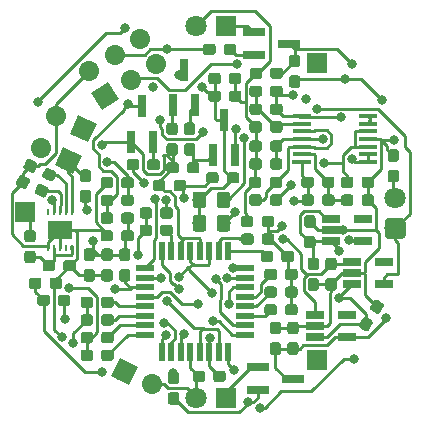
<source format=gbr>
G04 #@! TF.GenerationSoftware,KiCad,Pcbnew,(5.1.2)-2*
G04 #@! TF.CreationDate,2019-07-20T17:19:24+01:00*
G04 #@! TF.ProjectId,Kilobot v2-0,4b696c6f-626f-4742-9076-322d302e6b69,rev?*
G04 #@! TF.SameCoordinates,Original*
G04 #@! TF.FileFunction,Copper,L2,Bot*
G04 #@! TF.FilePolarity,Positive*
%FSLAX46Y46*%
G04 Gerber Fmt 4.6, Leading zero omitted, Abs format (unit mm)*
G04 Created by KiCad (PCBNEW (5.1.2)-2) date 2019-07-20 17:19:24*
%MOMM*%
%LPD*%
G04 APERTURE LIST*
%ADD10R,1.700000X1.700000*%
%ADD11C,0.150000*%
%ADD12C,0.950000*%
%ADD13C,1.700000*%
%ADD14C,1.700000*%
%ADD15R,1.600000X0.350000*%
%ADD16C,0.350000*%
%ADD17R,1.560000X0.650000*%
%ADD18C,1.150000*%
%ADD19R,0.800000X1.900000*%
%ADD20C,1.800000*%
%ADD21R,1.900000X0.800000*%
%ADD22R,0.280000X0.600000*%
%ADD23R,2.000000X1.600000*%
%ADD24O,0.280000X0.600000*%
%ADD25R,1.600000X0.550000*%
%ADD26R,0.550000X1.600000*%
%ADD27R,1.800000X1.800000*%
%ADD28C,0.800000*%
%ADD29C,0.250000*%
G04 APERTURE END LIST*
D10*
X84280000Y-100000000D03*
D11*
G36*
X97090779Y-115271144D02*
G01*
X97113834Y-115274563D01*
X97136443Y-115280227D01*
X97158387Y-115288079D01*
X97179457Y-115298044D01*
X97199448Y-115310026D01*
X97218168Y-115323910D01*
X97235438Y-115339562D01*
X97251090Y-115356832D01*
X97264974Y-115375552D01*
X97276956Y-115395543D01*
X97286921Y-115416613D01*
X97294773Y-115438557D01*
X97300437Y-115461166D01*
X97303856Y-115484221D01*
X97305000Y-115507500D01*
X97305000Y-116082500D01*
X97303856Y-116105779D01*
X97300437Y-116128834D01*
X97294773Y-116151443D01*
X97286921Y-116173387D01*
X97276956Y-116194457D01*
X97264974Y-116214448D01*
X97251090Y-116233168D01*
X97235438Y-116250438D01*
X97218168Y-116266090D01*
X97199448Y-116279974D01*
X97179457Y-116291956D01*
X97158387Y-116301921D01*
X97136443Y-116309773D01*
X97113834Y-116315437D01*
X97090779Y-116318856D01*
X97067500Y-116320000D01*
X96592500Y-116320000D01*
X96569221Y-116318856D01*
X96546166Y-116315437D01*
X96523557Y-116309773D01*
X96501613Y-116301921D01*
X96480543Y-116291956D01*
X96460552Y-116279974D01*
X96441832Y-116266090D01*
X96424562Y-116250438D01*
X96408910Y-116233168D01*
X96395026Y-116214448D01*
X96383044Y-116194457D01*
X96373079Y-116173387D01*
X96365227Y-116151443D01*
X96359563Y-116128834D01*
X96356144Y-116105779D01*
X96355000Y-116082500D01*
X96355000Y-115507500D01*
X96356144Y-115484221D01*
X96359563Y-115461166D01*
X96365227Y-115438557D01*
X96373079Y-115416613D01*
X96383044Y-115395543D01*
X96395026Y-115375552D01*
X96408910Y-115356832D01*
X96424562Y-115339562D01*
X96441832Y-115323910D01*
X96460552Y-115310026D01*
X96480543Y-115298044D01*
X96501613Y-115288079D01*
X96523557Y-115280227D01*
X96546166Y-115274563D01*
X96569221Y-115271144D01*
X96592500Y-115270000D01*
X97067500Y-115270000D01*
X97090779Y-115271144D01*
X97090779Y-115271144D01*
G37*
D12*
X96830000Y-115795000D03*
D11*
G36*
X97090779Y-113521144D02*
G01*
X97113834Y-113524563D01*
X97136443Y-113530227D01*
X97158387Y-113538079D01*
X97179457Y-113548044D01*
X97199448Y-113560026D01*
X97218168Y-113573910D01*
X97235438Y-113589562D01*
X97251090Y-113606832D01*
X97264974Y-113625552D01*
X97276956Y-113645543D01*
X97286921Y-113666613D01*
X97294773Y-113688557D01*
X97300437Y-113711166D01*
X97303856Y-113734221D01*
X97305000Y-113757500D01*
X97305000Y-114332500D01*
X97303856Y-114355779D01*
X97300437Y-114378834D01*
X97294773Y-114401443D01*
X97286921Y-114423387D01*
X97276956Y-114444457D01*
X97264974Y-114464448D01*
X97251090Y-114483168D01*
X97235438Y-114500438D01*
X97218168Y-114516090D01*
X97199448Y-114529974D01*
X97179457Y-114541956D01*
X97158387Y-114551921D01*
X97136443Y-114559773D01*
X97113834Y-114565437D01*
X97090779Y-114568856D01*
X97067500Y-114570000D01*
X96592500Y-114570000D01*
X96569221Y-114568856D01*
X96546166Y-114565437D01*
X96523557Y-114559773D01*
X96501613Y-114551921D01*
X96480543Y-114541956D01*
X96460552Y-114529974D01*
X96441832Y-114516090D01*
X96424562Y-114500438D01*
X96408910Y-114483168D01*
X96395026Y-114464448D01*
X96383044Y-114444457D01*
X96373079Y-114423387D01*
X96365227Y-114401443D01*
X96359563Y-114378834D01*
X96356144Y-114355779D01*
X96355000Y-114332500D01*
X96355000Y-113757500D01*
X96356144Y-113734221D01*
X96359563Y-113711166D01*
X96365227Y-113688557D01*
X96373079Y-113666613D01*
X96383044Y-113645543D01*
X96395026Y-113625552D01*
X96408910Y-113606832D01*
X96424562Y-113589562D01*
X96441832Y-113573910D01*
X96460552Y-113560026D01*
X96480543Y-113548044D01*
X96501613Y-113538079D01*
X96523557Y-113530227D01*
X96546166Y-113524563D01*
X96569221Y-113521144D01*
X96592500Y-113520000D01*
X97067500Y-113520000D01*
X97090779Y-113521144D01*
X97090779Y-113521144D01*
G37*
D12*
X96830000Y-114045000D03*
D13*
X94972022Y-114593450D03*
D14*
X94972022Y-114593450D02*
X94972022Y-114593450D01*
D13*
X92670000Y-113520000D03*
D11*
G36*
X91540413Y-113931136D02*
G01*
X92258864Y-112390413D01*
X93799587Y-113108864D01*
X93081136Y-114649587D01*
X91540413Y-113931136D01*
X91540413Y-113931136D01*
G37*
D15*
X113270000Y-95780000D03*
X113270000Y-95130000D03*
X113270000Y-94480000D03*
X113270000Y-93830000D03*
X113270000Y-93180000D03*
X113270000Y-92530000D03*
X107670000Y-91880000D03*
X107670000Y-92530000D03*
X107670000Y-93180000D03*
X107670000Y-93830000D03*
X107670000Y-94480000D03*
X107670000Y-95130000D03*
X113270000Y-91880000D03*
D11*
G36*
X108391076Y-95605421D02*
G01*
X108399570Y-95606681D01*
X108407900Y-95608768D01*
X108415985Y-95611661D01*
X108423747Y-95615332D01*
X108431112Y-95619746D01*
X108438009Y-95624862D01*
X108444372Y-95630628D01*
X108450138Y-95636991D01*
X108455254Y-95643888D01*
X108459668Y-95651253D01*
X108463339Y-95659015D01*
X108466232Y-95667100D01*
X108468319Y-95675430D01*
X108469579Y-95683924D01*
X108470000Y-95692500D01*
X108470000Y-95867500D01*
X108469579Y-95876076D01*
X108468319Y-95884570D01*
X108466232Y-95892900D01*
X108463339Y-95900985D01*
X108459668Y-95908747D01*
X108455254Y-95916112D01*
X108450138Y-95923009D01*
X108444372Y-95929372D01*
X108438009Y-95935138D01*
X108431112Y-95940254D01*
X108423747Y-95944668D01*
X108415985Y-95948339D01*
X108407900Y-95951232D01*
X108399570Y-95953319D01*
X108391076Y-95954579D01*
X108382500Y-95955000D01*
X106957500Y-95955000D01*
X106948924Y-95954579D01*
X106940430Y-95953319D01*
X106932100Y-95951232D01*
X106924015Y-95948339D01*
X106916253Y-95944668D01*
X106908888Y-95940254D01*
X106901991Y-95935138D01*
X106895628Y-95929372D01*
X106889862Y-95923009D01*
X106884746Y-95916112D01*
X106880332Y-95908747D01*
X106876661Y-95900985D01*
X106873768Y-95892900D01*
X106871681Y-95884570D01*
X106870421Y-95876076D01*
X106870000Y-95867500D01*
X106870000Y-95692500D01*
X106870421Y-95683924D01*
X106871681Y-95675430D01*
X106873768Y-95667100D01*
X106876661Y-95659015D01*
X106880332Y-95651253D01*
X106884746Y-95643888D01*
X106889862Y-95636991D01*
X106895628Y-95630628D01*
X106901991Y-95624862D01*
X106908888Y-95619746D01*
X106916253Y-95615332D01*
X106924015Y-95611661D01*
X106932100Y-95608768D01*
X106940430Y-95606681D01*
X106948924Y-95605421D01*
X106957500Y-95605000D01*
X108382500Y-95605000D01*
X108391076Y-95605421D01*
X108391076Y-95605421D01*
G37*
D16*
X107670000Y-95780000D03*
D11*
G36*
X108910779Y-105621144D02*
G01*
X108933834Y-105624563D01*
X108956443Y-105630227D01*
X108978387Y-105638079D01*
X108999457Y-105648044D01*
X109019448Y-105660026D01*
X109038168Y-105673910D01*
X109055438Y-105689562D01*
X109071090Y-105706832D01*
X109084974Y-105725552D01*
X109096956Y-105745543D01*
X109106921Y-105766613D01*
X109114773Y-105788557D01*
X109120437Y-105811166D01*
X109123856Y-105834221D01*
X109125000Y-105857500D01*
X109125000Y-106432500D01*
X109123856Y-106455779D01*
X109120437Y-106478834D01*
X109114773Y-106501443D01*
X109106921Y-106523387D01*
X109096956Y-106544457D01*
X109084974Y-106564448D01*
X109071090Y-106583168D01*
X109055438Y-106600438D01*
X109038168Y-106616090D01*
X109019448Y-106629974D01*
X108999457Y-106641956D01*
X108978387Y-106651921D01*
X108956443Y-106659773D01*
X108933834Y-106665437D01*
X108910779Y-106668856D01*
X108887500Y-106670000D01*
X108412500Y-106670000D01*
X108389221Y-106668856D01*
X108366166Y-106665437D01*
X108343557Y-106659773D01*
X108321613Y-106651921D01*
X108300543Y-106641956D01*
X108280552Y-106629974D01*
X108261832Y-106616090D01*
X108244562Y-106600438D01*
X108228910Y-106583168D01*
X108215026Y-106564448D01*
X108203044Y-106544457D01*
X108193079Y-106523387D01*
X108185227Y-106501443D01*
X108179563Y-106478834D01*
X108176144Y-106455779D01*
X108175000Y-106432500D01*
X108175000Y-105857500D01*
X108176144Y-105834221D01*
X108179563Y-105811166D01*
X108185227Y-105788557D01*
X108193079Y-105766613D01*
X108203044Y-105745543D01*
X108215026Y-105725552D01*
X108228910Y-105706832D01*
X108244562Y-105689562D01*
X108261832Y-105673910D01*
X108280552Y-105660026D01*
X108300543Y-105648044D01*
X108321613Y-105638079D01*
X108343557Y-105630227D01*
X108366166Y-105624563D01*
X108389221Y-105621144D01*
X108412500Y-105620000D01*
X108887500Y-105620000D01*
X108910779Y-105621144D01*
X108910779Y-105621144D01*
G37*
D12*
X108650000Y-106145000D03*
D11*
G36*
X108910779Y-103871144D02*
G01*
X108933834Y-103874563D01*
X108956443Y-103880227D01*
X108978387Y-103888079D01*
X108999457Y-103898044D01*
X109019448Y-103910026D01*
X109038168Y-103923910D01*
X109055438Y-103939562D01*
X109071090Y-103956832D01*
X109084974Y-103975552D01*
X109096956Y-103995543D01*
X109106921Y-104016613D01*
X109114773Y-104038557D01*
X109120437Y-104061166D01*
X109123856Y-104084221D01*
X109125000Y-104107500D01*
X109125000Y-104682500D01*
X109123856Y-104705779D01*
X109120437Y-104728834D01*
X109114773Y-104751443D01*
X109106921Y-104773387D01*
X109096956Y-104794457D01*
X109084974Y-104814448D01*
X109071090Y-104833168D01*
X109055438Y-104850438D01*
X109038168Y-104866090D01*
X109019448Y-104879974D01*
X108999457Y-104891956D01*
X108978387Y-104901921D01*
X108956443Y-104909773D01*
X108933834Y-104915437D01*
X108910779Y-104918856D01*
X108887500Y-104920000D01*
X108412500Y-104920000D01*
X108389221Y-104918856D01*
X108366166Y-104915437D01*
X108343557Y-104909773D01*
X108321613Y-104901921D01*
X108300543Y-104891956D01*
X108280552Y-104879974D01*
X108261832Y-104866090D01*
X108244562Y-104850438D01*
X108228910Y-104833168D01*
X108215026Y-104814448D01*
X108203044Y-104794457D01*
X108193079Y-104773387D01*
X108185227Y-104751443D01*
X108179563Y-104728834D01*
X108176144Y-104705779D01*
X108175000Y-104682500D01*
X108175000Y-104107500D01*
X108176144Y-104084221D01*
X108179563Y-104061166D01*
X108185227Y-104038557D01*
X108193079Y-104016613D01*
X108203044Y-103995543D01*
X108215026Y-103975552D01*
X108228910Y-103956832D01*
X108244562Y-103939562D01*
X108261832Y-103923910D01*
X108280552Y-103910026D01*
X108300543Y-103898044D01*
X108321613Y-103888079D01*
X108343557Y-103880227D01*
X108366166Y-103874563D01*
X108389221Y-103871144D01*
X108412500Y-103870000D01*
X108887500Y-103870000D01*
X108910779Y-103871144D01*
X108910779Y-103871144D01*
G37*
D12*
X108650000Y-104395000D03*
D11*
G36*
X97665779Y-97296144D02*
G01*
X97688834Y-97299563D01*
X97711443Y-97305227D01*
X97733387Y-97313079D01*
X97754457Y-97323044D01*
X97774448Y-97335026D01*
X97793168Y-97348910D01*
X97810438Y-97364562D01*
X97826090Y-97381832D01*
X97839974Y-97400552D01*
X97851956Y-97420543D01*
X97861921Y-97441613D01*
X97869773Y-97463557D01*
X97875437Y-97486166D01*
X97878856Y-97509221D01*
X97880000Y-97532500D01*
X97880000Y-98007500D01*
X97878856Y-98030779D01*
X97875437Y-98053834D01*
X97869773Y-98076443D01*
X97861921Y-98098387D01*
X97851956Y-98119457D01*
X97839974Y-98139448D01*
X97826090Y-98158168D01*
X97810438Y-98175438D01*
X97793168Y-98191090D01*
X97774448Y-98204974D01*
X97754457Y-98216956D01*
X97733387Y-98226921D01*
X97711443Y-98234773D01*
X97688834Y-98240437D01*
X97665779Y-98243856D01*
X97642500Y-98245000D01*
X97067500Y-98245000D01*
X97044221Y-98243856D01*
X97021166Y-98240437D01*
X96998557Y-98234773D01*
X96976613Y-98226921D01*
X96955543Y-98216956D01*
X96935552Y-98204974D01*
X96916832Y-98191090D01*
X96899562Y-98175438D01*
X96883910Y-98158168D01*
X96870026Y-98139448D01*
X96858044Y-98119457D01*
X96848079Y-98098387D01*
X96840227Y-98076443D01*
X96834563Y-98053834D01*
X96831144Y-98030779D01*
X96830000Y-98007500D01*
X96830000Y-97532500D01*
X96831144Y-97509221D01*
X96834563Y-97486166D01*
X96840227Y-97463557D01*
X96848079Y-97441613D01*
X96858044Y-97420543D01*
X96870026Y-97400552D01*
X96883910Y-97381832D01*
X96899562Y-97364562D01*
X96916832Y-97348910D01*
X96935552Y-97335026D01*
X96955543Y-97323044D01*
X96976613Y-97313079D01*
X96998557Y-97305227D01*
X97021166Y-97299563D01*
X97044221Y-97296144D01*
X97067500Y-97295000D01*
X97642500Y-97295000D01*
X97665779Y-97296144D01*
X97665779Y-97296144D01*
G37*
D12*
X97355000Y-97770000D03*
D11*
G36*
X95915779Y-97296144D02*
G01*
X95938834Y-97299563D01*
X95961443Y-97305227D01*
X95983387Y-97313079D01*
X96004457Y-97323044D01*
X96024448Y-97335026D01*
X96043168Y-97348910D01*
X96060438Y-97364562D01*
X96076090Y-97381832D01*
X96089974Y-97400552D01*
X96101956Y-97420543D01*
X96111921Y-97441613D01*
X96119773Y-97463557D01*
X96125437Y-97486166D01*
X96128856Y-97509221D01*
X96130000Y-97532500D01*
X96130000Y-98007500D01*
X96128856Y-98030779D01*
X96125437Y-98053834D01*
X96119773Y-98076443D01*
X96111921Y-98098387D01*
X96101956Y-98119457D01*
X96089974Y-98139448D01*
X96076090Y-98158168D01*
X96060438Y-98175438D01*
X96043168Y-98191090D01*
X96024448Y-98204974D01*
X96004457Y-98216956D01*
X95983387Y-98226921D01*
X95961443Y-98234773D01*
X95938834Y-98240437D01*
X95915779Y-98243856D01*
X95892500Y-98245000D01*
X95317500Y-98245000D01*
X95294221Y-98243856D01*
X95271166Y-98240437D01*
X95248557Y-98234773D01*
X95226613Y-98226921D01*
X95205543Y-98216956D01*
X95185552Y-98204974D01*
X95166832Y-98191090D01*
X95149562Y-98175438D01*
X95133910Y-98158168D01*
X95120026Y-98139448D01*
X95108044Y-98119457D01*
X95098079Y-98098387D01*
X95090227Y-98076443D01*
X95084563Y-98053834D01*
X95081144Y-98030779D01*
X95080000Y-98007500D01*
X95080000Y-97532500D01*
X95081144Y-97509221D01*
X95084563Y-97486166D01*
X95090227Y-97463557D01*
X95098079Y-97441613D01*
X95108044Y-97420543D01*
X95120026Y-97400552D01*
X95133910Y-97381832D01*
X95149562Y-97364562D01*
X95166832Y-97348910D01*
X95185552Y-97335026D01*
X95205543Y-97323044D01*
X95226613Y-97313079D01*
X95248557Y-97305227D01*
X95271166Y-97299563D01*
X95294221Y-97296144D01*
X95317500Y-97295000D01*
X95892500Y-97295000D01*
X95915779Y-97296144D01*
X95915779Y-97296144D01*
G37*
D12*
X95605000Y-97770000D03*
D11*
G36*
X100415779Y-96646144D02*
G01*
X100438834Y-96649563D01*
X100461443Y-96655227D01*
X100483387Y-96663079D01*
X100504457Y-96673044D01*
X100524448Y-96685026D01*
X100543168Y-96698910D01*
X100560438Y-96714562D01*
X100576090Y-96731832D01*
X100589974Y-96750552D01*
X100601956Y-96770543D01*
X100611921Y-96791613D01*
X100619773Y-96813557D01*
X100625437Y-96836166D01*
X100628856Y-96859221D01*
X100630000Y-96882500D01*
X100630000Y-97357500D01*
X100628856Y-97380779D01*
X100625437Y-97403834D01*
X100619773Y-97426443D01*
X100611921Y-97448387D01*
X100601956Y-97469457D01*
X100589974Y-97489448D01*
X100576090Y-97508168D01*
X100560438Y-97525438D01*
X100543168Y-97541090D01*
X100524448Y-97554974D01*
X100504457Y-97566956D01*
X100483387Y-97576921D01*
X100461443Y-97584773D01*
X100438834Y-97590437D01*
X100415779Y-97593856D01*
X100392500Y-97595000D01*
X99817500Y-97595000D01*
X99794221Y-97593856D01*
X99771166Y-97590437D01*
X99748557Y-97584773D01*
X99726613Y-97576921D01*
X99705543Y-97566956D01*
X99685552Y-97554974D01*
X99666832Y-97541090D01*
X99649562Y-97525438D01*
X99633910Y-97508168D01*
X99620026Y-97489448D01*
X99608044Y-97469457D01*
X99598079Y-97448387D01*
X99590227Y-97426443D01*
X99584563Y-97403834D01*
X99581144Y-97380779D01*
X99580000Y-97357500D01*
X99580000Y-96882500D01*
X99581144Y-96859221D01*
X99584563Y-96836166D01*
X99590227Y-96813557D01*
X99598079Y-96791613D01*
X99608044Y-96770543D01*
X99620026Y-96750552D01*
X99633910Y-96731832D01*
X99649562Y-96714562D01*
X99666832Y-96698910D01*
X99685552Y-96685026D01*
X99705543Y-96673044D01*
X99726613Y-96663079D01*
X99748557Y-96655227D01*
X99771166Y-96649563D01*
X99794221Y-96646144D01*
X99817500Y-96645000D01*
X100392500Y-96645000D01*
X100415779Y-96646144D01*
X100415779Y-96646144D01*
G37*
D12*
X100105000Y-97120000D03*
D11*
G36*
X102165779Y-96646144D02*
G01*
X102188834Y-96649563D01*
X102211443Y-96655227D01*
X102233387Y-96663079D01*
X102254457Y-96673044D01*
X102274448Y-96685026D01*
X102293168Y-96698910D01*
X102310438Y-96714562D01*
X102326090Y-96731832D01*
X102339974Y-96750552D01*
X102351956Y-96770543D01*
X102361921Y-96791613D01*
X102369773Y-96813557D01*
X102375437Y-96836166D01*
X102378856Y-96859221D01*
X102380000Y-96882500D01*
X102380000Y-97357500D01*
X102378856Y-97380779D01*
X102375437Y-97403834D01*
X102369773Y-97426443D01*
X102361921Y-97448387D01*
X102351956Y-97469457D01*
X102339974Y-97489448D01*
X102326090Y-97508168D01*
X102310438Y-97525438D01*
X102293168Y-97541090D01*
X102274448Y-97554974D01*
X102254457Y-97566956D01*
X102233387Y-97576921D01*
X102211443Y-97584773D01*
X102188834Y-97590437D01*
X102165779Y-97593856D01*
X102142500Y-97595000D01*
X101567500Y-97595000D01*
X101544221Y-97593856D01*
X101521166Y-97590437D01*
X101498557Y-97584773D01*
X101476613Y-97576921D01*
X101455543Y-97566956D01*
X101435552Y-97554974D01*
X101416832Y-97541090D01*
X101399562Y-97525438D01*
X101383910Y-97508168D01*
X101370026Y-97489448D01*
X101358044Y-97469457D01*
X101348079Y-97448387D01*
X101340227Y-97426443D01*
X101334563Y-97403834D01*
X101331144Y-97380779D01*
X101330000Y-97357500D01*
X101330000Y-96882500D01*
X101331144Y-96859221D01*
X101334563Y-96836166D01*
X101340227Y-96813557D01*
X101348079Y-96791613D01*
X101358044Y-96770543D01*
X101370026Y-96750552D01*
X101383910Y-96731832D01*
X101399562Y-96714562D01*
X101416832Y-96698910D01*
X101435552Y-96685026D01*
X101455543Y-96673044D01*
X101476613Y-96663079D01*
X101498557Y-96655227D01*
X101521166Y-96649563D01*
X101544221Y-96646144D01*
X101567500Y-96645000D01*
X102142500Y-96645000D01*
X102165779Y-96646144D01*
X102165779Y-96646144D01*
G37*
D12*
X101855000Y-97120000D03*
D17*
X114600000Y-106130000D03*
X114600000Y-104230000D03*
X111900000Y-104230000D03*
X111900000Y-105180000D03*
X111900000Y-106130000D03*
D13*
X85607978Y-94576550D03*
D14*
X85607978Y-94576550D02*
X85607978Y-94576550D01*
D13*
X87910000Y-95650000D03*
D11*
G36*
X87498864Y-94520413D02*
G01*
X89039587Y-95238864D01*
X88321136Y-96779587D01*
X86780413Y-96061136D01*
X87498864Y-94520413D01*
X87498864Y-94520413D01*
G37*
G36*
X108630779Y-100291144D02*
G01*
X108653834Y-100294563D01*
X108676443Y-100300227D01*
X108698387Y-100308079D01*
X108719457Y-100318044D01*
X108739448Y-100330026D01*
X108758168Y-100343910D01*
X108775438Y-100359562D01*
X108791090Y-100376832D01*
X108804974Y-100395552D01*
X108816956Y-100415543D01*
X108826921Y-100436613D01*
X108834773Y-100458557D01*
X108840437Y-100481166D01*
X108843856Y-100504221D01*
X108845000Y-100527500D01*
X108845000Y-101102500D01*
X108843856Y-101125779D01*
X108840437Y-101148834D01*
X108834773Y-101171443D01*
X108826921Y-101193387D01*
X108816956Y-101214457D01*
X108804974Y-101234448D01*
X108791090Y-101253168D01*
X108775438Y-101270438D01*
X108758168Y-101286090D01*
X108739448Y-101299974D01*
X108719457Y-101311956D01*
X108698387Y-101321921D01*
X108676443Y-101329773D01*
X108653834Y-101335437D01*
X108630779Y-101338856D01*
X108607500Y-101340000D01*
X108132500Y-101340000D01*
X108109221Y-101338856D01*
X108086166Y-101335437D01*
X108063557Y-101329773D01*
X108041613Y-101321921D01*
X108020543Y-101311956D01*
X108000552Y-101299974D01*
X107981832Y-101286090D01*
X107964562Y-101270438D01*
X107948910Y-101253168D01*
X107935026Y-101234448D01*
X107923044Y-101214457D01*
X107913079Y-101193387D01*
X107905227Y-101171443D01*
X107899563Y-101148834D01*
X107896144Y-101125779D01*
X107895000Y-101102500D01*
X107895000Y-100527500D01*
X107896144Y-100504221D01*
X107899563Y-100481166D01*
X107905227Y-100458557D01*
X107913079Y-100436613D01*
X107923044Y-100415543D01*
X107935026Y-100395552D01*
X107948910Y-100376832D01*
X107964562Y-100359562D01*
X107981832Y-100343910D01*
X108000552Y-100330026D01*
X108020543Y-100318044D01*
X108041613Y-100308079D01*
X108063557Y-100300227D01*
X108086166Y-100294563D01*
X108109221Y-100291144D01*
X108132500Y-100290000D01*
X108607500Y-100290000D01*
X108630779Y-100291144D01*
X108630779Y-100291144D01*
G37*
D12*
X108370000Y-100815000D03*
D11*
G36*
X108630779Y-102041144D02*
G01*
X108653834Y-102044563D01*
X108676443Y-102050227D01*
X108698387Y-102058079D01*
X108719457Y-102068044D01*
X108739448Y-102080026D01*
X108758168Y-102093910D01*
X108775438Y-102109562D01*
X108791090Y-102126832D01*
X108804974Y-102145552D01*
X108816956Y-102165543D01*
X108826921Y-102186613D01*
X108834773Y-102208557D01*
X108840437Y-102231166D01*
X108843856Y-102254221D01*
X108845000Y-102277500D01*
X108845000Y-102852500D01*
X108843856Y-102875779D01*
X108840437Y-102898834D01*
X108834773Y-102921443D01*
X108826921Y-102943387D01*
X108816956Y-102964457D01*
X108804974Y-102984448D01*
X108791090Y-103003168D01*
X108775438Y-103020438D01*
X108758168Y-103036090D01*
X108739448Y-103049974D01*
X108719457Y-103061956D01*
X108698387Y-103071921D01*
X108676443Y-103079773D01*
X108653834Y-103085437D01*
X108630779Y-103088856D01*
X108607500Y-103090000D01*
X108132500Y-103090000D01*
X108109221Y-103088856D01*
X108086166Y-103085437D01*
X108063557Y-103079773D01*
X108041613Y-103071921D01*
X108020543Y-103061956D01*
X108000552Y-103049974D01*
X107981832Y-103036090D01*
X107964562Y-103020438D01*
X107948910Y-103003168D01*
X107935026Y-102984448D01*
X107923044Y-102964457D01*
X107913079Y-102943387D01*
X107905227Y-102921443D01*
X107899563Y-102898834D01*
X107896144Y-102875779D01*
X107895000Y-102852500D01*
X107895000Y-102277500D01*
X107896144Y-102254221D01*
X107899563Y-102231166D01*
X107905227Y-102208557D01*
X107913079Y-102186613D01*
X107923044Y-102165543D01*
X107935026Y-102145552D01*
X107948910Y-102126832D01*
X107964562Y-102109562D01*
X107981832Y-102093910D01*
X108000552Y-102080026D01*
X108020543Y-102068044D01*
X108041613Y-102058079D01*
X108063557Y-102050227D01*
X108086166Y-102044563D01*
X108109221Y-102041144D01*
X108132500Y-102040000D01*
X108607500Y-102040000D01*
X108630779Y-102041144D01*
X108630779Y-102041144D01*
G37*
D12*
X108370000Y-102565000D03*
D11*
G36*
X113073311Y-108905415D02*
G01*
X113096460Y-108908129D01*
X113119231Y-108913099D01*
X113141405Y-108920277D01*
X113162769Y-108929594D01*
X113183117Y-108940961D01*
X113585940Y-109192673D01*
X113605076Y-109205979D01*
X113622815Y-109221096D01*
X113638987Y-109237879D01*
X113653436Y-109256167D01*
X113666024Y-109275783D01*
X113676628Y-109296538D01*
X113685146Y-109318233D01*
X113691497Y-109340658D01*
X113695619Y-109363598D01*
X113697473Y-109386831D01*
X113697041Y-109410134D01*
X113694327Y-109433283D01*
X113689357Y-109456054D01*
X113682179Y-109478228D01*
X113672862Y-109499592D01*
X113661496Y-109519940D01*
X113356793Y-110007568D01*
X113343487Y-110026703D01*
X113328369Y-110044443D01*
X113311586Y-110060615D01*
X113293298Y-110075064D01*
X113273682Y-110087651D01*
X113252927Y-110098255D01*
X113231232Y-110106774D01*
X113208807Y-110113125D01*
X113185867Y-110117247D01*
X113162634Y-110119101D01*
X113139331Y-110118669D01*
X113116182Y-110115955D01*
X113093411Y-110110985D01*
X113071237Y-110103807D01*
X113049873Y-110094490D01*
X113029525Y-110083123D01*
X112626702Y-109831411D01*
X112607566Y-109818105D01*
X112589827Y-109802988D01*
X112573655Y-109786205D01*
X112559206Y-109767917D01*
X112546618Y-109748301D01*
X112536014Y-109727546D01*
X112527496Y-109705851D01*
X112521145Y-109683426D01*
X112517023Y-109660486D01*
X112515169Y-109637253D01*
X112515601Y-109613950D01*
X112518315Y-109590801D01*
X112523285Y-109568030D01*
X112530463Y-109545856D01*
X112539780Y-109524492D01*
X112551146Y-109504144D01*
X112855849Y-109016516D01*
X112869155Y-108997381D01*
X112884273Y-108979641D01*
X112901056Y-108963469D01*
X112919344Y-108949020D01*
X112938960Y-108936433D01*
X112959715Y-108925829D01*
X112981410Y-108917310D01*
X113003835Y-108910959D01*
X113026775Y-108906837D01*
X113050008Y-108904983D01*
X113073311Y-108905415D01*
X113073311Y-108905415D01*
G37*
D12*
X113106321Y-109512042D03*
D11*
G36*
X114000669Y-107421331D02*
G01*
X114023818Y-107424045D01*
X114046589Y-107429015D01*
X114068763Y-107436193D01*
X114090127Y-107445510D01*
X114110475Y-107456877D01*
X114513298Y-107708589D01*
X114532434Y-107721895D01*
X114550173Y-107737012D01*
X114566345Y-107753795D01*
X114580794Y-107772083D01*
X114593382Y-107791699D01*
X114603986Y-107812454D01*
X114612504Y-107834149D01*
X114618855Y-107856574D01*
X114622977Y-107879514D01*
X114624831Y-107902747D01*
X114624399Y-107926050D01*
X114621685Y-107949199D01*
X114616715Y-107971970D01*
X114609537Y-107994144D01*
X114600220Y-108015508D01*
X114588854Y-108035856D01*
X114284151Y-108523484D01*
X114270845Y-108542619D01*
X114255727Y-108560359D01*
X114238944Y-108576531D01*
X114220656Y-108590980D01*
X114201040Y-108603567D01*
X114180285Y-108614171D01*
X114158590Y-108622690D01*
X114136165Y-108629041D01*
X114113225Y-108633163D01*
X114089992Y-108635017D01*
X114066689Y-108634585D01*
X114043540Y-108631871D01*
X114020769Y-108626901D01*
X113998595Y-108619723D01*
X113977231Y-108610406D01*
X113956883Y-108599039D01*
X113554060Y-108347327D01*
X113534924Y-108334021D01*
X113517185Y-108318904D01*
X113501013Y-108302121D01*
X113486564Y-108283833D01*
X113473976Y-108264217D01*
X113463372Y-108243462D01*
X113454854Y-108221767D01*
X113448503Y-108199342D01*
X113444381Y-108176402D01*
X113442527Y-108153169D01*
X113442959Y-108129866D01*
X113445673Y-108106717D01*
X113450643Y-108083946D01*
X113457821Y-108061772D01*
X113467138Y-108040408D01*
X113478504Y-108020060D01*
X113783207Y-107532432D01*
X113796513Y-107513297D01*
X113811631Y-107495557D01*
X113828414Y-107479385D01*
X113846702Y-107464936D01*
X113866318Y-107452349D01*
X113887073Y-107441745D01*
X113908768Y-107433226D01*
X113931193Y-107426875D01*
X113954133Y-107422753D01*
X113977366Y-107420899D01*
X114000669Y-107421331D01*
X114000669Y-107421331D01*
G37*
D12*
X114033679Y-108027958D03*
D11*
G36*
X91485779Y-101556144D02*
G01*
X91508834Y-101559563D01*
X91531443Y-101565227D01*
X91553387Y-101573079D01*
X91574457Y-101583044D01*
X91594448Y-101595026D01*
X91613168Y-101608910D01*
X91630438Y-101624562D01*
X91646090Y-101641832D01*
X91659974Y-101660552D01*
X91671956Y-101680543D01*
X91681921Y-101701613D01*
X91689773Y-101723557D01*
X91695437Y-101746166D01*
X91698856Y-101769221D01*
X91700000Y-101792500D01*
X91700000Y-102267500D01*
X91698856Y-102290779D01*
X91695437Y-102313834D01*
X91689773Y-102336443D01*
X91681921Y-102358387D01*
X91671956Y-102379457D01*
X91659974Y-102399448D01*
X91646090Y-102418168D01*
X91630438Y-102435438D01*
X91613168Y-102451090D01*
X91594448Y-102464974D01*
X91574457Y-102476956D01*
X91553387Y-102486921D01*
X91531443Y-102494773D01*
X91508834Y-102500437D01*
X91485779Y-102503856D01*
X91462500Y-102505000D01*
X90887500Y-102505000D01*
X90864221Y-102503856D01*
X90841166Y-102500437D01*
X90818557Y-102494773D01*
X90796613Y-102486921D01*
X90775543Y-102476956D01*
X90755552Y-102464974D01*
X90736832Y-102451090D01*
X90719562Y-102435438D01*
X90703910Y-102418168D01*
X90690026Y-102399448D01*
X90678044Y-102379457D01*
X90668079Y-102358387D01*
X90660227Y-102336443D01*
X90654563Y-102313834D01*
X90651144Y-102290779D01*
X90650000Y-102267500D01*
X90650000Y-101792500D01*
X90651144Y-101769221D01*
X90654563Y-101746166D01*
X90660227Y-101723557D01*
X90668079Y-101701613D01*
X90678044Y-101680543D01*
X90690026Y-101660552D01*
X90703910Y-101641832D01*
X90719562Y-101624562D01*
X90736832Y-101608910D01*
X90755552Y-101595026D01*
X90775543Y-101583044D01*
X90796613Y-101573079D01*
X90818557Y-101565227D01*
X90841166Y-101559563D01*
X90864221Y-101556144D01*
X90887500Y-101555000D01*
X91462500Y-101555000D01*
X91485779Y-101556144D01*
X91485779Y-101556144D01*
G37*
D12*
X91175000Y-102030000D03*
D11*
G36*
X93235779Y-101556144D02*
G01*
X93258834Y-101559563D01*
X93281443Y-101565227D01*
X93303387Y-101573079D01*
X93324457Y-101583044D01*
X93344448Y-101595026D01*
X93363168Y-101608910D01*
X93380438Y-101624562D01*
X93396090Y-101641832D01*
X93409974Y-101660552D01*
X93421956Y-101680543D01*
X93431921Y-101701613D01*
X93439773Y-101723557D01*
X93445437Y-101746166D01*
X93448856Y-101769221D01*
X93450000Y-101792500D01*
X93450000Y-102267500D01*
X93448856Y-102290779D01*
X93445437Y-102313834D01*
X93439773Y-102336443D01*
X93431921Y-102358387D01*
X93421956Y-102379457D01*
X93409974Y-102399448D01*
X93396090Y-102418168D01*
X93380438Y-102435438D01*
X93363168Y-102451090D01*
X93344448Y-102464974D01*
X93324457Y-102476956D01*
X93303387Y-102486921D01*
X93281443Y-102494773D01*
X93258834Y-102500437D01*
X93235779Y-102503856D01*
X93212500Y-102505000D01*
X92637500Y-102505000D01*
X92614221Y-102503856D01*
X92591166Y-102500437D01*
X92568557Y-102494773D01*
X92546613Y-102486921D01*
X92525543Y-102476956D01*
X92505552Y-102464974D01*
X92486832Y-102451090D01*
X92469562Y-102435438D01*
X92453910Y-102418168D01*
X92440026Y-102399448D01*
X92428044Y-102379457D01*
X92418079Y-102358387D01*
X92410227Y-102336443D01*
X92404563Y-102313834D01*
X92401144Y-102290779D01*
X92400000Y-102267500D01*
X92400000Y-101792500D01*
X92401144Y-101769221D01*
X92404563Y-101746166D01*
X92410227Y-101723557D01*
X92418079Y-101701613D01*
X92428044Y-101680543D01*
X92440026Y-101660552D01*
X92453910Y-101641832D01*
X92469562Y-101624562D01*
X92486832Y-101608910D01*
X92505552Y-101595026D01*
X92525543Y-101583044D01*
X92546613Y-101573079D01*
X92568557Y-101565227D01*
X92591166Y-101559563D01*
X92614221Y-101556144D01*
X92637500Y-101555000D01*
X93212500Y-101555000D01*
X93235779Y-101556144D01*
X93235779Y-101556144D01*
G37*
D12*
X92925000Y-102030000D03*
D11*
G36*
X93235779Y-97056144D02*
G01*
X93258834Y-97059563D01*
X93281443Y-97065227D01*
X93303387Y-97073079D01*
X93324457Y-97083044D01*
X93344448Y-97095026D01*
X93363168Y-97108910D01*
X93380438Y-97124562D01*
X93396090Y-97141832D01*
X93409974Y-97160552D01*
X93421956Y-97180543D01*
X93431921Y-97201613D01*
X93439773Y-97223557D01*
X93445437Y-97246166D01*
X93448856Y-97269221D01*
X93450000Y-97292500D01*
X93450000Y-97767500D01*
X93448856Y-97790779D01*
X93445437Y-97813834D01*
X93439773Y-97836443D01*
X93431921Y-97858387D01*
X93421956Y-97879457D01*
X93409974Y-97899448D01*
X93396090Y-97918168D01*
X93380438Y-97935438D01*
X93363168Y-97951090D01*
X93344448Y-97964974D01*
X93324457Y-97976956D01*
X93303387Y-97986921D01*
X93281443Y-97994773D01*
X93258834Y-98000437D01*
X93235779Y-98003856D01*
X93212500Y-98005000D01*
X92637500Y-98005000D01*
X92614221Y-98003856D01*
X92591166Y-98000437D01*
X92568557Y-97994773D01*
X92546613Y-97986921D01*
X92525543Y-97976956D01*
X92505552Y-97964974D01*
X92486832Y-97951090D01*
X92469562Y-97935438D01*
X92453910Y-97918168D01*
X92440026Y-97899448D01*
X92428044Y-97879457D01*
X92418079Y-97858387D01*
X92410227Y-97836443D01*
X92404563Y-97813834D01*
X92401144Y-97790779D01*
X92400000Y-97767500D01*
X92400000Y-97292500D01*
X92401144Y-97269221D01*
X92404563Y-97246166D01*
X92410227Y-97223557D01*
X92418079Y-97201613D01*
X92428044Y-97180543D01*
X92440026Y-97160552D01*
X92453910Y-97141832D01*
X92469562Y-97124562D01*
X92486832Y-97108910D01*
X92505552Y-97095026D01*
X92525543Y-97083044D01*
X92546613Y-97073079D01*
X92568557Y-97065227D01*
X92591166Y-97059563D01*
X92614221Y-97056144D01*
X92637500Y-97055000D01*
X93212500Y-97055000D01*
X93235779Y-97056144D01*
X93235779Y-97056144D01*
G37*
D12*
X92925000Y-97530000D03*
D11*
G36*
X91485779Y-97056144D02*
G01*
X91508834Y-97059563D01*
X91531443Y-97065227D01*
X91553387Y-97073079D01*
X91574457Y-97083044D01*
X91594448Y-97095026D01*
X91613168Y-97108910D01*
X91630438Y-97124562D01*
X91646090Y-97141832D01*
X91659974Y-97160552D01*
X91671956Y-97180543D01*
X91681921Y-97201613D01*
X91689773Y-97223557D01*
X91695437Y-97246166D01*
X91698856Y-97269221D01*
X91700000Y-97292500D01*
X91700000Y-97767500D01*
X91698856Y-97790779D01*
X91695437Y-97813834D01*
X91689773Y-97836443D01*
X91681921Y-97858387D01*
X91671956Y-97879457D01*
X91659974Y-97899448D01*
X91646090Y-97918168D01*
X91630438Y-97935438D01*
X91613168Y-97951090D01*
X91594448Y-97964974D01*
X91574457Y-97976956D01*
X91553387Y-97986921D01*
X91531443Y-97994773D01*
X91508834Y-98000437D01*
X91485779Y-98003856D01*
X91462500Y-98005000D01*
X90887500Y-98005000D01*
X90864221Y-98003856D01*
X90841166Y-98000437D01*
X90818557Y-97994773D01*
X90796613Y-97986921D01*
X90775543Y-97976956D01*
X90755552Y-97964974D01*
X90736832Y-97951090D01*
X90719562Y-97935438D01*
X90703910Y-97918168D01*
X90690026Y-97899448D01*
X90678044Y-97879457D01*
X90668079Y-97858387D01*
X90660227Y-97836443D01*
X90654563Y-97813834D01*
X90651144Y-97790779D01*
X90650000Y-97767500D01*
X90650000Y-97292500D01*
X90651144Y-97269221D01*
X90654563Y-97246166D01*
X90660227Y-97223557D01*
X90668079Y-97201613D01*
X90678044Y-97180543D01*
X90690026Y-97160552D01*
X90703910Y-97141832D01*
X90719562Y-97124562D01*
X90736832Y-97108910D01*
X90755552Y-97095026D01*
X90775543Y-97083044D01*
X90796613Y-97073079D01*
X90818557Y-97065227D01*
X90841166Y-97059563D01*
X90864221Y-97056144D01*
X90887500Y-97055000D01*
X91462500Y-97055000D01*
X91485779Y-97056144D01*
X91485779Y-97056144D01*
G37*
D12*
X91175000Y-97530000D03*
D11*
G36*
X86575779Y-104076144D02*
G01*
X86598834Y-104079563D01*
X86621443Y-104085227D01*
X86643387Y-104093079D01*
X86664457Y-104103044D01*
X86684448Y-104115026D01*
X86703168Y-104128910D01*
X86720438Y-104144562D01*
X86736090Y-104161832D01*
X86749974Y-104180552D01*
X86761956Y-104200543D01*
X86771921Y-104221613D01*
X86779773Y-104243557D01*
X86785437Y-104266166D01*
X86788856Y-104289221D01*
X86790000Y-104312500D01*
X86790000Y-104787500D01*
X86788856Y-104810779D01*
X86785437Y-104833834D01*
X86779773Y-104856443D01*
X86771921Y-104878387D01*
X86761956Y-104899457D01*
X86749974Y-104919448D01*
X86736090Y-104938168D01*
X86720438Y-104955438D01*
X86703168Y-104971090D01*
X86684448Y-104984974D01*
X86664457Y-104996956D01*
X86643387Y-105006921D01*
X86621443Y-105014773D01*
X86598834Y-105020437D01*
X86575779Y-105023856D01*
X86552500Y-105025000D01*
X85977500Y-105025000D01*
X85954221Y-105023856D01*
X85931166Y-105020437D01*
X85908557Y-105014773D01*
X85886613Y-105006921D01*
X85865543Y-104996956D01*
X85845552Y-104984974D01*
X85826832Y-104971090D01*
X85809562Y-104955438D01*
X85793910Y-104938168D01*
X85780026Y-104919448D01*
X85768044Y-104899457D01*
X85758079Y-104878387D01*
X85750227Y-104856443D01*
X85744563Y-104833834D01*
X85741144Y-104810779D01*
X85740000Y-104787500D01*
X85740000Y-104312500D01*
X85741144Y-104289221D01*
X85744563Y-104266166D01*
X85750227Y-104243557D01*
X85758079Y-104221613D01*
X85768044Y-104200543D01*
X85780026Y-104180552D01*
X85793910Y-104161832D01*
X85809562Y-104144562D01*
X85826832Y-104128910D01*
X85845552Y-104115026D01*
X85865543Y-104103044D01*
X85886613Y-104093079D01*
X85908557Y-104085227D01*
X85931166Y-104079563D01*
X85954221Y-104076144D01*
X85977500Y-104075000D01*
X86552500Y-104075000D01*
X86575779Y-104076144D01*
X86575779Y-104076144D01*
G37*
D12*
X86265000Y-104550000D03*
D11*
G36*
X88325779Y-104076144D02*
G01*
X88348834Y-104079563D01*
X88371443Y-104085227D01*
X88393387Y-104093079D01*
X88414457Y-104103044D01*
X88434448Y-104115026D01*
X88453168Y-104128910D01*
X88470438Y-104144562D01*
X88486090Y-104161832D01*
X88499974Y-104180552D01*
X88511956Y-104200543D01*
X88521921Y-104221613D01*
X88529773Y-104243557D01*
X88535437Y-104266166D01*
X88538856Y-104289221D01*
X88540000Y-104312500D01*
X88540000Y-104787500D01*
X88538856Y-104810779D01*
X88535437Y-104833834D01*
X88529773Y-104856443D01*
X88521921Y-104878387D01*
X88511956Y-104899457D01*
X88499974Y-104919448D01*
X88486090Y-104938168D01*
X88470438Y-104955438D01*
X88453168Y-104971090D01*
X88434448Y-104984974D01*
X88414457Y-104996956D01*
X88393387Y-105006921D01*
X88371443Y-105014773D01*
X88348834Y-105020437D01*
X88325779Y-105023856D01*
X88302500Y-105025000D01*
X87727500Y-105025000D01*
X87704221Y-105023856D01*
X87681166Y-105020437D01*
X87658557Y-105014773D01*
X87636613Y-105006921D01*
X87615543Y-104996956D01*
X87595552Y-104984974D01*
X87576832Y-104971090D01*
X87559562Y-104955438D01*
X87543910Y-104938168D01*
X87530026Y-104919448D01*
X87518044Y-104899457D01*
X87508079Y-104878387D01*
X87500227Y-104856443D01*
X87494563Y-104833834D01*
X87491144Y-104810779D01*
X87490000Y-104787500D01*
X87490000Y-104312500D01*
X87491144Y-104289221D01*
X87494563Y-104266166D01*
X87500227Y-104243557D01*
X87508079Y-104221613D01*
X87518044Y-104200543D01*
X87530026Y-104180552D01*
X87543910Y-104161832D01*
X87559562Y-104144562D01*
X87576832Y-104128910D01*
X87595552Y-104115026D01*
X87615543Y-104103044D01*
X87636613Y-104093079D01*
X87658557Y-104085227D01*
X87681166Y-104079563D01*
X87704221Y-104076144D01*
X87727500Y-104075000D01*
X88302500Y-104075000D01*
X88325779Y-104076144D01*
X88325779Y-104076144D01*
G37*
D12*
X88015000Y-104550000D03*
D11*
G36*
X100605779Y-88226144D02*
G01*
X100628834Y-88229563D01*
X100651443Y-88235227D01*
X100673387Y-88243079D01*
X100694457Y-88253044D01*
X100714448Y-88265026D01*
X100733168Y-88278910D01*
X100750438Y-88294562D01*
X100766090Y-88311832D01*
X100779974Y-88330552D01*
X100791956Y-88350543D01*
X100801921Y-88371613D01*
X100809773Y-88393557D01*
X100815437Y-88416166D01*
X100818856Y-88439221D01*
X100820000Y-88462500D01*
X100820000Y-88937500D01*
X100818856Y-88960779D01*
X100815437Y-88983834D01*
X100809773Y-89006443D01*
X100801921Y-89028387D01*
X100791956Y-89049457D01*
X100779974Y-89069448D01*
X100766090Y-89088168D01*
X100750438Y-89105438D01*
X100733168Y-89121090D01*
X100714448Y-89134974D01*
X100694457Y-89146956D01*
X100673387Y-89156921D01*
X100651443Y-89164773D01*
X100628834Y-89170437D01*
X100605779Y-89173856D01*
X100582500Y-89175000D01*
X100007500Y-89175000D01*
X99984221Y-89173856D01*
X99961166Y-89170437D01*
X99938557Y-89164773D01*
X99916613Y-89156921D01*
X99895543Y-89146956D01*
X99875552Y-89134974D01*
X99856832Y-89121090D01*
X99839562Y-89105438D01*
X99823910Y-89088168D01*
X99810026Y-89069448D01*
X99798044Y-89049457D01*
X99788079Y-89028387D01*
X99780227Y-89006443D01*
X99774563Y-88983834D01*
X99771144Y-88960779D01*
X99770000Y-88937500D01*
X99770000Y-88462500D01*
X99771144Y-88439221D01*
X99774563Y-88416166D01*
X99780227Y-88393557D01*
X99788079Y-88371613D01*
X99798044Y-88350543D01*
X99810026Y-88330552D01*
X99823910Y-88311832D01*
X99839562Y-88294562D01*
X99856832Y-88278910D01*
X99875552Y-88265026D01*
X99895543Y-88253044D01*
X99916613Y-88243079D01*
X99938557Y-88235227D01*
X99961166Y-88229563D01*
X99984221Y-88226144D01*
X100007500Y-88225000D01*
X100582500Y-88225000D01*
X100605779Y-88226144D01*
X100605779Y-88226144D01*
G37*
D12*
X100295000Y-88700000D03*
D11*
G36*
X102355779Y-88226144D02*
G01*
X102378834Y-88229563D01*
X102401443Y-88235227D01*
X102423387Y-88243079D01*
X102444457Y-88253044D01*
X102464448Y-88265026D01*
X102483168Y-88278910D01*
X102500438Y-88294562D01*
X102516090Y-88311832D01*
X102529974Y-88330552D01*
X102541956Y-88350543D01*
X102551921Y-88371613D01*
X102559773Y-88393557D01*
X102565437Y-88416166D01*
X102568856Y-88439221D01*
X102570000Y-88462500D01*
X102570000Y-88937500D01*
X102568856Y-88960779D01*
X102565437Y-88983834D01*
X102559773Y-89006443D01*
X102551921Y-89028387D01*
X102541956Y-89049457D01*
X102529974Y-89069448D01*
X102516090Y-89088168D01*
X102500438Y-89105438D01*
X102483168Y-89121090D01*
X102464448Y-89134974D01*
X102444457Y-89146956D01*
X102423387Y-89156921D01*
X102401443Y-89164773D01*
X102378834Y-89170437D01*
X102355779Y-89173856D01*
X102332500Y-89175000D01*
X101757500Y-89175000D01*
X101734221Y-89173856D01*
X101711166Y-89170437D01*
X101688557Y-89164773D01*
X101666613Y-89156921D01*
X101645543Y-89146956D01*
X101625552Y-89134974D01*
X101606832Y-89121090D01*
X101589562Y-89105438D01*
X101573910Y-89088168D01*
X101560026Y-89069448D01*
X101548044Y-89049457D01*
X101538079Y-89028387D01*
X101530227Y-89006443D01*
X101524563Y-88983834D01*
X101521144Y-88960779D01*
X101520000Y-88937500D01*
X101520000Y-88462500D01*
X101521144Y-88439221D01*
X101524563Y-88416166D01*
X101530227Y-88393557D01*
X101538079Y-88371613D01*
X101548044Y-88350543D01*
X101560026Y-88330552D01*
X101573910Y-88311832D01*
X101589562Y-88294562D01*
X101606832Y-88278910D01*
X101625552Y-88265026D01*
X101645543Y-88253044D01*
X101666613Y-88243079D01*
X101688557Y-88235227D01*
X101711166Y-88229563D01*
X101734221Y-88226144D01*
X101757500Y-88225000D01*
X102332500Y-88225000D01*
X102355779Y-88226144D01*
X102355779Y-88226144D01*
G37*
D12*
X102045000Y-88700000D03*
D11*
G36*
X102355779Y-89726144D02*
G01*
X102378834Y-89729563D01*
X102401443Y-89735227D01*
X102423387Y-89743079D01*
X102444457Y-89753044D01*
X102464448Y-89765026D01*
X102483168Y-89778910D01*
X102500438Y-89794562D01*
X102516090Y-89811832D01*
X102529974Y-89830552D01*
X102541956Y-89850543D01*
X102551921Y-89871613D01*
X102559773Y-89893557D01*
X102565437Y-89916166D01*
X102568856Y-89939221D01*
X102570000Y-89962500D01*
X102570000Y-90437500D01*
X102568856Y-90460779D01*
X102565437Y-90483834D01*
X102559773Y-90506443D01*
X102551921Y-90528387D01*
X102541956Y-90549457D01*
X102529974Y-90569448D01*
X102516090Y-90588168D01*
X102500438Y-90605438D01*
X102483168Y-90621090D01*
X102464448Y-90634974D01*
X102444457Y-90646956D01*
X102423387Y-90656921D01*
X102401443Y-90664773D01*
X102378834Y-90670437D01*
X102355779Y-90673856D01*
X102332500Y-90675000D01*
X101757500Y-90675000D01*
X101734221Y-90673856D01*
X101711166Y-90670437D01*
X101688557Y-90664773D01*
X101666613Y-90656921D01*
X101645543Y-90646956D01*
X101625552Y-90634974D01*
X101606832Y-90621090D01*
X101589562Y-90605438D01*
X101573910Y-90588168D01*
X101560026Y-90569448D01*
X101548044Y-90549457D01*
X101538079Y-90528387D01*
X101530227Y-90506443D01*
X101524563Y-90483834D01*
X101521144Y-90460779D01*
X101520000Y-90437500D01*
X101520000Y-89962500D01*
X101521144Y-89939221D01*
X101524563Y-89916166D01*
X101530227Y-89893557D01*
X101538079Y-89871613D01*
X101548044Y-89850543D01*
X101560026Y-89830552D01*
X101573910Y-89811832D01*
X101589562Y-89794562D01*
X101606832Y-89778910D01*
X101625552Y-89765026D01*
X101645543Y-89753044D01*
X101666613Y-89743079D01*
X101688557Y-89735227D01*
X101711166Y-89729563D01*
X101734221Y-89726144D01*
X101757500Y-89725000D01*
X102332500Y-89725000D01*
X102355779Y-89726144D01*
X102355779Y-89726144D01*
G37*
D12*
X102045000Y-90200000D03*
D11*
G36*
X100605779Y-89726144D02*
G01*
X100628834Y-89729563D01*
X100651443Y-89735227D01*
X100673387Y-89743079D01*
X100694457Y-89753044D01*
X100714448Y-89765026D01*
X100733168Y-89778910D01*
X100750438Y-89794562D01*
X100766090Y-89811832D01*
X100779974Y-89830552D01*
X100791956Y-89850543D01*
X100801921Y-89871613D01*
X100809773Y-89893557D01*
X100815437Y-89916166D01*
X100818856Y-89939221D01*
X100820000Y-89962500D01*
X100820000Y-90437500D01*
X100818856Y-90460779D01*
X100815437Y-90483834D01*
X100809773Y-90506443D01*
X100801921Y-90528387D01*
X100791956Y-90549457D01*
X100779974Y-90569448D01*
X100766090Y-90588168D01*
X100750438Y-90605438D01*
X100733168Y-90621090D01*
X100714448Y-90634974D01*
X100694457Y-90646956D01*
X100673387Y-90656921D01*
X100651443Y-90664773D01*
X100628834Y-90670437D01*
X100605779Y-90673856D01*
X100582500Y-90675000D01*
X100007500Y-90675000D01*
X99984221Y-90673856D01*
X99961166Y-90670437D01*
X99938557Y-90664773D01*
X99916613Y-90656921D01*
X99895543Y-90646956D01*
X99875552Y-90634974D01*
X99856832Y-90621090D01*
X99839562Y-90605438D01*
X99823910Y-90588168D01*
X99810026Y-90569448D01*
X99798044Y-90549457D01*
X99788079Y-90528387D01*
X99780227Y-90506443D01*
X99774563Y-90483834D01*
X99771144Y-90460779D01*
X99770000Y-90437500D01*
X99770000Y-89962500D01*
X99771144Y-89939221D01*
X99774563Y-89916166D01*
X99780227Y-89893557D01*
X99788079Y-89871613D01*
X99798044Y-89850543D01*
X99810026Y-89830552D01*
X99823910Y-89811832D01*
X99839562Y-89794562D01*
X99856832Y-89778910D01*
X99875552Y-89765026D01*
X99895543Y-89753044D01*
X99916613Y-89743079D01*
X99938557Y-89735227D01*
X99961166Y-89729563D01*
X99984221Y-89726144D01*
X100007500Y-89725000D01*
X100582500Y-89725000D01*
X100605779Y-89726144D01*
X100605779Y-89726144D01*
G37*
D12*
X100295000Y-90200000D03*
D11*
G36*
X89940779Y-103096144D02*
G01*
X89963834Y-103099563D01*
X89986443Y-103105227D01*
X90008387Y-103113079D01*
X90029457Y-103123044D01*
X90049448Y-103135026D01*
X90068168Y-103148910D01*
X90085438Y-103164562D01*
X90101090Y-103181832D01*
X90114974Y-103200552D01*
X90126956Y-103220543D01*
X90136921Y-103241613D01*
X90144773Y-103263557D01*
X90150437Y-103286166D01*
X90153856Y-103309221D01*
X90155000Y-103332500D01*
X90155000Y-103907500D01*
X90153856Y-103930779D01*
X90150437Y-103953834D01*
X90144773Y-103976443D01*
X90136921Y-103998387D01*
X90126956Y-104019457D01*
X90114974Y-104039448D01*
X90101090Y-104058168D01*
X90085438Y-104075438D01*
X90068168Y-104091090D01*
X90049448Y-104104974D01*
X90029457Y-104116956D01*
X90008387Y-104126921D01*
X89986443Y-104134773D01*
X89963834Y-104140437D01*
X89940779Y-104143856D01*
X89917500Y-104145000D01*
X89442500Y-104145000D01*
X89419221Y-104143856D01*
X89396166Y-104140437D01*
X89373557Y-104134773D01*
X89351613Y-104126921D01*
X89330543Y-104116956D01*
X89310552Y-104104974D01*
X89291832Y-104091090D01*
X89274562Y-104075438D01*
X89258910Y-104058168D01*
X89245026Y-104039448D01*
X89233044Y-104019457D01*
X89223079Y-103998387D01*
X89215227Y-103976443D01*
X89209563Y-103953834D01*
X89206144Y-103930779D01*
X89205000Y-103907500D01*
X89205000Y-103332500D01*
X89206144Y-103309221D01*
X89209563Y-103286166D01*
X89215227Y-103263557D01*
X89223079Y-103241613D01*
X89233044Y-103220543D01*
X89245026Y-103200552D01*
X89258910Y-103181832D01*
X89274562Y-103164562D01*
X89291832Y-103148910D01*
X89310552Y-103135026D01*
X89330543Y-103123044D01*
X89351613Y-103113079D01*
X89373557Y-103105227D01*
X89396166Y-103099563D01*
X89419221Y-103096144D01*
X89442500Y-103095000D01*
X89917500Y-103095000D01*
X89940779Y-103096144D01*
X89940779Y-103096144D01*
G37*
D12*
X89680000Y-103620000D03*
D11*
G36*
X89940779Y-104846144D02*
G01*
X89963834Y-104849563D01*
X89986443Y-104855227D01*
X90008387Y-104863079D01*
X90029457Y-104873044D01*
X90049448Y-104885026D01*
X90068168Y-104898910D01*
X90085438Y-104914562D01*
X90101090Y-104931832D01*
X90114974Y-104950552D01*
X90126956Y-104970543D01*
X90136921Y-104991613D01*
X90144773Y-105013557D01*
X90150437Y-105036166D01*
X90153856Y-105059221D01*
X90155000Y-105082500D01*
X90155000Y-105657500D01*
X90153856Y-105680779D01*
X90150437Y-105703834D01*
X90144773Y-105726443D01*
X90136921Y-105748387D01*
X90126956Y-105769457D01*
X90114974Y-105789448D01*
X90101090Y-105808168D01*
X90085438Y-105825438D01*
X90068168Y-105841090D01*
X90049448Y-105854974D01*
X90029457Y-105866956D01*
X90008387Y-105876921D01*
X89986443Y-105884773D01*
X89963834Y-105890437D01*
X89940779Y-105893856D01*
X89917500Y-105895000D01*
X89442500Y-105895000D01*
X89419221Y-105893856D01*
X89396166Y-105890437D01*
X89373557Y-105884773D01*
X89351613Y-105876921D01*
X89330543Y-105866956D01*
X89310552Y-105854974D01*
X89291832Y-105841090D01*
X89274562Y-105825438D01*
X89258910Y-105808168D01*
X89245026Y-105789448D01*
X89233044Y-105769457D01*
X89223079Y-105748387D01*
X89215227Y-105726443D01*
X89209563Y-105703834D01*
X89206144Y-105680779D01*
X89205000Y-105657500D01*
X89205000Y-105082500D01*
X89206144Y-105059221D01*
X89209563Y-105036166D01*
X89215227Y-105013557D01*
X89223079Y-104991613D01*
X89233044Y-104970543D01*
X89245026Y-104950552D01*
X89258910Y-104931832D01*
X89274562Y-104914562D01*
X89291832Y-104898910D01*
X89310552Y-104885026D01*
X89330543Y-104873044D01*
X89351613Y-104863079D01*
X89373557Y-104855227D01*
X89396166Y-104849563D01*
X89419221Y-104846144D01*
X89442500Y-104845000D01*
X89917500Y-104845000D01*
X89940779Y-104846144D01*
X89940779Y-104846144D01*
G37*
D12*
X89680000Y-105370000D03*
D11*
G36*
X91450779Y-104846144D02*
G01*
X91473834Y-104849563D01*
X91496443Y-104855227D01*
X91518387Y-104863079D01*
X91539457Y-104873044D01*
X91559448Y-104885026D01*
X91578168Y-104898910D01*
X91595438Y-104914562D01*
X91611090Y-104931832D01*
X91624974Y-104950552D01*
X91636956Y-104970543D01*
X91646921Y-104991613D01*
X91654773Y-105013557D01*
X91660437Y-105036166D01*
X91663856Y-105059221D01*
X91665000Y-105082500D01*
X91665000Y-105657500D01*
X91663856Y-105680779D01*
X91660437Y-105703834D01*
X91654773Y-105726443D01*
X91646921Y-105748387D01*
X91636956Y-105769457D01*
X91624974Y-105789448D01*
X91611090Y-105808168D01*
X91595438Y-105825438D01*
X91578168Y-105841090D01*
X91559448Y-105854974D01*
X91539457Y-105866956D01*
X91518387Y-105876921D01*
X91496443Y-105884773D01*
X91473834Y-105890437D01*
X91450779Y-105893856D01*
X91427500Y-105895000D01*
X90952500Y-105895000D01*
X90929221Y-105893856D01*
X90906166Y-105890437D01*
X90883557Y-105884773D01*
X90861613Y-105876921D01*
X90840543Y-105866956D01*
X90820552Y-105854974D01*
X90801832Y-105841090D01*
X90784562Y-105825438D01*
X90768910Y-105808168D01*
X90755026Y-105789448D01*
X90743044Y-105769457D01*
X90733079Y-105748387D01*
X90725227Y-105726443D01*
X90719563Y-105703834D01*
X90716144Y-105680779D01*
X90715000Y-105657500D01*
X90715000Y-105082500D01*
X90716144Y-105059221D01*
X90719563Y-105036166D01*
X90725227Y-105013557D01*
X90733079Y-104991613D01*
X90743044Y-104970543D01*
X90755026Y-104950552D01*
X90768910Y-104931832D01*
X90784562Y-104914562D01*
X90801832Y-104898910D01*
X90820552Y-104885026D01*
X90840543Y-104873044D01*
X90861613Y-104863079D01*
X90883557Y-104855227D01*
X90906166Y-104849563D01*
X90929221Y-104846144D01*
X90952500Y-104845000D01*
X91427500Y-104845000D01*
X91450779Y-104846144D01*
X91450779Y-104846144D01*
G37*
D12*
X91190000Y-105370000D03*
D11*
G36*
X91450779Y-103096144D02*
G01*
X91473834Y-103099563D01*
X91496443Y-103105227D01*
X91518387Y-103113079D01*
X91539457Y-103123044D01*
X91559448Y-103135026D01*
X91578168Y-103148910D01*
X91595438Y-103164562D01*
X91611090Y-103181832D01*
X91624974Y-103200552D01*
X91636956Y-103220543D01*
X91646921Y-103241613D01*
X91654773Y-103263557D01*
X91660437Y-103286166D01*
X91663856Y-103309221D01*
X91665000Y-103332500D01*
X91665000Y-103907500D01*
X91663856Y-103930779D01*
X91660437Y-103953834D01*
X91654773Y-103976443D01*
X91646921Y-103998387D01*
X91636956Y-104019457D01*
X91624974Y-104039448D01*
X91611090Y-104058168D01*
X91595438Y-104075438D01*
X91578168Y-104091090D01*
X91559448Y-104104974D01*
X91539457Y-104116956D01*
X91518387Y-104126921D01*
X91496443Y-104134773D01*
X91473834Y-104140437D01*
X91450779Y-104143856D01*
X91427500Y-104145000D01*
X90952500Y-104145000D01*
X90929221Y-104143856D01*
X90906166Y-104140437D01*
X90883557Y-104134773D01*
X90861613Y-104126921D01*
X90840543Y-104116956D01*
X90820552Y-104104974D01*
X90801832Y-104091090D01*
X90784562Y-104075438D01*
X90768910Y-104058168D01*
X90755026Y-104039448D01*
X90743044Y-104019457D01*
X90733079Y-103998387D01*
X90725227Y-103976443D01*
X90719563Y-103953834D01*
X90716144Y-103930779D01*
X90715000Y-103907500D01*
X90715000Y-103332500D01*
X90716144Y-103309221D01*
X90719563Y-103286166D01*
X90725227Y-103263557D01*
X90733079Y-103241613D01*
X90743044Y-103220543D01*
X90755026Y-103200552D01*
X90768910Y-103181832D01*
X90784562Y-103164562D01*
X90801832Y-103148910D01*
X90820552Y-103135026D01*
X90840543Y-103123044D01*
X90861613Y-103113079D01*
X90883557Y-103105227D01*
X90906166Y-103099563D01*
X90929221Y-103096144D01*
X90952500Y-103095000D01*
X91427500Y-103095000D01*
X91450779Y-103096144D01*
X91450779Y-103096144D01*
G37*
D12*
X91190000Y-103620000D03*
D11*
G36*
X87165779Y-105556144D02*
G01*
X87188834Y-105559563D01*
X87211443Y-105565227D01*
X87233387Y-105573079D01*
X87254457Y-105583044D01*
X87274448Y-105595026D01*
X87293168Y-105608910D01*
X87310438Y-105624562D01*
X87326090Y-105641832D01*
X87339974Y-105660552D01*
X87351956Y-105680543D01*
X87361921Y-105701613D01*
X87369773Y-105723557D01*
X87375437Y-105746166D01*
X87378856Y-105769221D01*
X87380000Y-105792500D01*
X87380000Y-106267500D01*
X87378856Y-106290779D01*
X87375437Y-106313834D01*
X87369773Y-106336443D01*
X87361921Y-106358387D01*
X87351956Y-106379457D01*
X87339974Y-106399448D01*
X87326090Y-106418168D01*
X87310438Y-106435438D01*
X87293168Y-106451090D01*
X87274448Y-106464974D01*
X87254457Y-106476956D01*
X87233387Y-106486921D01*
X87211443Y-106494773D01*
X87188834Y-106500437D01*
X87165779Y-106503856D01*
X87142500Y-106505000D01*
X86567500Y-106505000D01*
X86544221Y-106503856D01*
X86521166Y-106500437D01*
X86498557Y-106494773D01*
X86476613Y-106486921D01*
X86455543Y-106476956D01*
X86435552Y-106464974D01*
X86416832Y-106451090D01*
X86399562Y-106435438D01*
X86383910Y-106418168D01*
X86370026Y-106399448D01*
X86358044Y-106379457D01*
X86348079Y-106358387D01*
X86340227Y-106336443D01*
X86334563Y-106313834D01*
X86331144Y-106290779D01*
X86330000Y-106267500D01*
X86330000Y-105792500D01*
X86331144Y-105769221D01*
X86334563Y-105746166D01*
X86340227Y-105723557D01*
X86348079Y-105701613D01*
X86358044Y-105680543D01*
X86370026Y-105660552D01*
X86383910Y-105641832D01*
X86399562Y-105624562D01*
X86416832Y-105608910D01*
X86435552Y-105595026D01*
X86455543Y-105583044D01*
X86476613Y-105573079D01*
X86498557Y-105565227D01*
X86521166Y-105559563D01*
X86544221Y-105556144D01*
X86567500Y-105555000D01*
X87142500Y-105555000D01*
X87165779Y-105556144D01*
X87165779Y-105556144D01*
G37*
D12*
X86855000Y-106030000D03*
D11*
G36*
X85415779Y-105556144D02*
G01*
X85438834Y-105559563D01*
X85461443Y-105565227D01*
X85483387Y-105573079D01*
X85504457Y-105583044D01*
X85524448Y-105595026D01*
X85543168Y-105608910D01*
X85560438Y-105624562D01*
X85576090Y-105641832D01*
X85589974Y-105660552D01*
X85601956Y-105680543D01*
X85611921Y-105701613D01*
X85619773Y-105723557D01*
X85625437Y-105746166D01*
X85628856Y-105769221D01*
X85630000Y-105792500D01*
X85630000Y-106267500D01*
X85628856Y-106290779D01*
X85625437Y-106313834D01*
X85619773Y-106336443D01*
X85611921Y-106358387D01*
X85601956Y-106379457D01*
X85589974Y-106399448D01*
X85576090Y-106418168D01*
X85560438Y-106435438D01*
X85543168Y-106451090D01*
X85524448Y-106464974D01*
X85504457Y-106476956D01*
X85483387Y-106486921D01*
X85461443Y-106494773D01*
X85438834Y-106500437D01*
X85415779Y-106503856D01*
X85392500Y-106505000D01*
X84817500Y-106505000D01*
X84794221Y-106503856D01*
X84771166Y-106500437D01*
X84748557Y-106494773D01*
X84726613Y-106486921D01*
X84705543Y-106476956D01*
X84685552Y-106464974D01*
X84666832Y-106451090D01*
X84649562Y-106435438D01*
X84633910Y-106418168D01*
X84620026Y-106399448D01*
X84608044Y-106379457D01*
X84598079Y-106358387D01*
X84590227Y-106336443D01*
X84584563Y-106313834D01*
X84581144Y-106290779D01*
X84580000Y-106267500D01*
X84580000Y-105792500D01*
X84581144Y-105769221D01*
X84584563Y-105746166D01*
X84590227Y-105723557D01*
X84598079Y-105701613D01*
X84608044Y-105680543D01*
X84620026Y-105660552D01*
X84633910Y-105641832D01*
X84649562Y-105624562D01*
X84666832Y-105608910D01*
X84685552Y-105595026D01*
X84705543Y-105583044D01*
X84726613Y-105573079D01*
X84748557Y-105565227D01*
X84771166Y-105559563D01*
X84794221Y-105556144D01*
X84817500Y-105555000D01*
X85392500Y-105555000D01*
X85415779Y-105556144D01*
X85415779Y-105556144D01*
G37*
D12*
X85105000Y-106030000D03*
D11*
G36*
X105830779Y-95466144D02*
G01*
X105853834Y-95469563D01*
X105876443Y-95475227D01*
X105898387Y-95483079D01*
X105919457Y-95493044D01*
X105939448Y-95505026D01*
X105958168Y-95518910D01*
X105975438Y-95534562D01*
X105991090Y-95551832D01*
X106004974Y-95570552D01*
X106016956Y-95590543D01*
X106026921Y-95611613D01*
X106034773Y-95633557D01*
X106040437Y-95656166D01*
X106043856Y-95679221D01*
X106045000Y-95702500D01*
X106045000Y-96177500D01*
X106043856Y-96200779D01*
X106040437Y-96223834D01*
X106034773Y-96246443D01*
X106026921Y-96268387D01*
X106016956Y-96289457D01*
X106004974Y-96309448D01*
X105991090Y-96328168D01*
X105975438Y-96345438D01*
X105958168Y-96361090D01*
X105939448Y-96374974D01*
X105919457Y-96386956D01*
X105898387Y-96396921D01*
X105876443Y-96404773D01*
X105853834Y-96410437D01*
X105830779Y-96413856D01*
X105807500Y-96415000D01*
X105232500Y-96415000D01*
X105209221Y-96413856D01*
X105186166Y-96410437D01*
X105163557Y-96404773D01*
X105141613Y-96396921D01*
X105120543Y-96386956D01*
X105100552Y-96374974D01*
X105081832Y-96361090D01*
X105064562Y-96345438D01*
X105048910Y-96328168D01*
X105035026Y-96309448D01*
X105023044Y-96289457D01*
X105013079Y-96268387D01*
X105005227Y-96246443D01*
X104999563Y-96223834D01*
X104996144Y-96200779D01*
X104995000Y-96177500D01*
X104995000Y-95702500D01*
X104996144Y-95679221D01*
X104999563Y-95656166D01*
X105005227Y-95633557D01*
X105013079Y-95611613D01*
X105023044Y-95590543D01*
X105035026Y-95570552D01*
X105048910Y-95551832D01*
X105064562Y-95534562D01*
X105081832Y-95518910D01*
X105100552Y-95505026D01*
X105120543Y-95493044D01*
X105141613Y-95483079D01*
X105163557Y-95475227D01*
X105186166Y-95469563D01*
X105209221Y-95466144D01*
X105232500Y-95465000D01*
X105807500Y-95465000D01*
X105830779Y-95466144D01*
X105830779Y-95466144D01*
G37*
D12*
X105520000Y-95940000D03*
D11*
G36*
X104080779Y-95466144D02*
G01*
X104103834Y-95469563D01*
X104126443Y-95475227D01*
X104148387Y-95483079D01*
X104169457Y-95493044D01*
X104189448Y-95505026D01*
X104208168Y-95518910D01*
X104225438Y-95534562D01*
X104241090Y-95551832D01*
X104254974Y-95570552D01*
X104266956Y-95590543D01*
X104276921Y-95611613D01*
X104284773Y-95633557D01*
X104290437Y-95656166D01*
X104293856Y-95679221D01*
X104295000Y-95702500D01*
X104295000Y-96177500D01*
X104293856Y-96200779D01*
X104290437Y-96223834D01*
X104284773Y-96246443D01*
X104276921Y-96268387D01*
X104266956Y-96289457D01*
X104254974Y-96309448D01*
X104241090Y-96328168D01*
X104225438Y-96345438D01*
X104208168Y-96361090D01*
X104189448Y-96374974D01*
X104169457Y-96386956D01*
X104148387Y-96396921D01*
X104126443Y-96404773D01*
X104103834Y-96410437D01*
X104080779Y-96413856D01*
X104057500Y-96415000D01*
X103482500Y-96415000D01*
X103459221Y-96413856D01*
X103436166Y-96410437D01*
X103413557Y-96404773D01*
X103391613Y-96396921D01*
X103370543Y-96386956D01*
X103350552Y-96374974D01*
X103331832Y-96361090D01*
X103314562Y-96345438D01*
X103298910Y-96328168D01*
X103285026Y-96309448D01*
X103273044Y-96289457D01*
X103263079Y-96268387D01*
X103255227Y-96246443D01*
X103249563Y-96223834D01*
X103246144Y-96200779D01*
X103245000Y-96177500D01*
X103245000Y-95702500D01*
X103246144Y-95679221D01*
X103249563Y-95656166D01*
X103255227Y-95633557D01*
X103263079Y-95611613D01*
X103273044Y-95590543D01*
X103285026Y-95570552D01*
X103298910Y-95551832D01*
X103314562Y-95534562D01*
X103331832Y-95518910D01*
X103350552Y-95505026D01*
X103370543Y-95493044D01*
X103391613Y-95483079D01*
X103413557Y-95475227D01*
X103436166Y-95469563D01*
X103459221Y-95466144D01*
X103482500Y-95465000D01*
X104057500Y-95465000D01*
X104080779Y-95466144D01*
X104080779Y-95466144D01*
G37*
D12*
X103770000Y-95940000D03*
D11*
G36*
X104065779Y-98516144D02*
G01*
X104088834Y-98519563D01*
X104111443Y-98525227D01*
X104133387Y-98533079D01*
X104154457Y-98543044D01*
X104174448Y-98555026D01*
X104193168Y-98568910D01*
X104210438Y-98584562D01*
X104226090Y-98601832D01*
X104239974Y-98620552D01*
X104251956Y-98640543D01*
X104261921Y-98661613D01*
X104269773Y-98683557D01*
X104275437Y-98706166D01*
X104278856Y-98729221D01*
X104280000Y-98752500D01*
X104280000Y-99227500D01*
X104278856Y-99250779D01*
X104275437Y-99273834D01*
X104269773Y-99296443D01*
X104261921Y-99318387D01*
X104251956Y-99339457D01*
X104239974Y-99359448D01*
X104226090Y-99378168D01*
X104210438Y-99395438D01*
X104193168Y-99411090D01*
X104174448Y-99424974D01*
X104154457Y-99436956D01*
X104133387Y-99446921D01*
X104111443Y-99454773D01*
X104088834Y-99460437D01*
X104065779Y-99463856D01*
X104042500Y-99465000D01*
X103467500Y-99465000D01*
X103444221Y-99463856D01*
X103421166Y-99460437D01*
X103398557Y-99454773D01*
X103376613Y-99446921D01*
X103355543Y-99436956D01*
X103335552Y-99424974D01*
X103316832Y-99411090D01*
X103299562Y-99395438D01*
X103283910Y-99378168D01*
X103270026Y-99359448D01*
X103258044Y-99339457D01*
X103248079Y-99318387D01*
X103240227Y-99296443D01*
X103234563Y-99273834D01*
X103231144Y-99250779D01*
X103230000Y-99227500D01*
X103230000Y-98752500D01*
X103231144Y-98729221D01*
X103234563Y-98706166D01*
X103240227Y-98683557D01*
X103248079Y-98661613D01*
X103258044Y-98640543D01*
X103270026Y-98620552D01*
X103283910Y-98601832D01*
X103299562Y-98584562D01*
X103316832Y-98568910D01*
X103335552Y-98555026D01*
X103355543Y-98543044D01*
X103376613Y-98533079D01*
X103398557Y-98525227D01*
X103421166Y-98519563D01*
X103444221Y-98516144D01*
X103467500Y-98515000D01*
X104042500Y-98515000D01*
X104065779Y-98516144D01*
X104065779Y-98516144D01*
G37*
D12*
X103755000Y-98990000D03*
D11*
G36*
X105815779Y-98516144D02*
G01*
X105838834Y-98519563D01*
X105861443Y-98525227D01*
X105883387Y-98533079D01*
X105904457Y-98543044D01*
X105924448Y-98555026D01*
X105943168Y-98568910D01*
X105960438Y-98584562D01*
X105976090Y-98601832D01*
X105989974Y-98620552D01*
X106001956Y-98640543D01*
X106011921Y-98661613D01*
X106019773Y-98683557D01*
X106025437Y-98706166D01*
X106028856Y-98729221D01*
X106030000Y-98752500D01*
X106030000Y-99227500D01*
X106028856Y-99250779D01*
X106025437Y-99273834D01*
X106019773Y-99296443D01*
X106011921Y-99318387D01*
X106001956Y-99339457D01*
X105989974Y-99359448D01*
X105976090Y-99378168D01*
X105960438Y-99395438D01*
X105943168Y-99411090D01*
X105924448Y-99424974D01*
X105904457Y-99436956D01*
X105883387Y-99446921D01*
X105861443Y-99454773D01*
X105838834Y-99460437D01*
X105815779Y-99463856D01*
X105792500Y-99465000D01*
X105217500Y-99465000D01*
X105194221Y-99463856D01*
X105171166Y-99460437D01*
X105148557Y-99454773D01*
X105126613Y-99446921D01*
X105105543Y-99436956D01*
X105085552Y-99424974D01*
X105066832Y-99411090D01*
X105049562Y-99395438D01*
X105033910Y-99378168D01*
X105020026Y-99359448D01*
X105008044Y-99339457D01*
X104998079Y-99318387D01*
X104990227Y-99296443D01*
X104984563Y-99273834D01*
X104981144Y-99250779D01*
X104980000Y-99227500D01*
X104980000Y-98752500D01*
X104981144Y-98729221D01*
X104984563Y-98706166D01*
X104990227Y-98683557D01*
X104998079Y-98661613D01*
X105008044Y-98640543D01*
X105020026Y-98620552D01*
X105033910Y-98601832D01*
X105049562Y-98584562D01*
X105066832Y-98568910D01*
X105085552Y-98555026D01*
X105105543Y-98543044D01*
X105126613Y-98533079D01*
X105148557Y-98525227D01*
X105171166Y-98519563D01*
X105194221Y-98516144D01*
X105217500Y-98515000D01*
X105792500Y-98515000D01*
X105815779Y-98516144D01*
X105815779Y-98516144D01*
G37*
D12*
X105505000Y-98990000D03*
D11*
G36*
X104080779Y-93956144D02*
G01*
X104103834Y-93959563D01*
X104126443Y-93965227D01*
X104148387Y-93973079D01*
X104169457Y-93983044D01*
X104189448Y-93995026D01*
X104208168Y-94008910D01*
X104225438Y-94024562D01*
X104241090Y-94041832D01*
X104254974Y-94060552D01*
X104266956Y-94080543D01*
X104276921Y-94101613D01*
X104284773Y-94123557D01*
X104290437Y-94146166D01*
X104293856Y-94169221D01*
X104295000Y-94192500D01*
X104295000Y-94667500D01*
X104293856Y-94690779D01*
X104290437Y-94713834D01*
X104284773Y-94736443D01*
X104276921Y-94758387D01*
X104266956Y-94779457D01*
X104254974Y-94799448D01*
X104241090Y-94818168D01*
X104225438Y-94835438D01*
X104208168Y-94851090D01*
X104189448Y-94864974D01*
X104169457Y-94876956D01*
X104148387Y-94886921D01*
X104126443Y-94894773D01*
X104103834Y-94900437D01*
X104080779Y-94903856D01*
X104057500Y-94905000D01*
X103482500Y-94905000D01*
X103459221Y-94903856D01*
X103436166Y-94900437D01*
X103413557Y-94894773D01*
X103391613Y-94886921D01*
X103370543Y-94876956D01*
X103350552Y-94864974D01*
X103331832Y-94851090D01*
X103314562Y-94835438D01*
X103298910Y-94818168D01*
X103285026Y-94799448D01*
X103273044Y-94779457D01*
X103263079Y-94758387D01*
X103255227Y-94736443D01*
X103249563Y-94713834D01*
X103246144Y-94690779D01*
X103245000Y-94667500D01*
X103245000Y-94192500D01*
X103246144Y-94169221D01*
X103249563Y-94146166D01*
X103255227Y-94123557D01*
X103263079Y-94101613D01*
X103273044Y-94080543D01*
X103285026Y-94060552D01*
X103298910Y-94041832D01*
X103314562Y-94024562D01*
X103331832Y-94008910D01*
X103350552Y-93995026D01*
X103370543Y-93983044D01*
X103391613Y-93973079D01*
X103413557Y-93965227D01*
X103436166Y-93959563D01*
X103459221Y-93956144D01*
X103482500Y-93955000D01*
X104057500Y-93955000D01*
X104080779Y-93956144D01*
X104080779Y-93956144D01*
G37*
D12*
X103770000Y-94430000D03*
D11*
G36*
X105830779Y-93956144D02*
G01*
X105853834Y-93959563D01*
X105876443Y-93965227D01*
X105898387Y-93973079D01*
X105919457Y-93983044D01*
X105939448Y-93995026D01*
X105958168Y-94008910D01*
X105975438Y-94024562D01*
X105991090Y-94041832D01*
X106004974Y-94060552D01*
X106016956Y-94080543D01*
X106026921Y-94101613D01*
X106034773Y-94123557D01*
X106040437Y-94146166D01*
X106043856Y-94169221D01*
X106045000Y-94192500D01*
X106045000Y-94667500D01*
X106043856Y-94690779D01*
X106040437Y-94713834D01*
X106034773Y-94736443D01*
X106026921Y-94758387D01*
X106016956Y-94779457D01*
X106004974Y-94799448D01*
X105991090Y-94818168D01*
X105975438Y-94835438D01*
X105958168Y-94851090D01*
X105939448Y-94864974D01*
X105919457Y-94876956D01*
X105898387Y-94886921D01*
X105876443Y-94894773D01*
X105853834Y-94900437D01*
X105830779Y-94903856D01*
X105807500Y-94905000D01*
X105232500Y-94905000D01*
X105209221Y-94903856D01*
X105186166Y-94900437D01*
X105163557Y-94894773D01*
X105141613Y-94886921D01*
X105120543Y-94876956D01*
X105100552Y-94864974D01*
X105081832Y-94851090D01*
X105064562Y-94835438D01*
X105048910Y-94818168D01*
X105035026Y-94799448D01*
X105023044Y-94779457D01*
X105013079Y-94758387D01*
X105005227Y-94736443D01*
X104999563Y-94713834D01*
X104996144Y-94690779D01*
X104995000Y-94667500D01*
X104995000Y-94192500D01*
X104996144Y-94169221D01*
X104999563Y-94146166D01*
X105005227Y-94123557D01*
X105013079Y-94101613D01*
X105023044Y-94080543D01*
X105035026Y-94060552D01*
X105048910Y-94041832D01*
X105064562Y-94024562D01*
X105081832Y-94008910D01*
X105100552Y-93995026D01*
X105120543Y-93983044D01*
X105141613Y-93973079D01*
X105163557Y-93965227D01*
X105186166Y-93959563D01*
X105209221Y-93956144D01*
X105232500Y-93955000D01*
X105807500Y-93955000D01*
X105830779Y-93956144D01*
X105830779Y-93956144D01*
G37*
D12*
X105520000Y-94430000D03*
D11*
G36*
X110235779Y-97006144D02*
G01*
X110258834Y-97009563D01*
X110281443Y-97015227D01*
X110303387Y-97023079D01*
X110324457Y-97033044D01*
X110344448Y-97045026D01*
X110363168Y-97058910D01*
X110380438Y-97074562D01*
X110396090Y-97091832D01*
X110409974Y-97110552D01*
X110421956Y-97130543D01*
X110431921Y-97151613D01*
X110439773Y-97173557D01*
X110445437Y-97196166D01*
X110448856Y-97219221D01*
X110450000Y-97242500D01*
X110450000Y-97717500D01*
X110448856Y-97740779D01*
X110445437Y-97763834D01*
X110439773Y-97786443D01*
X110431921Y-97808387D01*
X110421956Y-97829457D01*
X110409974Y-97849448D01*
X110396090Y-97868168D01*
X110380438Y-97885438D01*
X110363168Y-97901090D01*
X110344448Y-97914974D01*
X110324457Y-97926956D01*
X110303387Y-97936921D01*
X110281443Y-97944773D01*
X110258834Y-97950437D01*
X110235779Y-97953856D01*
X110212500Y-97955000D01*
X109637500Y-97955000D01*
X109614221Y-97953856D01*
X109591166Y-97950437D01*
X109568557Y-97944773D01*
X109546613Y-97936921D01*
X109525543Y-97926956D01*
X109505552Y-97914974D01*
X109486832Y-97901090D01*
X109469562Y-97885438D01*
X109453910Y-97868168D01*
X109440026Y-97849448D01*
X109428044Y-97829457D01*
X109418079Y-97808387D01*
X109410227Y-97786443D01*
X109404563Y-97763834D01*
X109401144Y-97740779D01*
X109400000Y-97717500D01*
X109400000Y-97242500D01*
X109401144Y-97219221D01*
X109404563Y-97196166D01*
X109410227Y-97173557D01*
X109418079Y-97151613D01*
X109428044Y-97130543D01*
X109440026Y-97110552D01*
X109453910Y-97091832D01*
X109469562Y-97074562D01*
X109486832Y-97058910D01*
X109505552Y-97045026D01*
X109525543Y-97033044D01*
X109546613Y-97023079D01*
X109568557Y-97015227D01*
X109591166Y-97009563D01*
X109614221Y-97006144D01*
X109637500Y-97005000D01*
X110212500Y-97005000D01*
X110235779Y-97006144D01*
X110235779Y-97006144D01*
G37*
D12*
X109925000Y-97480000D03*
D11*
G36*
X108485779Y-97006144D02*
G01*
X108508834Y-97009563D01*
X108531443Y-97015227D01*
X108553387Y-97023079D01*
X108574457Y-97033044D01*
X108594448Y-97045026D01*
X108613168Y-97058910D01*
X108630438Y-97074562D01*
X108646090Y-97091832D01*
X108659974Y-97110552D01*
X108671956Y-97130543D01*
X108681921Y-97151613D01*
X108689773Y-97173557D01*
X108695437Y-97196166D01*
X108698856Y-97219221D01*
X108700000Y-97242500D01*
X108700000Y-97717500D01*
X108698856Y-97740779D01*
X108695437Y-97763834D01*
X108689773Y-97786443D01*
X108681921Y-97808387D01*
X108671956Y-97829457D01*
X108659974Y-97849448D01*
X108646090Y-97868168D01*
X108630438Y-97885438D01*
X108613168Y-97901090D01*
X108594448Y-97914974D01*
X108574457Y-97926956D01*
X108553387Y-97936921D01*
X108531443Y-97944773D01*
X108508834Y-97950437D01*
X108485779Y-97953856D01*
X108462500Y-97955000D01*
X107887500Y-97955000D01*
X107864221Y-97953856D01*
X107841166Y-97950437D01*
X107818557Y-97944773D01*
X107796613Y-97936921D01*
X107775543Y-97926956D01*
X107755552Y-97914974D01*
X107736832Y-97901090D01*
X107719562Y-97885438D01*
X107703910Y-97868168D01*
X107690026Y-97849448D01*
X107678044Y-97829457D01*
X107668079Y-97808387D01*
X107660227Y-97786443D01*
X107654563Y-97763834D01*
X107651144Y-97740779D01*
X107650000Y-97717500D01*
X107650000Y-97242500D01*
X107651144Y-97219221D01*
X107654563Y-97196166D01*
X107660227Y-97173557D01*
X107668079Y-97151613D01*
X107678044Y-97130543D01*
X107690026Y-97110552D01*
X107703910Y-97091832D01*
X107719562Y-97074562D01*
X107736832Y-97058910D01*
X107755552Y-97045026D01*
X107775543Y-97033044D01*
X107796613Y-97023079D01*
X107818557Y-97015227D01*
X107841166Y-97009563D01*
X107864221Y-97006144D01*
X107887500Y-97005000D01*
X108462500Y-97005000D01*
X108485779Y-97006144D01*
X108485779Y-97006144D01*
G37*
D12*
X108175000Y-97480000D03*
D11*
G36*
X105835779Y-89306144D02*
G01*
X105858834Y-89309563D01*
X105881443Y-89315227D01*
X105903387Y-89323079D01*
X105924457Y-89333044D01*
X105944448Y-89345026D01*
X105963168Y-89358910D01*
X105980438Y-89374562D01*
X105996090Y-89391832D01*
X106009974Y-89410552D01*
X106021956Y-89430543D01*
X106031921Y-89451613D01*
X106039773Y-89473557D01*
X106045437Y-89496166D01*
X106048856Y-89519221D01*
X106050000Y-89542500D01*
X106050000Y-90017500D01*
X106048856Y-90040779D01*
X106045437Y-90063834D01*
X106039773Y-90086443D01*
X106031921Y-90108387D01*
X106021956Y-90129457D01*
X106009974Y-90149448D01*
X105996090Y-90168168D01*
X105980438Y-90185438D01*
X105963168Y-90201090D01*
X105944448Y-90214974D01*
X105924457Y-90226956D01*
X105903387Y-90236921D01*
X105881443Y-90244773D01*
X105858834Y-90250437D01*
X105835779Y-90253856D01*
X105812500Y-90255000D01*
X105237500Y-90255000D01*
X105214221Y-90253856D01*
X105191166Y-90250437D01*
X105168557Y-90244773D01*
X105146613Y-90236921D01*
X105125543Y-90226956D01*
X105105552Y-90214974D01*
X105086832Y-90201090D01*
X105069562Y-90185438D01*
X105053910Y-90168168D01*
X105040026Y-90149448D01*
X105028044Y-90129457D01*
X105018079Y-90108387D01*
X105010227Y-90086443D01*
X105004563Y-90063834D01*
X105001144Y-90040779D01*
X105000000Y-90017500D01*
X105000000Y-89542500D01*
X105001144Y-89519221D01*
X105004563Y-89496166D01*
X105010227Y-89473557D01*
X105018079Y-89451613D01*
X105028044Y-89430543D01*
X105040026Y-89410552D01*
X105053910Y-89391832D01*
X105069562Y-89374562D01*
X105086832Y-89358910D01*
X105105552Y-89345026D01*
X105125543Y-89333044D01*
X105146613Y-89323079D01*
X105168557Y-89315227D01*
X105191166Y-89309563D01*
X105214221Y-89306144D01*
X105237500Y-89305000D01*
X105812500Y-89305000D01*
X105835779Y-89306144D01*
X105835779Y-89306144D01*
G37*
D12*
X105525000Y-89780000D03*
D11*
G36*
X104085779Y-89306144D02*
G01*
X104108834Y-89309563D01*
X104131443Y-89315227D01*
X104153387Y-89323079D01*
X104174457Y-89333044D01*
X104194448Y-89345026D01*
X104213168Y-89358910D01*
X104230438Y-89374562D01*
X104246090Y-89391832D01*
X104259974Y-89410552D01*
X104271956Y-89430543D01*
X104281921Y-89451613D01*
X104289773Y-89473557D01*
X104295437Y-89496166D01*
X104298856Y-89519221D01*
X104300000Y-89542500D01*
X104300000Y-90017500D01*
X104298856Y-90040779D01*
X104295437Y-90063834D01*
X104289773Y-90086443D01*
X104281921Y-90108387D01*
X104271956Y-90129457D01*
X104259974Y-90149448D01*
X104246090Y-90168168D01*
X104230438Y-90185438D01*
X104213168Y-90201090D01*
X104194448Y-90214974D01*
X104174457Y-90226956D01*
X104153387Y-90236921D01*
X104131443Y-90244773D01*
X104108834Y-90250437D01*
X104085779Y-90253856D01*
X104062500Y-90255000D01*
X103487500Y-90255000D01*
X103464221Y-90253856D01*
X103441166Y-90250437D01*
X103418557Y-90244773D01*
X103396613Y-90236921D01*
X103375543Y-90226956D01*
X103355552Y-90214974D01*
X103336832Y-90201090D01*
X103319562Y-90185438D01*
X103303910Y-90168168D01*
X103290026Y-90149448D01*
X103278044Y-90129457D01*
X103268079Y-90108387D01*
X103260227Y-90086443D01*
X103254563Y-90063834D01*
X103251144Y-90040779D01*
X103250000Y-90017500D01*
X103250000Y-89542500D01*
X103251144Y-89519221D01*
X103254563Y-89496166D01*
X103260227Y-89473557D01*
X103268079Y-89451613D01*
X103278044Y-89430543D01*
X103290026Y-89410552D01*
X103303910Y-89391832D01*
X103319562Y-89374562D01*
X103336832Y-89358910D01*
X103355552Y-89345026D01*
X103375543Y-89333044D01*
X103396613Y-89323079D01*
X103418557Y-89315227D01*
X103441166Y-89309563D01*
X103464221Y-89306144D01*
X103487500Y-89305000D01*
X104062500Y-89305000D01*
X104085779Y-89306144D01*
X104085779Y-89306144D01*
G37*
D12*
X103775000Y-89780000D03*
D11*
G36*
X107340779Y-88441144D02*
G01*
X107363834Y-88444563D01*
X107386443Y-88450227D01*
X107408387Y-88458079D01*
X107429457Y-88468044D01*
X107449448Y-88480026D01*
X107468168Y-88493910D01*
X107485438Y-88509562D01*
X107501090Y-88526832D01*
X107514974Y-88545552D01*
X107526956Y-88565543D01*
X107536921Y-88586613D01*
X107544773Y-88608557D01*
X107550437Y-88631166D01*
X107553856Y-88654221D01*
X107555000Y-88677500D01*
X107555000Y-89252500D01*
X107553856Y-89275779D01*
X107550437Y-89298834D01*
X107544773Y-89321443D01*
X107536921Y-89343387D01*
X107526956Y-89364457D01*
X107514974Y-89384448D01*
X107501090Y-89403168D01*
X107485438Y-89420438D01*
X107468168Y-89436090D01*
X107449448Y-89449974D01*
X107429457Y-89461956D01*
X107408387Y-89471921D01*
X107386443Y-89479773D01*
X107363834Y-89485437D01*
X107340779Y-89488856D01*
X107317500Y-89490000D01*
X106842500Y-89490000D01*
X106819221Y-89488856D01*
X106796166Y-89485437D01*
X106773557Y-89479773D01*
X106751613Y-89471921D01*
X106730543Y-89461956D01*
X106710552Y-89449974D01*
X106691832Y-89436090D01*
X106674562Y-89420438D01*
X106658910Y-89403168D01*
X106645026Y-89384448D01*
X106633044Y-89364457D01*
X106623079Y-89343387D01*
X106615227Y-89321443D01*
X106609563Y-89298834D01*
X106606144Y-89275779D01*
X106605000Y-89252500D01*
X106605000Y-88677500D01*
X106606144Y-88654221D01*
X106609563Y-88631166D01*
X106615227Y-88608557D01*
X106623079Y-88586613D01*
X106633044Y-88565543D01*
X106645026Y-88545552D01*
X106658910Y-88526832D01*
X106674562Y-88509562D01*
X106691832Y-88493910D01*
X106710552Y-88480026D01*
X106730543Y-88468044D01*
X106751613Y-88458079D01*
X106773557Y-88450227D01*
X106796166Y-88444563D01*
X106819221Y-88441144D01*
X106842500Y-88440000D01*
X107317500Y-88440000D01*
X107340779Y-88441144D01*
X107340779Y-88441144D01*
G37*
D12*
X107080000Y-88965000D03*
D11*
G36*
X107340779Y-86691144D02*
G01*
X107363834Y-86694563D01*
X107386443Y-86700227D01*
X107408387Y-86708079D01*
X107429457Y-86718044D01*
X107449448Y-86730026D01*
X107468168Y-86743910D01*
X107485438Y-86759562D01*
X107501090Y-86776832D01*
X107514974Y-86795552D01*
X107526956Y-86815543D01*
X107536921Y-86836613D01*
X107544773Y-86858557D01*
X107550437Y-86881166D01*
X107553856Y-86904221D01*
X107555000Y-86927500D01*
X107555000Y-87502500D01*
X107553856Y-87525779D01*
X107550437Y-87548834D01*
X107544773Y-87571443D01*
X107536921Y-87593387D01*
X107526956Y-87614457D01*
X107514974Y-87634448D01*
X107501090Y-87653168D01*
X107485438Y-87670438D01*
X107468168Y-87686090D01*
X107449448Y-87699974D01*
X107429457Y-87711956D01*
X107408387Y-87721921D01*
X107386443Y-87729773D01*
X107363834Y-87735437D01*
X107340779Y-87738856D01*
X107317500Y-87740000D01*
X106842500Y-87740000D01*
X106819221Y-87738856D01*
X106796166Y-87735437D01*
X106773557Y-87729773D01*
X106751613Y-87721921D01*
X106730543Y-87711956D01*
X106710552Y-87699974D01*
X106691832Y-87686090D01*
X106674562Y-87670438D01*
X106658910Y-87653168D01*
X106645026Y-87634448D01*
X106633044Y-87614457D01*
X106623079Y-87593387D01*
X106615227Y-87571443D01*
X106609563Y-87548834D01*
X106606144Y-87525779D01*
X106605000Y-87502500D01*
X106605000Y-86927500D01*
X106606144Y-86904221D01*
X106609563Y-86881166D01*
X106615227Y-86858557D01*
X106623079Y-86836613D01*
X106633044Y-86815543D01*
X106645026Y-86795552D01*
X106658910Y-86776832D01*
X106674562Y-86759562D01*
X106691832Y-86743910D01*
X106710552Y-86730026D01*
X106730543Y-86718044D01*
X106751613Y-86708079D01*
X106773557Y-86700227D01*
X106796166Y-86694563D01*
X106819221Y-86691144D01*
X106842500Y-86690000D01*
X107317500Y-86690000D01*
X107340779Y-86691144D01*
X107340779Y-86691144D01*
G37*
D12*
X107080000Y-87215000D03*
D11*
G36*
X105710779Y-109301144D02*
G01*
X105733834Y-109304563D01*
X105756443Y-109310227D01*
X105778387Y-109318079D01*
X105799457Y-109328044D01*
X105819448Y-109340026D01*
X105838168Y-109353910D01*
X105855438Y-109369562D01*
X105871090Y-109386832D01*
X105884974Y-109405552D01*
X105896956Y-109425543D01*
X105906921Y-109446613D01*
X105914773Y-109468557D01*
X105920437Y-109491166D01*
X105923856Y-109514221D01*
X105925000Y-109537500D01*
X105925000Y-110112500D01*
X105923856Y-110135779D01*
X105920437Y-110158834D01*
X105914773Y-110181443D01*
X105906921Y-110203387D01*
X105896956Y-110224457D01*
X105884974Y-110244448D01*
X105871090Y-110263168D01*
X105855438Y-110280438D01*
X105838168Y-110296090D01*
X105819448Y-110309974D01*
X105799457Y-110321956D01*
X105778387Y-110331921D01*
X105756443Y-110339773D01*
X105733834Y-110345437D01*
X105710779Y-110348856D01*
X105687500Y-110350000D01*
X105212500Y-110350000D01*
X105189221Y-110348856D01*
X105166166Y-110345437D01*
X105143557Y-110339773D01*
X105121613Y-110331921D01*
X105100543Y-110321956D01*
X105080552Y-110309974D01*
X105061832Y-110296090D01*
X105044562Y-110280438D01*
X105028910Y-110263168D01*
X105015026Y-110244448D01*
X105003044Y-110224457D01*
X104993079Y-110203387D01*
X104985227Y-110181443D01*
X104979563Y-110158834D01*
X104976144Y-110135779D01*
X104975000Y-110112500D01*
X104975000Y-109537500D01*
X104976144Y-109514221D01*
X104979563Y-109491166D01*
X104985227Y-109468557D01*
X104993079Y-109446613D01*
X105003044Y-109425543D01*
X105015026Y-109405552D01*
X105028910Y-109386832D01*
X105044562Y-109369562D01*
X105061832Y-109353910D01*
X105080552Y-109340026D01*
X105100543Y-109328044D01*
X105121613Y-109318079D01*
X105143557Y-109310227D01*
X105166166Y-109304563D01*
X105189221Y-109301144D01*
X105212500Y-109300000D01*
X105687500Y-109300000D01*
X105710779Y-109301144D01*
X105710779Y-109301144D01*
G37*
D12*
X105450000Y-109825000D03*
D11*
G36*
X105710779Y-111051144D02*
G01*
X105733834Y-111054563D01*
X105756443Y-111060227D01*
X105778387Y-111068079D01*
X105799457Y-111078044D01*
X105819448Y-111090026D01*
X105838168Y-111103910D01*
X105855438Y-111119562D01*
X105871090Y-111136832D01*
X105884974Y-111155552D01*
X105896956Y-111175543D01*
X105906921Y-111196613D01*
X105914773Y-111218557D01*
X105920437Y-111241166D01*
X105923856Y-111264221D01*
X105925000Y-111287500D01*
X105925000Y-111862500D01*
X105923856Y-111885779D01*
X105920437Y-111908834D01*
X105914773Y-111931443D01*
X105906921Y-111953387D01*
X105896956Y-111974457D01*
X105884974Y-111994448D01*
X105871090Y-112013168D01*
X105855438Y-112030438D01*
X105838168Y-112046090D01*
X105819448Y-112059974D01*
X105799457Y-112071956D01*
X105778387Y-112081921D01*
X105756443Y-112089773D01*
X105733834Y-112095437D01*
X105710779Y-112098856D01*
X105687500Y-112100000D01*
X105212500Y-112100000D01*
X105189221Y-112098856D01*
X105166166Y-112095437D01*
X105143557Y-112089773D01*
X105121613Y-112081921D01*
X105100543Y-112071956D01*
X105080552Y-112059974D01*
X105061832Y-112046090D01*
X105044562Y-112030438D01*
X105028910Y-112013168D01*
X105015026Y-111994448D01*
X105003044Y-111974457D01*
X104993079Y-111953387D01*
X104985227Y-111931443D01*
X104979563Y-111908834D01*
X104976144Y-111885779D01*
X104975000Y-111862500D01*
X104975000Y-111287500D01*
X104976144Y-111264221D01*
X104979563Y-111241166D01*
X104985227Y-111218557D01*
X104993079Y-111196613D01*
X105003044Y-111175543D01*
X105015026Y-111155552D01*
X105028910Y-111136832D01*
X105044562Y-111119562D01*
X105061832Y-111103910D01*
X105080552Y-111090026D01*
X105100543Y-111078044D01*
X105121613Y-111068079D01*
X105143557Y-111060227D01*
X105166166Y-111054563D01*
X105189221Y-111051144D01*
X105212500Y-111050000D01*
X105687500Y-111050000D01*
X105710779Y-111051144D01*
X105710779Y-111051144D01*
G37*
D12*
X105450000Y-111575000D03*
D11*
G36*
X104105779Y-87776144D02*
G01*
X104128834Y-87779563D01*
X104151443Y-87785227D01*
X104173387Y-87793079D01*
X104194457Y-87803044D01*
X104214448Y-87815026D01*
X104233168Y-87828910D01*
X104250438Y-87844562D01*
X104266090Y-87861832D01*
X104279974Y-87880552D01*
X104291956Y-87900543D01*
X104301921Y-87921613D01*
X104309773Y-87943557D01*
X104315437Y-87966166D01*
X104318856Y-87989221D01*
X104320000Y-88012500D01*
X104320000Y-88487500D01*
X104318856Y-88510779D01*
X104315437Y-88533834D01*
X104309773Y-88556443D01*
X104301921Y-88578387D01*
X104291956Y-88599457D01*
X104279974Y-88619448D01*
X104266090Y-88638168D01*
X104250438Y-88655438D01*
X104233168Y-88671090D01*
X104214448Y-88684974D01*
X104194457Y-88696956D01*
X104173387Y-88706921D01*
X104151443Y-88714773D01*
X104128834Y-88720437D01*
X104105779Y-88723856D01*
X104082500Y-88725000D01*
X103507500Y-88725000D01*
X103484221Y-88723856D01*
X103461166Y-88720437D01*
X103438557Y-88714773D01*
X103416613Y-88706921D01*
X103395543Y-88696956D01*
X103375552Y-88684974D01*
X103356832Y-88671090D01*
X103339562Y-88655438D01*
X103323910Y-88638168D01*
X103310026Y-88619448D01*
X103298044Y-88599457D01*
X103288079Y-88578387D01*
X103280227Y-88556443D01*
X103274563Y-88533834D01*
X103271144Y-88510779D01*
X103270000Y-88487500D01*
X103270000Y-88012500D01*
X103271144Y-87989221D01*
X103274563Y-87966166D01*
X103280227Y-87943557D01*
X103288079Y-87921613D01*
X103298044Y-87900543D01*
X103310026Y-87880552D01*
X103323910Y-87861832D01*
X103339562Y-87844562D01*
X103356832Y-87828910D01*
X103375552Y-87815026D01*
X103395543Y-87803044D01*
X103416613Y-87793079D01*
X103438557Y-87785227D01*
X103461166Y-87779563D01*
X103484221Y-87776144D01*
X103507500Y-87775000D01*
X104082500Y-87775000D01*
X104105779Y-87776144D01*
X104105779Y-87776144D01*
G37*
D12*
X103795000Y-88250000D03*
D11*
G36*
X105855779Y-87776144D02*
G01*
X105878834Y-87779563D01*
X105901443Y-87785227D01*
X105923387Y-87793079D01*
X105944457Y-87803044D01*
X105964448Y-87815026D01*
X105983168Y-87828910D01*
X106000438Y-87844562D01*
X106016090Y-87861832D01*
X106029974Y-87880552D01*
X106041956Y-87900543D01*
X106051921Y-87921613D01*
X106059773Y-87943557D01*
X106065437Y-87966166D01*
X106068856Y-87989221D01*
X106070000Y-88012500D01*
X106070000Y-88487500D01*
X106068856Y-88510779D01*
X106065437Y-88533834D01*
X106059773Y-88556443D01*
X106051921Y-88578387D01*
X106041956Y-88599457D01*
X106029974Y-88619448D01*
X106016090Y-88638168D01*
X106000438Y-88655438D01*
X105983168Y-88671090D01*
X105964448Y-88684974D01*
X105944457Y-88696956D01*
X105923387Y-88706921D01*
X105901443Y-88714773D01*
X105878834Y-88720437D01*
X105855779Y-88723856D01*
X105832500Y-88725000D01*
X105257500Y-88725000D01*
X105234221Y-88723856D01*
X105211166Y-88720437D01*
X105188557Y-88714773D01*
X105166613Y-88706921D01*
X105145543Y-88696956D01*
X105125552Y-88684974D01*
X105106832Y-88671090D01*
X105089562Y-88655438D01*
X105073910Y-88638168D01*
X105060026Y-88619448D01*
X105048044Y-88599457D01*
X105038079Y-88578387D01*
X105030227Y-88556443D01*
X105024563Y-88533834D01*
X105021144Y-88510779D01*
X105020000Y-88487500D01*
X105020000Y-88012500D01*
X105021144Y-87989221D01*
X105024563Y-87966166D01*
X105030227Y-87943557D01*
X105038079Y-87921613D01*
X105048044Y-87900543D01*
X105060026Y-87880552D01*
X105073910Y-87861832D01*
X105089562Y-87844562D01*
X105106832Y-87828910D01*
X105125552Y-87815026D01*
X105145543Y-87803044D01*
X105166613Y-87793079D01*
X105188557Y-87785227D01*
X105211166Y-87779563D01*
X105234221Y-87776144D01*
X105257500Y-87775000D01*
X105832500Y-87775000D01*
X105855779Y-87776144D01*
X105855779Y-87776144D01*
G37*
D12*
X105545000Y-88250000D03*
D11*
G36*
X107190779Y-111046144D02*
G01*
X107213834Y-111049563D01*
X107236443Y-111055227D01*
X107258387Y-111063079D01*
X107279457Y-111073044D01*
X107299448Y-111085026D01*
X107318168Y-111098910D01*
X107335438Y-111114562D01*
X107351090Y-111131832D01*
X107364974Y-111150552D01*
X107376956Y-111170543D01*
X107386921Y-111191613D01*
X107394773Y-111213557D01*
X107400437Y-111236166D01*
X107403856Y-111259221D01*
X107405000Y-111282500D01*
X107405000Y-111857500D01*
X107403856Y-111880779D01*
X107400437Y-111903834D01*
X107394773Y-111926443D01*
X107386921Y-111948387D01*
X107376956Y-111969457D01*
X107364974Y-111989448D01*
X107351090Y-112008168D01*
X107335438Y-112025438D01*
X107318168Y-112041090D01*
X107299448Y-112054974D01*
X107279457Y-112066956D01*
X107258387Y-112076921D01*
X107236443Y-112084773D01*
X107213834Y-112090437D01*
X107190779Y-112093856D01*
X107167500Y-112095000D01*
X106692500Y-112095000D01*
X106669221Y-112093856D01*
X106646166Y-112090437D01*
X106623557Y-112084773D01*
X106601613Y-112076921D01*
X106580543Y-112066956D01*
X106560552Y-112054974D01*
X106541832Y-112041090D01*
X106524562Y-112025438D01*
X106508910Y-112008168D01*
X106495026Y-111989448D01*
X106483044Y-111969457D01*
X106473079Y-111948387D01*
X106465227Y-111926443D01*
X106459563Y-111903834D01*
X106456144Y-111880779D01*
X106455000Y-111857500D01*
X106455000Y-111282500D01*
X106456144Y-111259221D01*
X106459563Y-111236166D01*
X106465227Y-111213557D01*
X106473079Y-111191613D01*
X106483044Y-111170543D01*
X106495026Y-111150552D01*
X106508910Y-111131832D01*
X106524562Y-111114562D01*
X106541832Y-111098910D01*
X106560552Y-111085026D01*
X106580543Y-111073044D01*
X106601613Y-111063079D01*
X106623557Y-111055227D01*
X106646166Y-111049563D01*
X106669221Y-111046144D01*
X106692500Y-111045000D01*
X107167500Y-111045000D01*
X107190779Y-111046144D01*
X107190779Y-111046144D01*
G37*
D12*
X106930000Y-111570000D03*
D11*
G36*
X107190779Y-109296144D02*
G01*
X107213834Y-109299563D01*
X107236443Y-109305227D01*
X107258387Y-109313079D01*
X107279457Y-109323044D01*
X107299448Y-109335026D01*
X107318168Y-109348910D01*
X107335438Y-109364562D01*
X107351090Y-109381832D01*
X107364974Y-109400552D01*
X107376956Y-109420543D01*
X107386921Y-109441613D01*
X107394773Y-109463557D01*
X107400437Y-109486166D01*
X107403856Y-109509221D01*
X107405000Y-109532500D01*
X107405000Y-110107500D01*
X107403856Y-110130779D01*
X107400437Y-110153834D01*
X107394773Y-110176443D01*
X107386921Y-110198387D01*
X107376956Y-110219457D01*
X107364974Y-110239448D01*
X107351090Y-110258168D01*
X107335438Y-110275438D01*
X107318168Y-110291090D01*
X107299448Y-110304974D01*
X107279457Y-110316956D01*
X107258387Y-110326921D01*
X107236443Y-110334773D01*
X107213834Y-110340437D01*
X107190779Y-110343856D01*
X107167500Y-110345000D01*
X106692500Y-110345000D01*
X106669221Y-110343856D01*
X106646166Y-110340437D01*
X106623557Y-110334773D01*
X106601613Y-110326921D01*
X106580543Y-110316956D01*
X106560552Y-110304974D01*
X106541832Y-110291090D01*
X106524562Y-110275438D01*
X106508910Y-110258168D01*
X106495026Y-110239448D01*
X106483044Y-110219457D01*
X106473079Y-110198387D01*
X106465227Y-110176443D01*
X106459563Y-110153834D01*
X106456144Y-110130779D01*
X106455000Y-110107500D01*
X106455000Y-109532500D01*
X106456144Y-109509221D01*
X106459563Y-109486166D01*
X106465227Y-109463557D01*
X106473079Y-109441613D01*
X106483044Y-109420543D01*
X106495026Y-109400552D01*
X106508910Y-109381832D01*
X106524562Y-109364562D01*
X106541832Y-109348910D01*
X106560552Y-109335026D01*
X106580543Y-109323044D01*
X106601613Y-109313079D01*
X106623557Y-109305227D01*
X106646166Y-109299563D01*
X106669221Y-109296144D01*
X106692500Y-109295000D01*
X107167500Y-109295000D01*
X107190779Y-109296144D01*
X107190779Y-109296144D01*
G37*
D12*
X106930000Y-109820000D03*
D11*
G36*
X101404505Y-100271204D02*
G01*
X101428773Y-100274804D01*
X101452572Y-100280765D01*
X101475671Y-100289030D01*
X101497850Y-100299520D01*
X101518893Y-100312132D01*
X101538599Y-100326747D01*
X101556777Y-100343223D01*
X101573253Y-100361401D01*
X101587868Y-100381107D01*
X101600480Y-100402150D01*
X101610970Y-100424329D01*
X101619235Y-100447428D01*
X101625196Y-100471227D01*
X101628796Y-100495495D01*
X101630000Y-100519999D01*
X101630000Y-101420001D01*
X101628796Y-101444505D01*
X101625196Y-101468773D01*
X101619235Y-101492572D01*
X101610970Y-101515671D01*
X101600480Y-101537850D01*
X101587868Y-101558893D01*
X101573253Y-101578599D01*
X101556777Y-101596777D01*
X101538599Y-101613253D01*
X101518893Y-101627868D01*
X101497850Y-101640480D01*
X101475671Y-101650970D01*
X101452572Y-101659235D01*
X101428773Y-101665196D01*
X101404505Y-101668796D01*
X101380001Y-101670000D01*
X100729999Y-101670000D01*
X100705495Y-101668796D01*
X100681227Y-101665196D01*
X100657428Y-101659235D01*
X100634329Y-101650970D01*
X100612150Y-101640480D01*
X100591107Y-101627868D01*
X100571401Y-101613253D01*
X100553223Y-101596777D01*
X100536747Y-101578599D01*
X100522132Y-101558893D01*
X100509520Y-101537850D01*
X100499030Y-101515671D01*
X100490765Y-101492572D01*
X100484804Y-101468773D01*
X100481204Y-101444505D01*
X100480000Y-101420001D01*
X100480000Y-100519999D01*
X100481204Y-100495495D01*
X100484804Y-100471227D01*
X100490765Y-100447428D01*
X100499030Y-100424329D01*
X100509520Y-100402150D01*
X100522132Y-100381107D01*
X100536747Y-100361401D01*
X100553223Y-100343223D01*
X100571401Y-100326747D01*
X100591107Y-100312132D01*
X100612150Y-100299520D01*
X100634329Y-100289030D01*
X100657428Y-100280765D01*
X100681227Y-100274804D01*
X100705495Y-100271204D01*
X100729999Y-100270000D01*
X101380001Y-100270000D01*
X101404505Y-100271204D01*
X101404505Y-100271204D01*
G37*
D18*
X101055000Y-100970000D03*
D11*
G36*
X99354505Y-100271204D02*
G01*
X99378773Y-100274804D01*
X99402572Y-100280765D01*
X99425671Y-100289030D01*
X99447850Y-100299520D01*
X99468893Y-100312132D01*
X99488599Y-100326747D01*
X99506777Y-100343223D01*
X99523253Y-100361401D01*
X99537868Y-100381107D01*
X99550480Y-100402150D01*
X99560970Y-100424329D01*
X99569235Y-100447428D01*
X99575196Y-100471227D01*
X99578796Y-100495495D01*
X99580000Y-100519999D01*
X99580000Y-101420001D01*
X99578796Y-101444505D01*
X99575196Y-101468773D01*
X99569235Y-101492572D01*
X99560970Y-101515671D01*
X99550480Y-101537850D01*
X99537868Y-101558893D01*
X99523253Y-101578599D01*
X99506777Y-101596777D01*
X99488599Y-101613253D01*
X99468893Y-101627868D01*
X99447850Y-101640480D01*
X99425671Y-101650970D01*
X99402572Y-101659235D01*
X99378773Y-101665196D01*
X99354505Y-101668796D01*
X99330001Y-101670000D01*
X98679999Y-101670000D01*
X98655495Y-101668796D01*
X98631227Y-101665196D01*
X98607428Y-101659235D01*
X98584329Y-101650970D01*
X98562150Y-101640480D01*
X98541107Y-101627868D01*
X98521401Y-101613253D01*
X98503223Y-101596777D01*
X98486747Y-101578599D01*
X98472132Y-101558893D01*
X98459520Y-101537850D01*
X98449030Y-101515671D01*
X98440765Y-101492572D01*
X98434804Y-101468773D01*
X98431204Y-101444505D01*
X98430000Y-101420001D01*
X98430000Y-100519999D01*
X98431204Y-100495495D01*
X98434804Y-100471227D01*
X98440765Y-100447428D01*
X98449030Y-100424329D01*
X98459520Y-100402150D01*
X98472132Y-100381107D01*
X98486747Y-100361401D01*
X98503223Y-100343223D01*
X98521401Y-100326747D01*
X98541107Y-100312132D01*
X98562150Y-100299520D01*
X98584329Y-100289030D01*
X98607428Y-100280765D01*
X98631227Y-100274804D01*
X98655495Y-100271204D01*
X98679999Y-100270000D01*
X99330001Y-100270000D01*
X99354505Y-100271204D01*
X99354505Y-100271204D01*
G37*
D18*
X99005000Y-100970000D03*
D11*
G36*
X84930779Y-103291144D02*
G01*
X84953834Y-103294563D01*
X84976443Y-103300227D01*
X84998387Y-103308079D01*
X85019457Y-103318044D01*
X85039448Y-103330026D01*
X85058168Y-103343910D01*
X85075438Y-103359562D01*
X85091090Y-103376832D01*
X85104974Y-103395552D01*
X85116956Y-103415543D01*
X85126921Y-103436613D01*
X85134773Y-103458557D01*
X85140437Y-103481166D01*
X85143856Y-103504221D01*
X85145000Y-103527500D01*
X85145000Y-104102500D01*
X85143856Y-104125779D01*
X85140437Y-104148834D01*
X85134773Y-104171443D01*
X85126921Y-104193387D01*
X85116956Y-104214457D01*
X85104974Y-104234448D01*
X85091090Y-104253168D01*
X85075438Y-104270438D01*
X85058168Y-104286090D01*
X85039448Y-104299974D01*
X85019457Y-104311956D01*
X84998387Y-104321921D01*
X84976443Y-104329773D01*
X84953834Y-104335437D01*
X84930779Y-104338856D01*
X84907500Y-104340000D01*
X84432500Y-104340000D01*
X84409221Y-104338856D01*
X84386166Y-104335437D01*
X84363557Y-104329773D01*
X84341613Y-104321921D01*
X84320543Y-104311956D01*
X84300552Y-104299974D01*
X84281832Y-104286090D01*
X84264562Y-104270438D01*
X84248910Y-104253168D01*
X84235026Y-104234448D01*
X84223044Y-104214457D01*
X84213079Y-104193387D01*
X84205227Y-104171443D01*
X84199563Y-104148834D01*
X84196144Y-104125779D01*
X84195000Y-104102500D01*
X84195000Y-103527500D01*
X84196144Y-103504221D01*
X84199563Y-103481166D01*
X84205227Y-103458557D01*
X84213079Y-103436613D01*
X84223044Y-103415543D01*
X84235026Y-103395552D01*
X84248910Y-103376832D01*
X84264562Y-103359562D01*
X84281832Y-103343910D01*
X84300552Y-103330026D01*
X84320543Y-103318044D01*
X84341613Y-103308079D01*
X84363557Y-103300227D01*
X84386166Y-103294563D01*
X84409221Y-103291144D01*
X84432500Y-103290000D01*
X84907500Y-103290000D01*
X84930779Y-103291144D01*
X84930779Y-103291144D01*
G37*
D12*
X84670000Y-103815000D03*
D11*
G36*
X84930779Y-101541144D02*
G01*
X84953834Y-101544563D01*
X84976443Y-101550227D01*
X84998387Y-101558079D01*
X85019457Y-101568044D01*
X85039448Y-101580026D01*
X85058168Y-101593910D01*
X85075438Y-101609562D01*
X85091090Y-101626832D01*
X85104974Y-101645552D01*
X85116956Y-101665543D01*
X85126921Y-101686613D01*
X85134773Y-101708557D01*
X85140437Y-101731166D01*
X85143856Y-101754221D01*
X85145000Y-101777500D01*
X85145000Y-102352500D01*
X85143856Y-102375779D01*
X85140437Y-102398834D01*
X85134773Y-102421443D01*
X85126921Y-102443387D01*
X85116956Y-102464457D01*
X85104974Y-102484448D01*
X85091090Y-102503168D01*
X85075438Y-102520438D01*
X85058168Y-102536090D01*
X85039448Y-102549974D01*
X85019457Y-102561956D01*
X84998387Y-102571921D01*
X84976443Y-102579773D01*
X84953834Y-102585437D01*
X84930779Y-102588856D01*
X84907500Y-102590000D01*
X84432500Y-102590000D01*
X84409221Y-102588856D01*
X84386166Y-102585437D01*
X84363557Y-102579773D01*
X84341613Y-102571921D01*
X84320543Y-102561956D01*
X84300552Y-102549974D01*
X84281832Y-102536090D01*
X84264562Y-102520438D01*
X84248910Y-102503168D01*
X84235026Y-102484448D01*
X84223044Y-102464457D01*
X84213079Y-102443387D01*
X84205227Y-102421443D01*
X84199563Y-102398834D01*
X84196144Y-102375779D01*
X84195000Y-102352500D01*
X84195000Y-101777500D01*
X84196144Y-101754221D01*
X84199563Y-101731166D01*
X84205227Y-101708557D01*
X84213079Y-101686613D01*
X84223044Y-101665543D01*
X84235026Y-101645552D01*
X84248910Y-101626832D01*
X84264562Y-101609562D01*
X84281832Y-101593910D01*
X84300552Y-101580026D01*
X84320543Y-101568044D01*
X84341613Y-101558079D01*
X84363557Y-101550227D01*
X84386166Y-101544563D01*
X84409221Y-101541144D01*
X84432500Y-101540000D01*
X84907500Y-101540000D01*
X84930779Y-101541144D01*
X84930779Y-101541144D01*
G37*
D12*
X84670000Y-102065000D03*
D11*
G36*
X99354505Y-98281204D02*
G01*
X99378773Y-98284804D01*
X99402572Y-98290765D01*
X99425671Y-98299030D01*
X99447850Y-98309520D01*
X99468893Y-98322132D01*
X99488599Y-98336747D01*
X99506777Y-98353223D01*
X99523253Y-98371401D01*
X99537868Y-98391107D01*
X99550480Y-98412150D01*
X99560970Y-98434329D01*
X99569235Y-98457428D01*
X99575196Y-98481227D01*
X99578796Y-98505495D01*
X99580000Y-98529999D01*
X99580000Y-99430001D01*
X99578796Y-99454505D01*
X99575196Y-99478773D01*
X99569235Y-99502572D01*
X99560970Y-99525671D01*
X99550480Y-99547850D01*
X99537868Y-99568893D01*
X99523253Y-99588599D01*
X99506777Y-99606777D01*
X99488599Y-99623253D01*
X99468893Y-99637868D01*
X99447850Y-99650480D01*
X99425671Y-99660970D01*
X99402572Y-99669235D01*
X99378773Y-99675196D01*
X99354505Y-99678796D01*
X99330001Y-99680000D01*
X98679999Y-99680000D01*
X98655495Y-99678796D01*
X98631227Y-99675196D01*
X98607428Y-99669235D01*
X98584329Y-99660970D01*
X98562150Y-99650480D01*
X98541107Y-99637868D01*
X98521401Y-99623253D01*
X98503223Y-99606777D01*
X98486747Y-99588599D01*
X98472132Y-99568893D01*
X98459520Y-99547850D01*
X98449030Y-99525671D01*
X98440765Y-99502572D01*
X98434804Y-99478773D01*
X98431204Y-99454505D01*
X98430000Y-99430001D01*
X98430000Y-98529999D01*
X98431204Y-98505495D01*
X98434804Y-98481227D01*
X98440765Y-98457428D01*
X98449030Y-98434329D01*
X98459520Y-98412150D01*
X98472132Y-98391107D01*
X98486747Y-98371401D01*
X98503223Y-98353223D01*
X98521401Y-98336747D01*
X98541107Y-98322132D01*
X98562150Y-98309520D01*
X98584329Y-98299030D01*
X98607428Y-98290765D01*
X98631227Y-98284804D01*
X98655495Y-98281204D01*
X98679999Y-98280000D01*
X99330001Y-98280000D01*
X99354505Y-98281204D01*
X99354505Y-98281204D01*
G37*
D18*
X99005000Y-98980000D03*
D11*
G36*
X101404505Y-98281204D02*
G01*
X101428773Y-98284804D01*
X101452572Y-98290765D01*
X101475671Y-98299030D01*
X101497850Y-98309520D01*
X101518893Y-98322132D01*
X101538599Y-98336747D01*
X101556777Y-98353223D01*
X101573253Y-98371401D01*
X101587868Y-98391107D01*
X101600480Y-98412150D01*
X101610970Y-98434329D01*
X101619235Y-98457428D01*
X101625196Y-98481227D01*
X101628796Y-98505495D01*
X101630000Y-98529999D01*
X101630000Y-99430001D01*
X101628796Y-99454505D01*
X101625196Y-99478773D01*
X101619235Y-99502572D01*
X101610970Y-99525671D01*
X101600480Y-99547850D01*
X101587868Y-99568893D01*
X101573253Y-99588599D01*
X101556777Y-99606777D01*
X101538599Y-99623253D01*
X101518893Y-99637868D01*
X101497850Y-99650480D01*
X101475671Y-99660970D01*
X101452572Y-99669235D01*
X101428773Y-99675196D01*
X101404505Y-99678796D01*
X101380001Y-99680000D01*
X100729999Y-99680000D01*
X100705495Y-99678796D01*
X100681227Y-99675196D01*
X100657428Y-99669235D01*
X100634329Y-99660970D01*
X100612150Y-99650480D01*
X100591107Y-99637868D01*
X100571401Y-99623253D01*
X100553223Y-99606777D01*
X100536747Y-99588599D01*
X100522132Y-99568893D01*
X100509520Y-99547850D01*
X100499030Y-99525671D01*
X100490765Y-99502572D01*
X100484804Y-99478773D01*
X100481204Y-99454505D01*
X100480000Y-99430001D01*
X100480000Y-98529999D01*
X100481204Y-98505495D01*
X100484804Y-98481227D01*
X100490765Y-98457428D01*
X100499030Y-98434329D01*
X100509520Y-98412150D01*
X100522132Y-98391107D01*
X100536747Y-98371401D01*
X100553223Y-98353223D01*
X100571401Y-98336747D01*
X100591107Y-98322132D01*
X100612150Y-98309520D01*
X100634329Y-98299030D01*
X100657428Y-98290765D01*
X100681227Y-98284804D01*
X100705495Y-98281204D01*
X100729999Y-98280000D01*
X101380001Y-98280000D01*
X101404505Y-98281204D01*
X101404505Y-98281204D01*
G37*
D18*
X101055000Y-98980000D03*
D10*
X109000000Y-87400000D03*
X109000000Y-112500000D03*
D13*
X86873178Y-91886250D03*
D14*
X86873178Y-91886250D02*
X86873178Y-91886250D01*
D13*
X89175200Y-92959700D03*
D11*
G36*
X90304787Y-92548564D02*
G01*
X89586336Y-94089287D01*
X88045613Y-93370836D01*
X88764064Y-91830113D01*
X90304787Y-92548564D01*
X90304787Y-92548564D01*
G37*
D13*
X91040000Y-90190000D03*
D11*
G36*
X92211272Y-90460410D02*
G01*
X90769590Y-91361272D01*
X89868728Y-89919590D01*
X91310410Y-89018728D01*
X92211272Y-90460410D01*
X92211272Y-90460410D01*
G37*
D13*
X89694005Y-88035958D03*
D14*
X89694005Y-88035958D02*
X89694005Y-88035958D01*
D13*
X93194042Y-88844005D03*
D14*
X93194042Y-88844005D02*
X93194042Y-88844005D01*
D13*
X91848047Y-86689963D03*
D14*
X91848047Y-86689963D02*
X91848047Y-86689963D01*
D13*
X95348084Y-87498010D03*
D14*
X95348084Y-87498010D02*
X95348084Y-87498010D01*
D13*
X94002089Y-85343968D03*
D14*
X94002089Y-85343968D02*
X94002089Y-85343968D01*
D11*
G36*
X87875779Y-107016144D02*
G01*
X87898834Y-107019563D01*
X87921443Y-107025227D01*
X87943387Y-107033079D01*
X87964457Y-107043044D01*
X87984448Y-107055026D01*
X88003168Y-107068910D01*
X88020438Y-107084562D01*
X88036090Y-107101832D01*
X88049974Y-107120552D01*
X88061956Y-107140543D01*
X88071921Y-107161613D01*
X88079773Y-107183557D01*
X88085437Y-107206166D01*
X88088856Y-107229221D01*
X88090000Y-107252500D01*
X88090000Y-107727500D01*
X88088856Y-107750779D01*
X88085437Y-107773834D01*
X88079773Y-107796443D01*
X88071921Y-107818387D01*
X88061956Y-107839457D01*
X88049974Y-107859448D01*
X88036090Y-107878168D01*
X88020438Y-107895438D01*
X88003168Y-107911090D01*
X87984448Y-107924974D01*
X87964457Y-107936956D01*
X87943387Y-107946921D01*
X87921443Y-107954773D01*
X87898834Y-107960437D01*
X87875779Y-107963856D01*
X87852500Y-107965000D01*
X87277500Y-107965000D01*
X87254221Y-107963856D01*
X87231166Y-107960437D01*
X87208557Y-107954773D01*
X87186613Y-107946921D01*
X87165543Y-107936956D01*
X87145552Y-107924974D01*
X87126832Y-107911090D01*
X87109562Y-107895438D01*
X87093910Y-107878168D01*
X87080026Y-107859448D01*
X87068044Y-107839457D01*
X87058079Y-107818387D01*
X87050227Y-107796443D01*
X87044563Y-107773834D01*
X87041144Y-107750779D01*
X87040000Y-107727500D01*
X87040000Y-107252500D01*
X87041144Y-107229221D01*
X87044563Y-107206166D01*
X87050227Y-107183557D01*
X87058079Y-107161613D01*
X87068044Y-107140543D01*
X87080026Y-107120552D01*
X87093910Y-107101832D01*
X87109562Y-107084562D01*
X87126832Y-107068910D01*
X87145552Y-107055026D01*
X87165543Y-107043044D01*
X87186613Y-107033079D01*
X87208557Y-107025227D01*
X87231166Y-107019563D01*
X87254221Y-107016144D01*
X87277500Y-107015000D01*
X87852500Y-107015000D01*
X87875779Y-107016144D01*
X87875779Y-107016144D01*
G37*
D12*
X87565000Y-107490000D03*
D11*
G36*
X86125779Y-107016144D02*
G01*
X86148834Y-107019563D01*
X86171443Y-107025227D01*
X86193387Y-107033079D01*
X86214457Y-107043044D01*
X86234448Y-107055026D01*
X86253168Y-107068910D01*
X86270438Y-107084562D01*
X86286090Y-107101832D01*
X86299974Y-107120552D01*
X86311956Y-107140543D01*
X86321921Y-107161613D01*
X86329773Y-107183557D01*
X86335437Y-107206166D01*
X86338856Y-107229221D01*
X86340000Y-107252500D01*
X86340000Y-107727500D01*
X86338856Y-107750779D01*
X86335437Y-107773834D01*
X86329773Y-107796443D01*
X86321921Y-107818387D01*
X86311956Y-107839457D01*
X86299974Y-107859448D01*
X86286090Y-107878168D01*
X86270438Y-107895438D01*
X86253168Y-107911090D01*
X86234448Y-107924974D01*
X86214457Y-107936956D01*
X86193387Y-107946921D01*
X86171443Y-107954773D01*
X86148834Y-107960437D01*
X86125779Y-107963856D01*
X86102500Y-107965000D01*
X85527500Y-107965000D01*
X85504221Y-107963856D01*
X85481166Y-107960437D01*
X85458557Y-107954773D01*
X85436613Y-107946921D01*
X85415543Y-107936956D01*
X85395552Y-107924974D01*
X85376832Y-107911090D01*
X85359562Y-107895438D01*
X85343910Y-107878168D01*
X85330026Y-107859448D01*
X85318044Y-107839457D01*
X85308079Y-107818387D01*
X85300227Y-107796443D01*
X85294563Y-107773834D01*
X85291144Y-107750779D01*
X85290000Y-107727500D01*
X85290000Y-107252500D01*
X85291144Y-107229221D01*
X85294563Y-107206166D01*
X85300227Y-107183557D01*
X85308079Y-107161613D01*
X85318044Y-107140543D01*
X85330026Y-107120552D01*
X85343910Y-107101832D01*
X85359562Y-107084562D01*
X85376832Y-107068910D01*
X85395552Y-107055026D01*
X85415543Y-107043044D01*
X85436613Y-107033079D01*
X85458557Y-107025227D01*
X85481166Y-107019563D01*
X85504221Y-107016144D01*
X85527500Y-107015000D01*
X86102500Y-107015000D01*
X86125779Y-107016144D01*
X86125779Y-107016144D01*
G37*
D12*
X85815000Y-107490000D03*
D19*
X94160000Y-91040000D03*
X93210000Y-94040000D03*
X95110000Y-94040000D03*
X102030000Y-95180000D03*
X100130000Y-95180000D03*
X101080000Y-92180000D03*
X97700000Y-87950000D03*
X96750000Y-90950000D03*
X98650000Y-90950000D03*
D11*
G36*
X116084108Y-100502167D02*
G01*
X116127791Y-100508647D01*
X116170628Y-100519377D01*
X116212208Y-100534254D01*
X116252129Y-100553135D01*
X116290007Y-100575839D01*
X116325477Y-100602145D01*
X116358198Y-100631802D01*
X116387855Y-100664523D01*
X116414161Y-100699993D01*
X116436865Y-100737871D01*
X116455746Y-100777792D01*
X116470623Y-100819372D01*
X116481353Y-100862209D01*
X116487833Y-100905892D01*
X116490000Y-100950000D01*
X116490000Y-101850000D01*
X116487833Y-101894108D01*
X116481353Y-101937791D01*
X116470623Y-101980628D01*
X116455746Y-102022208D01*
X116436865Y-102062129D01*
X116414161Y-102100007D01*
X116387855Y-102135477D01*
X116358198Y-102168198D01*
X116325477Y-102197855D01*
X116290007Y-102224161D01*
X116252129Y-102246865D01*
X116212208Y-102265746D01*
X116170628Y-102280623D01*
X116127791Y-102291353D01*
X116084108Y-102297833D01*
X116040000Y-102300000D01*
X115140000Y-102300000D01*
X115095892Y-102297833D01*
X115052209Y-102291353D01*
X115009372Y-102280623D01*
X114967792Y-102265746D01*
X114927871Y-102246865D01*
X114889993Y-102224161D01*
X114854523Y-102197855D01*
X114821802Y-102168198D01*
X114792145Y-102135477D01*
X114765839Y-102100007D01*
X114743135Y-102062129D01*
X114724254Y-102022208D01*
X114709377Y-101980628D01*
X114698647Y-101937791D01*
X114692167Y-101894108D01*
X114690000Y-101850000D01*
X114690000Y-100950000D01*
X114692167Y-100905892D01*
X114698647Y-100862209D01*
X114709377Y-100819372D01*
X114724254Y-100777792D01*
X114743135Y-100737871D01*
X114765839Y-100699993D01*
X114792145Y-100664523D01*
X114821802Y-100631802D01*
X114854523Y-100602145D01*
X114889993Y-100575839D01*
X114927871Y-100553135D01*
X114967792Y-100534254D01*
X115009372Y-100519377D01*
X115052209Y-100508647D01*
X115095892Y-100502167D01*
X115140000Y-100500000D01*
X116040000Y-100500000D01*
X116084108Y-100502167D01*
X116084108Y-100502167D01*
G37*
D20*
X115590000Y-101400000D03*
X115590000Y-98860000D03*
D21*
X103630000Y-86710000D03*
X103630000Y-84810000D03*
X106630000Y-85760000D03*
X103940000Y-115070000D03*
X103940000Y-113170000D03*
X106940000Y-114120000D03*
D11*
G36*
X107105779Y-104806144D02*
G01*
X107128834Y-104809563D01*
X107151443Y-104815227D01*
X107173387Y-104823079D01*
X107194457Y-104833044D01*
X107214448Y-104845026D01*
X107233168Y-104858910D01*
X107250438Y-104874562D01*
X107266090Y-104891832D01*
X107279974Y-104910552D01*
X107291956Y-104930543D01*
X107301921Y-104951613D01*
X107309773Y-104973557D01*
X107315437Y-104996166D01*
X107318856Y-105019221D01*
X107320000Y-105042500D01*
X107320000Y-105517500D01*
X107318856Y-105540779D01*
X107315437Y-105563834D01*
X107309773Y-105586443D01*
X107301921Y-105608387D01*
X107291956Y-105629457D01*
X107279974Y-105649448D01*
X107266090Y-105668168D01*
X107250438Y-105685438D01*
X107233168Y-105701090D01*
X107214448Y-105714974D01*
X107194457Y-105726956D01*
X107173387Y-105736921D01*
X107151443Y-105744773D01*
X107128834Y-105750437D01*
X107105779Y-105753856D01*
X107082500Y-105755000D01*
X106507500Y-105755000D01*
X106484221Y-105753856D01*
X106461166Y-105750437D01*
X106438557Y-105744773D01*
X106416613Y-105736921D01*
X106395543Y-105726956D01*
X106375552Y-105714974D01*
X106356832Y-105701090D01*
X106339562Y-105685438D01*
X106323910Y-105668168D01*
X106310026Y-105649448D01*
X106298044Y-105629457D01*
X106288079Y-105608387D01*
X106280227Y-105586443D01*
X106274563Y-105563834D01*
X106271144Y-105540779D01*
X106270000Y-105517500D01*
X106270000Y-105042500D01*
X106271144Y-105019221D01*
X106274563Y-104996166D01*
X106280227Y-104973557D01*
X106288079Y-104951613D01*
X106298044Y-104930543D01*
X106310026Y-104910552D01*
X106323910Y-104891832D01*
X106339562Y-104874562D01*
X106356832Y-104858910D01*
X106375552Y-104845026D01*
X106395543Y-104833044D01*
X106416613Y-104823079D01*
X106438557Y-104815227D01*
X106461166Y-104809563D01*
X106484221Y-104806144D01*
X106507500Y-104805000D01*
X107082500Y-104805000D01*
X107105779Y-104806144D01*
X107105779Y-104806144D01*
G37*
D12*
X106795000Y-105280000D03*
D11*
G36*
X105355779Y-104806144D02*
G01*
X105378834Y-104809563D01*
X105401443Y-104815227D01*
X105423387Y-104823079D01*
X105444457Y-104833044D01*
X105464448Y-104845026D01*
X105483168Y-104858910D01*
X105500438Y-104874562D01*
X105516090Y-104891832D01*
X105529974Y-104910552D01*
X105541956Y-104930543D01*
X105551921Y-104951613D01*
X105559773Y-104973557D01*
X105565437Y-104996166D01*
X105568856Y-105019221D01*
X105570000Y-105042500D01*
X105570000Y-105517500D01*
X105568856Y-105540779D01*
X105565437Y-105563834D01*
X105559773Y-105586443D01*
X105551921Y-105608387D01*
X105541956Y-105629457D01*
X105529974Y-105649448D01*
X105516090Y-105668168D01*
X105500438Y-105685438D01*
X105483168Y-105701090D01*
X105464448Y-105714974D01*
X105444457Y-105726956D01*
X105423387Y-105736921D01*
X105401443Y-105744773D01*
X105378834Y-105750437D01*
X105355779Y-105753856D01*
X105332500Y-105755000D01*
X104757500Y-105755000D01*
X104734221Y-105753856D01*
X104711166Y-105750437D01*
X104688557Y-105744773D01*
X104666613Y-105736921D01*
X104645543Y-105726956D01*
X104625552Y-105714974D01*
X104606832Y-105701090D01*
X104589562Y-105685438D01*
X104573910Y-105668168D01*
X104560026Y-105649448D01*
X104548044Y-105629457D01*
X104538079Y-105608387D01*
X104530227Y-105586443D01*
X104524563Y-105563834D01*
X104521144Y-105540779D01*
X104520000Y-105517500D01*
X104520000Y-105042500D01*
X104521144Y-105019221D01*
X104524563Y-104996166D01*
X104530227Y-104973557D01*
X104538079Y-104951613D01*
X104548044Y-104930543D01*
X104560026Y-104910552D01*
X104573910Y-104891832D01*
X104589562Y-104874562D01*
X104606832Y-104858910D01*
X104625552Y-104845026D01*
X104645543Y-104833044D01*
X104666613Y-104823079D01*
X104688557Y-104815227D01*
X104711166Y-104809563D01*
X104734221Y-104806144D01*
X104757500Y-104805000D01*
X105332500Y-104805000D01*
X105355779Y-104806144D01*
X105355779Y-104806144D01*
G37*
D12*
X105045000Y-105280000D03*
D11*
G36*
X105355779Y-106316144D02*
G01*
X105378834Y-106319563D01*
X105401443Y-106325227D01*
X105423387Y-106333079D01*
X105444457Y-106343044D01*
X105464448Y-106355026D01*
X105483168Y-106368910D01*
X105500438Y-106384562D01*
X105516090Y-106401832D01*
X105529974Y-106420552D01*
X105541956Y-106440543D01*
X105551921Y-106461613D01*
X105559773Y-106483557D01*
X105565437Y-106506166D01*
X105568856Y-106529221D01*
X105570000Y-106552500D01*
X105570000Y-107027500D01*
X105568856Y-107050779D01*
X105565437Y-107073834D01*
X105559773Y-107096443D01*
X105551921Y-107118387D01*
X105541956Y-107139457D01*
X105529974Y-107159448D01*
X105516090Y-107178168D01*
X105500438Y-107195438D01*
X105483168Y-107211090D01*
X105464448Y-107224974D01*
X105444457Y-107236956D01*
X105423387Y-107246921D01*
X105401443Y-107254773D01*
X105378834Y-107260437D01*
X105355779Y-107263856D01*
X105332500Y-107265000D01*
X104757500Y-107265000D01*
X104734221Y-107263856D01*
X104711166Y-107260437D01*
X104688557Y-107254773D01*
X104666613Y-107246921D01*
X104645543Y-107236956D01*
X104625552Y-107224974D01*
X104606832Y-107211090D01*
X104589562Y-107195438D01*
X104573910Y-107178168D01*
X104560026Y-107159448D01*
X104548044Y-107139457D01*
X104538079Y-107118387D01*
X104530227Y-107096443D01*
X104524563Y-107073834D01*
X104521144Y-107050779D01*
X104520000Y-107027500D01*
X104520000Y-106552500D01*
X104521144Y-106529221D01*
X104524563Y-106506166D01*
X104530227Y-106483557D01*
X104538079Y-106461613D01*
X104548044Y-106440543D01*
X104560026Y-106420552D01*
X104573910Y-106401832D01*
X104589562Y-106384562D01*
X104606832Y-106368910D01*
X104625552Y-106355026D01*
X104645543Y-106343044D01*
X104666613Y-106333079D01*
X104688557Y-106325227D01*
X104711166Y-106319563D01*
X104734221Y-106316144D01*
X104757500Y-106315000D01*
X105332500Y-106315000D01*
X105355779Y-106316144D01*
X105355779Y-106316144D01*
G37*
D12*
X105045000Y-106790000D03*
D11*
G36*
X107105779Y-106316144D02*
G01*
X107128834Y-106319563D01*
X107151443Y-106325227D01*
X107173387Y-106333079D01*
X107194457Y-106343044D01*
X107214448Y-106355026D01*
X107233168Y-106368910D01*
X107250438Y-106384562D01*
X107266090Y-106401832D01*
X107279974Y-106420552D01*
X107291956Y-106440543D01*
X107301921Y-106461613D01*
X107309773Y-106483557D01*
X107315437Y-106506166D01*
X107318856Y-106529221D01*
X107320000Y-106552500D01*
X107320000Y-107027500D01*
X107318856Y-107050779D01*
X107315437Y-107073834D01*
X107309773Y-107096443D01*
X107301921Y-107118387D01*
X107291956Y-107139457D01*
X107279974Y-107159448D01*
X107266090Y-107178168D01*
X107250438Y-107195438D01*
X107233168Y-107211090D01*
X107214448Y-107224974D01*
X107194457Y-107236956D01*
X107173387Y-107246921D01*
X107151443Y-107254773D01*
X107128834Y-107260437D01*
X107105779Y-107263856D01*
X107082500Y-107265000D01*
X106507500Y-107265000D01*
X106484221Y-107263856D01*
X106461166Y-107260437D01*
X106438557Y-107254773D01*
X106416613Y-107246921D01*
X106395543Y-107236956D01*
X106375552Y-107224974D01*
X106356832Y-107211090D01*
X106339562Y-107195438D01*
X106323910Y-107178168D01*
X106310026Y-107159448D01*
X106298044Y-107139457D01*
X106288079Y-107118387D01*
X106280227Y-107096443D01*
X106274563Y-107073834D01*
X106271144Y-107050779D01*
X106270000Y-107027500D01*
X106270000Y-106552500D01*
X106271144Y-106529221D01*
X106274563Y-106506166D01*
X106280227Y-106483557D01*
X106288079Y-106461613D01*
X106298044Y-106440543D01*
X106310026Y-106420552D01*
X106323910Y-106401832D01*
X106339562Y-106384562D01*
X106356832Y-106368910D01*
X106375552Y-106355026D01*
X106395543Y-106343044D01*
X106416613Y-106333079D01*
X106438557Y-106325227D01*
X106461166Y-106319563D01*
X106484221Y-106316144D01*
X106507500Y-106315000D01*
X107082500Y-106315000D01*
X107105779Y-106316144D01*
X107105779Y-106316144D01*
G37*
D12*
X106795000Y-106790000D03*
D11*
G36*
X107105779Y-107821144D02*
G01*
X107128834Y-107824563D01*
X107151443Y-107830227D01*
X107173387Y-107838079D01*
X107194457Y-107848044D01*
X107214448Y-107860026D01*
X107233168Y-107873910D01*
X107250438Y-107889562D01*
X107266090Y-107906832D01*
X107279974Y-107925552D01*
X107291956Y-107945543D01*
X107301921Y-107966613D01*
X107309773Y-107988557D01*
X107315437Y-108011166D01*
X107318856Y-108034221D01*
X107320000Y-108057500D01*
X107320000Y-108532500D01*
X107318856Y-108555779D01*
X107315437Y-108578834D01*
X107309773Y-108601443D01*
X107301921Y-108623387D01*
X107291956Y-108644457D01*
X107279974Y-108664448D01*
X107266090Y-108683168D01*
X107250438Y-108700438D01*
X107233168Y-108716090D01*
X107214448Y-108729974D01*
X107194457Y-108741956D01*
X107173387Y-108751921D01*
X107151443Y-108759773D01*
X107128834Y-108765437D01*
X107105779Y-108768856D01*
X107082500Y-108770000D01*
X106507500Y-108770000D01*
X106484221Y-108768856D01*
X106461166Y-108765437D01*
X106438557Y-108759773D01*
X106416613Y-108751921D01*
X106395543Y-108741956D01*
X106375552Y-108729974D01*
X106356832Y-108716090D01*
X106339562Y-108700438D01*
X106323910Y-108683168D01*
X106310026Y-108664448D01*
X106298044Y-108644457D01*
X106288079Y-108623387D01*
X106280227Y-108601443D01*
X106274563Y-108578834D01*
X106271144Y-108555779D01*
X106270000Y-108532500D01*
X106270000Y-108057500D01*
X106271144Y-108034221D01*
X106274563Y-108011166D01*
X106280227Y-107988557D01*
X106288079Y-107966613D01*
X106298044Y-107945543D01*
X106310026Y-107925552D01*
X106323910Y-107906832D01*
X106339562Y-107889562D01*
X106356832Y-107873910D01*
X106375552Y-107860026D01*
X106395543Y-107848044D01*
X106416613Y-107838079D01*
X106438557Y-107830227D01*
X106461166Y-107824563D01*
X106484221Y-107821144D01*
X106507500Y-107820000D01*
X107082500Y-107820000D01*
X107105779Y-107821144D01*
X107105779Y-107821144D01*
G37*
D12*
X106795000Y-108295000D03*
D11*
G36*
X105355779Y-107821144D02*
G01*
X105378834Y-107824563D01*
X105401443Y-107830227D01*
X105423387Y-107838079D01*
X105444457Y-107848044D01*
X105464448Y-107860026D01*
X105483168Y-107873910D01*
X105500438Y-107889562D01*
X105516090Y-107906832D01*
X105529974Y-107925552D01*
X105541956Y-107945543D01*
X105551921Y-107966613D01*
X105559773Y-107988557D01*
X105565437Y-108011166D01*
X105568856Y-108034221D01*
X105570000Y-108057500D01*
X105570000Y-108532500D01*
X105568856Y-108555779D01*
X105565437Y-108578834D01*
X105559773Y-108601443D01*
X105551921Y-108623387D01*
X105541956Y-108644457D01*
X105529974Y-108664448D01*
X105516090Y-108683168D01*
X105500438Y-108700438D01*
X105483168Y-108716090D01*
X105464448Y-108729974D01*
X105444457Y-108741956D01*
X105423387Y-108751921D01*
X105401443Y-108759773D01*
X105378834Y-108765437D01*
X105355779Y-108768856D01*
X105332500Y-108770000D01*
X104757500Y-108770000D01*
X104734221Y-108768856D01*
X104711166Y-108765437D01*
X104688557Y-108759773D01*
X104666613Y-108751921D01*
X104645543Y-108741956D01*
X104625552Y-108729974D01*
X104606832Y-108716090D01*
X104589562Y-108700438D01*
X104573910Y-108683168D01*
X104560026Y-108664448D01*
X104548044Y-108644457D01*
X104538079Y-108623387D01*
X104530227Y-108601443D01*
X104524563Y-108578834D01*
X104521144Y-108555779D01*
X104520000Y-108532500D01*
X104520000Y-108057500D01*
X104521144Y-108034221D01*
X104524563Y-108011166D01*
X104530227Y-107988557D01*
X104538079Y-107966613D01*
X104548044Y-107945543D01*
X104560026Y-107925552D01*
X104573910Y-107906832D01*
X104589562Y-107889562D01*
X104606832Y-107873910D01*
X104625552Y-107860026D01*
X104645543Y-107848044D01*
X104666613Y-107838079D01*
X104688557Y-107830227D01*
X104711166Y-107824563D01*
X104734221Y-107821144D01*
X104757500Y-107820000D01*
X105332500Y-107820000D01*
X105355779Y-107821144D01*
X105355779Y-107821144D01*
G37*
D12*
X105045000Y-108295000D03*
D11*
G36*
X105135779Y-101826144D02*
G01*
X105158834Y-101829563D01*
X105181443Y-101835227D01*
X105203387Y-101843079D01*
X105224457Y-101853044D01*
X105244448Y-101865026D01*
X105263168Y-101878910D01*
X105280438Y-101894562D01*
X105296090Y-101911832D01*
X105309974Y-101930552D01*
X105321956Y-101950543D01*
X105331921Y-101971613D01*
X105339773Y-101993557D01*
X105345437Y-102016166D01*
X105348856Y-102039221D01*
X105350000Y-102062500D01*
X105350000Y-102537500D01*
X105348856Y-102560779D01*
X105345437Y-102583834D01*
X105339773Y-102606443D01*
X105331921Y-102628387D01*
X105321956Y-102649457D01*
X105309974Y-102669448D01*
X105296090Y-102688168D01*
X105280438Y-102705438D01*
X105263168Y-102721090D01*
X105244448Y-102734974D01*
X105224457Y-102746956D01*
X105203387Y-102756921D01*
X105181443Y-102764773D01*
X105158834Y-102770437D01*
X105135779Y-102773856D01*
X105112500Y-102775000D01*
X104537500Y-102775000D01*
X104514221Y-102773856D01*
X104491166Y-102770437D01*
X104468557Y-102764773D01*
X104446613Y-102756921D01*
X104425543Y-102746956D01*
X104405552Y-102734974D01*
X104386832Y-102721090D01*
X104369562Y-102705438D01*
X104353910Y-102688168D01*
X104340026Y-102669448D01*
X104328044Y-102649457D01*
X104318079Y-102628387D01*
X104310227Y-102606443D01*
X104304563Y-102583834D01*
X104301144Y-102560779D01*
X104300000Y-102537500D01*
X104300000Y-102062500D01*
X104301144Y-102039221D01*
X104304563Y-102016166D01*
X104310227Y-101993557D01*
X104318079Y-101971613D01*
X104328044Y-101950543D01*
X104340026Y-101930552D01*
X104353910Y-101911832D01*
X104369562Y-101894562D01*
X104386832Y-101878910D01*
X104405552Y-101865026D01*
X104425543Y-101853044D01*
X104446613Y-101843079D01*
X104468557Y-101835227D01*
X104491166Y-101829563D01*
X104514221Y-101826144D01*
X104537500Y-101825000D01*
X105112500Y-101825000D01*
X105135779Y-101826144D01*
X105135779Y-101826144D01*
G37*
D12*
X104825000Y-102300000D03*
D11*
G36*
X103385779Y-101826144D02*
G01*
X103408834Y-101829563D01*
X103431443Y-101835227D01*
X103453387Y-101843079D01*
X103474457Y-101853044D01*
X103494448Y-101865026D01*
X103513168Y-101878910D01*
X103530438Y-101894562D01*
X103546090Y-101911832D01*
X103559974Y-101930552D01*
X103571956Y-101950543D01*
X103581921Y-101971613D01*
X103589773Y-101993557D01*
X103595437Y-102016166D01*
X103598856Y-102039221D01*
X103600000Y-102062500D01*
X103600000Y-102537500D01*
X103598856Y-102560779D01*
X103595437Y-102583834D01*
X103589773Y-102606443D01*
X103581921Y-102628387D01*
X103571956Y-102649457D01*
X103559974Y-102669448D01*
X103546090Y-102688168D01*
X103530438Y-102705438D01*
X103513168Y-102721090D01*
X103494448Y-102734974D01*
X103474457Y-102746956D01*
X103453387Y-102756921D01*
X103431443Y-102764773D01*
X103408834Y-102770437D01*
X103385779Y-102773856D01*
X103362500Y-102775000D01*
X102787500Y-102775000D01*
X102764221Y-102773856D01*
X102741166Y-102770437D01*
X102718557Y-102764773D01*
X102696613Y-102756921D01*
X102675543Y-102746956D01*
X102655552Y-102734974D01*
X102636832Y-102721090D01*
X102619562Y-102705438D01*
X102603910Y-102688168D01*
X102590026Y-102669448D01*
X102578044Y-102649457D01*
X102568079Y-102628387D01*
X102560227Y-102606443D01*
X102554563Y-102583834D01*
X102551144Y-102560779D01*
X102550000Y-102537500D01*
X102550000Y-102062500D01*
X102551144Y-102039221D01*
X102554563Y-102016166D01*
X102560227Y-101993557D01*
X102568079Y-101971613D01*
X102578044Y-101950543D01*
X102590026Y-101930552D01*
X102603910Y-101911832D01*
X102619562Y-101894562D01*
X102636832Y-101878910D01*
X102655552Y-101865026D01*
X102675543Y-101853044D01*
X102696613Y-101843079D01*
X102718557Y-101835227D01*
X102741166Y-101829563D01*
X102764221Y-101826144D01*
X102787500Y-101825000D01*
X103362500Y-101825000D01*
X103385779Y-101826144D01*
X103385779Y-101826144D01*
G37*
D12*
X103075000Y-102300000D03*
D11*
G36*
X105045779Y-103306144D02*
G01*
X105068834Y-103309563D01*
X105091443Y-103315227D01*
X105113387Y-103323079D01*
X105134457Y-103333044D01*
X105154448Y-103345026D01*
X105173168Y-103358910D01*
X105190438Y-103374562D01*
X105206090Y-103391832D01*
X105219974Y-103410552D01*
X105231956Y-103430543D01*
X105241921Y-103451613D01*
X105249773Y-103473557D01*
X105255437Y-103496166D01*
X105258856Y-103519221D01*
X105260000Y-103542500D01*
X105260000Y-104017500D01*
X105258856Y-104040779D01*
X105255437Y-104063834D01*
X105249773Y-104086443D01*
X105241921Y-104108387D01*
X105231956Y-104129457D01*
X105219974Y-104149448D01*
X105206090Y-104168168D01*
X105190438Y-104185438D01*
X105173168Y-104201090D01*
X105154448Y-104214974D01*
X105134457Y-104226956D01*
X105113387Y-104236921D01*
X105091443Y-104244773D01*
X105068834Y-104250437D01*
X105045779Y-104253856D01*
X105022500Y-104255000D01*
X104447500Y-104255000D01*
X104424221Y-104253856D01*
X104401166Y-104250437D01*
X104378557Y-104244773D01*
X104356613Y-104236921D01*
X104335543Y-104226956D01*
X104315552Y-104214974D01*
X104296832Y-104201090D01*
X104279562Y-104185438D01*
X104263910Y-104168168D01*
X104250026Y-104149448D01*
X104238044Y-104129457D01*
X104228079Y-104108387D01*
X104220227Y-104086443D01*
X104214563Y-104063834D01*
X104211144Y-104040779D01*
X104210000Y-104017500D01*
X104210000Y-103542500D01*
X104211144Y-103519221D01*
X104214563Y-103496166D01*
X104220227Y-103473557D01*
X104228079Y-103451613D01*
X104238044Y-103430543D01*
X104250026Y-103410552D01*
X104263910Y-103391832D01*
X104279562Y-103374562D01*
X104296832Y-103358910D01*
X104315552Y-103345026D01*
X104335543Y-103333044D01*
X104356613Y-103323079D01*
X104378557Y-103315227D01*
X104401166Y-103309563D01*
X104424221Y-103306144D01*
X104447500Y-103305000D01*
X105022500Y-103305000D01*
X105045779Y-103306144D01*
X105045779Y-103306144D01*
G37*
D12*
X104735000Y-103780000D03*
D11*
G36*
X106795779Y-103306144D02*
G01*
X106818834Y-103309563D01*
X106841443Y-103315227D01*
X106863387Y-103323079D01*
X106884457Y-103333044D01*
X106904448Y-103345026D01*
X106923168Y-103358910D01*
X106940438Y-103374562D01*
X106956090Y-103391832D01*
X106969974Y-103410552D01*
X106981956Y-103430543D01*
X106991921Y-103451613D01*
X106999773Y-103473557D01*
X107005437Y-103496166D01*
X107008856Y-103519221D01*
X107010000Y-103542500D01*
X107010000Y-104017500D01*
X107008856Y-104040779D01*
X107005437Y-104063834D01*
X106999773Y-104086443D01*
X106991921Y-104108387D01*
X106981956Y-104129457D01*
X106969974Y-104149448D01*
X106956090Y-104168168D01*
X106940438Y-104185438D01*
X106923168Y-104201090D01*
X106904448Y-104214974D01*
X106884457Y-104226956D01*
X106863387Y-104236921D01*
X106841443Y-104244773D01*
X106818834Y-104250437D01*
X106795779Y-104253856D01*
X106772500Y-104255000D01*
X106197500Y-104255000D01*
X106174221Y-104253856D01*
X106151166Y-104250437D01*
X106128557Y-104244773D01*
X106106613Y-104236921D01*
X106085543Y-104226956D01*
X106065552Y-104214974D01*
X106046832Y-104201090D01*
X106029562Y-104185438D01*
X106013910Y-104168168D01*
X106000026Y-104149448D01*
X105988044Y-104129457D01*
X105978079Y-104108387D01*
X105970227Y-104086443D01*
X105964563Y-104063834D01*
X105961144Y-104040779D01*
X105960000Y-104017500D01*
X105960000Y-103542500D01*
X105961144Y-103519221D01*
X105964563Y-103496166D01*
X105970227Y-103473557D01*
X105978079Y-103451613D01*
X105988044Y-103430543D01*
X106000026Y-103410552D01*
X106013910Y-103391832D01*
X106029562Y-103374562D01*
X106046832Y-103358910D01*
X106065552Y-103345026D01*
X106085543Y-103333044D01*
X106106613Y-103323079D01*
X106128557Y-103315227D01*
X106151166Y-103309563D01*
X106174221Y-103306144D01*
X106197500Y-103305000D01*
X106772500Y-103305000D01*
X106795779Y-103306144D01*
X106795779Y-103306144D01*
G37*
D12*
X106485000Y-103780000D03*
D11*
G36*
X110410779Y-103871144D02*
G01*
X110433834Y-103874563D01*
X110456443Y-103880227D01*
X110478387Y-103888079D01*
X110499457Y-103898044D01*
X110519448Y-103910026D01*
X110538168Y-103923910D01*
X110555438Y-103939562D01*
X110571090Y-103956832D01*
X110584974Y-103975552D01*
X110596956Y-103995543D01*
X110606921Y-104016613D01*
X110614773Y-104038557D01*
X110620437Y-104061166D01*
X110623856Y-104084221D01*
X110625000Y-104107500D01*
X110625000Y-104682500D01*
X110623856Y-104705779D01*
X110620437Y-104728834D01*
X110614773Y-104751443D01*
X110606921Y-104773387D01*
X110596956Y-104794457D01*
X110584974Y-104814448D01*
X110571090Y-104833168D01*
X110555438Y-104850438D01*
X110538168Y-104866090D01*
X110519448Y-104879974D01*
X110499457Y-104891956D01*
X110478387Y-104901921D01*
X110456443Y-104909773D01*
X110433834Y-104915437D01*
X110410779Y-104918856D01*
X110387500Y-104920000D01*
X109912500Y-104920000D01*
X109889221Y-104918856D01*
X109866166Y-104915437D01*
X109843557Y-104909773D01*
X109821613Y-104901921D01*
X109800543Y-104891956D01*
X109780552Y-104879974D01*
X109761832Y-104866090D01*
X109744562Y-104850438D01*
X109728910Y-104833168D01*
X109715026Y-104814448D01*
X109703044Y-104794457D01*
X109693079Y-104773387D01*
X109685227Y-104751443D01*
X109679563Y-104728834D01*
X109676144Y-104705779D01*
X109675000Y-104682500D01*
X109675000Y-104107500D01*
X109676144Y-104084221D01*
X109679563Y-104061166D01*
X109685227Y-104038557D01*
X109693079Y-104016613D01*
X109703044Y-103995543D01*
X109715026Y-103975552D01*
X109728910Y-103956832D01*
X109744562Y-103939562D01*
X109761832Y-103923910D01*
X109780552Y-103910026D01*
X109800543Y-103898044D01*
X109821613Y-103888079D01*
X109843557Y-103880227D01*
X109866166Y-103874563D01*
X109889221Y-103871144D01*
X109912500Y-103870000D01*
X110387500Y-103870000D01*
X110410779Y-103871144D01*
X110410779Y-103871144D01*
G37*
D12*
X110150000Y-104395000D03*
D11*
G36*
X110410779Y-105621144D02*
G01*
X110433834Y-105624563D01*
X110456443Y-105630227D01*
X110478387Y-105638079D01*
X110499457Y-105648044D01*
X110519448Y-105660026D01*
X110538168Y-105673910D01*
X110555438Y-105689562D01*
X110571090Y-105706832D01*
X110584974Y-105725552D01*
X110596956Y-105745543D01*
X110606921Y-105766613D01*
X110614773Y-105788557D01*
X110620437Y-105811166D01*
X110623856Y-105834221D01*
X110625000Y-105857500D01*
X110625000Y-106432500D01*
X110623856Y-106455779D01*
X110620437Y-106478834D01*
X110614773Y-106501443D01*
X110606921Y-106523387D01*
X110596956Y-106544457D01*
X110584974Y-106564448D01*
X110571090Y-106583168D01*
X110555438Y-106600438D01*
X110538168Y-106616090D01*
X110519448Y-106629974D01*
X110499457Y-106641956D01*
X110478387Y-106651921D01*
X110456443Y-106659773D01*
X110433834Y-106665437D01*
X110410779Y-106668856D01*
X110387500Y-106670000D01*
X109912500Y-106670000D01*
X109889221Y-106668856D01*
X109866166Y-106665437D01*
X109843557Y-106659773D01*
X109821613Y-106651921D01*
X109800543Y-106641956D01*
X109780552Y-106629974D01*
X109761832Y-106616090D01*
X109744562Y-106600438D01*
X109728910Y-106583168D01*
X109715026Y-106564448D01*
X109703044Y-106544457D01*
X109693079Y-106523387D01*
X109685227Y-106501443D01*
X109679563Y-106478834D01*
X109676144Y-106455779D01*
X109675000Y-106432500D01*
X109675000Y-105857500D01*
X109676144Y-105834221D01*
X109679563Y-105811166D01*
X109685227Y-105788557D01*
X109693079Y-105766613D01*
X109703044Y-105745543D01*
X109715026Y-105725552D01*
X109728910Y-105706832D01*
X109744562Y-105689562D01*
X109761832Y-105673910D01*
X109780552Y-105660026D01*
X109800543Y-105648044D01*
X109821613Y-105638079D01*
X109843557Y-105630227D01*
X109866166Y-105624563D01*
X109889221Y-105621144D01*
X109912500Y-105620000D01*
X110387500Y-105620000D01*
X110410779Y-105621144D01*
X110410779Y-105621144D01*
G37*
D12*
X110150000Y-106145000D03*
D11*
G36*
X95435779Y-95526144D02*
G01*
X95458834Y-95529563D01*
X95481443Y-95535227D01*
X95503387Y-95543079D01*
X95524457Y-95553044D01*
X95544448Y-95565026D01*
X95563168Y-95578910D01*
X95580438Y-95594562D01*
X95596090Y-95611832D01*
X95609974Y-95630552D01*
X95621956Y-95650543D01*
X95631921Y-95671613D01*
X95639773Y-95693557D01*
X95645437Y-95716166D01*
X95648856Y-95739221D01*
X95650000Y-95762500D01*
X95650000Y-96237500D01*
X95648856Y-96260779D01*
X95645437Y-96283834D01*
X95639773Y-96306443D01*
X95631921Y-96328387D01*
X95621956Y-96349457D01*
X95609974Y-96369448D01*
X95596090Y-96388168D01*
X95580438Y-96405438D01*
X95563168Y-96421090D01*
X95544448Y-96434974D01*
X95524457Y-96446956D01*
X95503387Y-96456921D01*
X95481443Y-96464773D01*
X95458834Y-96470437D01*
X95435779Y-96473856D01*
X95412500Y-96475000D01*
X94837500Y-96475000D01*
X94814221Y-96473856D01*
X94791166Y-96470437D01*
X94768557Y-96464773D01*
X94746613Y-96456921D01*
X94725543Y-96446956D01*
X94705552Y-96434974D01*
X94686832Y-96421090D01*
X94669562Y-96405438D01*
X94653910Y-96388168D01*
X94640026Y-96369448D01*
X94628044Y-96349457D01*
X94618079Y-96328387D01*
X94610227Y-96306443D01*
X94604563Y-96283834D01*
X94601144Y-96260779D01*
X94600000Y-96237500D01*
X94600000Y-95762500D01*
X94601144Y-95739221D01*
X94604563Y-95716166D01*
X94610227Y-95693557D01*
X94618079Y-95671613D01*
X94628044Y-95650543D01*
X94640026Y-95630552D01*
X94653910Y-95611832D01*
X94669562Y-95594562D01*
X94686832Y-95578910D01*
X94705552Y-95565026D01*
X94725543Y-95553044D01*
X94746613Y-95543079D01*
X94768557Y-95535227D01*
X94791166Y-95529563D01*
X94814221Y-95526144D01*
X94837500Y-95525000D01*
X95412500Y-95525000D01*
X95435779Y-95526144D01*
X95435779Y-95526144D01*
G37*
D12*
X95125000Y-96000000D03*
D11*
G36*
X93685779Y-95526144D02*
G01*
X93708834Y-95529563D01*
X93731443Y-95535227D01*
X93753387Y-95543079D01*
X93774457Y-95553044D01*
X93794448Y-95565026D01*
X93813168Y-95578910D01*
X93830438Y-95594562D01*
X93846090Y-95611832D01*
X93859974Y-95630552D01*
X93871956Y-95650543D01*
X93881921Y-95671613D01*
X93889773Y-95693557D01*
X93895437Y-95716166D01*
X93898856Y-95739221D01*
X93900000Y-95762500D01*
X93900000Y-96237500D01*
X93898856Y-96260779D01*
X93895437Y-96283834D01*
X93889773Y-96306443D01*
X93881921Y-96328387D01*
X93871956Y-96349457D01*
X93859974Y-96369448D01*
X93846090Y-96388168D01*
X93830438Y-96405438D01*
X93813168Y-96421090D01*
X93794448Y-96434974D01*
X93774457Y-96446956D01*
X93753387Y-96456921D01*
X93731443Y-96464773D01*
X93708834Y-96470437D01*
X93685779Y-96473856D01*
X93662500Y-96475000D01*
X93087500Y-96475000D01*
X93064221Y-96473856D01*
X93041166Y-96470437D01*
X93018557Y-96464773D01*
X92996613Y-96456921D01*
X92975543Y-96446956D01*
X92955552Y-96434974D01*
X92936832Y-96421090D01*
X92919562Y-96405438D01*
X92903910Y-96388168D01*
X92890026Y-96369448D01*
X92878044Y-96349457D01*
X92868079Y-96328387D01*
X92860227Y-96306443D01*
X92854563Y-96283834D01*
X92851144Y-96260779D01*
X92850000Y-96237500D01*
X92850000Y-95762500D01*
X92851144Y-95739221D01*
X92854563Y-95716166D01*
X92860227Y-95693557D01*
X92868079Y-95671613D01*
X92878044Y-95650543D01*
X92890026Y-95630552D01*
X92903910Y-95611832D01*
X92919562Y-95594562D01*
X92936832Y-95578910D01*
X92955552Y-95565026D01*
X92975543Y-95553044D01*
X92996613Y-95543079D01*
X93018557Y-95535227D01*
X93041166Y-95529563D01*
X93064221Y-95526144D01*
X93087500Y-95525000D01*
X93662500Y-95525000D01*
X93685779Y-95526144D01*
X93685779Y-95526144D01*
G37*
D12*
X93375000Y-96000000D03*
D11*
G36*
X103375779Y-100336144D02*
G01*
X103398834Y-100339563D01*
X103421443Y-100345227D01*
X103443387Y-100353079D01*
X103464457Y-100363044D01*
X103484448Y-100375026D01*
X103503168Y-100388910D01*
X103520438Y-100404562D01*
X103536090Y-100421832D01*
X103549974Y-100440552D01*
X103561956Y-100460543D01*
X103571921Y-100481613D01*
X103579773Y-100503557D01*
X103585437Y-100526166D01*
X103588856Y-100549221D01*
X103590000Y-100572500D01*
X103590000Y-101047500D01*
X103588856Y-101070779D01*
X103585437Y-101093834D01*
X103579773Y-101116443D01*
X103571921Y-101138387D01*
X103561956Y-101159457D01*
X103549974Y-101179448D01*
X103536090Y-101198168D01*
X103520438Y-101215438D01*
X103503168Y-101231090D01*
X103484448Y-101244974D01*
X103464457Y-101256956D01*
X103443387Y-101266921D01*
X103421443Y-101274773D01*
X103398834Y-101280437D01*
X103375779Y-101283856D01*
X103352500Y-101285000D01*
X102777500Y-101285000D01*
X102754221Y-101283856D01*
X102731166Y-101280437D01*
X102708557Y-101274773D01*
X102686613Y-101266921D01*
X102665543Y-101256956D01*
X102645552Y-101244974D01*
X102626832Y-101231090D01*
X102609562Y-101215438D01*
X102593910Y-101198168D01*
X102580026Y-101179448D01*
X102568044Y-101159457D01*
X102558079Y-101138387D01*
X102550227Y-101116443D01*
X102544563Y-101093834D01*
X102541144Y-101070779D01*
X102540000Y-101047500D01*
X102540000Y-100572500D01*
X102541144Y-100549221D01*
X102544563Y-100526166D01*
X102550227Y-100503557D01*
X102558079Y-100481613D01*
X102568044Y-100460543D01*
X102580026Y-100440552D01*
X102593910Y-100421832D01*
X102609562Y-100404562D01*
X102626832Y-100388910D01*
X102645552Y-100375026D01*
X102665543Y-100363044D01*
X102686613Y-100353079D01*
X102708557Y-100345227D01*
X102731166Y-100339563D01*
X102754221Y-100336144D01*
X102777500Y-100335000D01*
X103352500Y-100335000D01*
X103375779Y-100336144D01*
X103375779Y-100336144D01*
G37*
D12*
X103065000Y-100810000D03*
D11*
G36*
X105125779Y-100336144D02*
G01*
X105148834Y-100339563D01*
X105171443Y-100345227D01*
X105193387Y-100353079D01*
X105214457Y-100363044D01*
X105234448Y-100375026D01*
X105253168Y-100388910D01*
X105270438Y-100404562D01*
X105286090Y-100421832D01*
X105299974Y-100440552D01*
X105311956Y-100460543D01*
X105321921Y-100481613D01*
X105329773Y-100503557D01*
X105335437Y-100526166D01*
X105338856Y-100549221D01*
X105340000Y-100572500D01*
X105340000Y-101047500D01*
X105338856Y-101070779D01*
X105335437Y-101093834D01*
X105329773Y-101116443D01*
X105321921Y-101138387D01*
X105311956Y-101159457D01*
X105299974Y-101179448D01*
X105286090Y-101198168D01*
X105270438Y-101215438D01*
X105253168Y-101231090D01*
X105234448Y-101244974D01*
X105214457Y-101256956D01*
X105193387Y-101266921D01*
X105171443Y-101274773D01*
X105148834Y-101280437D01*
X105125779Y-101283856D01*
X105102500Y-101285000D01*
X104527500Y-101285000D01*
X104504221Y-101283856D01*
X104481166Y-101280437D01*
X104458557Y-101274773D01*
X104436613Y-101266921D01*
X104415543Y-101256956D01*
X104395552Y-101244974D01*
X104376832Y-101231090D01*
X104359562Y-101215438D01*
X104343910Y-101198168D01*
X104330026Y-101179448D01*
X104318044Y-101159457D01*
X104308079Y-101138387D01*
X104300227Y-101116443D01*
X104294563Y-101093834D01*
X104291144Y-101070779D01*
X104290000Y-101047500D01*
X104290000Y-100572500D01*
X104291144Y-100549221D01*
X104294563Y-100526166D01*
X104300227Y-100503557D01*
X104308079Y-100481613D01*
X104318044Y-100460543D01*
X104330026Y-100440552D01*
X104343910Y-100421832D01*
X104359562Y-100404562D01*
X104376832Y-100388910D01*
X104395552Y-100375026D01*
X104415543Y-100363044D01*
X104436613Y-100353079D01*
X104458557Y-100345227D01*
X104481166Y-100339563D01*
X104504221Y-100336144D01*
X104527500Y-100335000D01*
X105102500Y-100335000D01*
X105125779Y-100336144D01*
X105125779Y-100336144D01*
G37*
D12*
X104815000Y-100810000D03*
D11*
G36*
X93235779Y-100046144D02*
G01*
X93258834Y-100049563D01*
X93281443Y-100055227D01*
X93303387Y-100063079D01*
X93324457Y-100073044D01*
X93344448Y-100085026D01*
X93363168Y-100098910D01*
X93380438Y-100114562D01*
X93396090Y-100131832D01*
X93409974Y-100150552D01*
X93421956Y-100170543D01*
X93431921Y-100191613D01*
X93439773Y-100213557D01*
X93445437Y-100236166D01*
X93448856Y-100259221D01*
X93450000Y-100282500D01*
X93450000Y-100757500D01*
X93448856Y-100780779D01*
X93445437Y-100803834D01*
X93439773Y-100826443D01*
X93431921Y-100848387D01*
X93421956Y-100869457D01*
X93409974Y-100889448D01*
X93396090Y-100908168D01*
X93380438Y-100925438D01*
X93363168Y-100941090D01*
X93344448Y-100954974D01*
X93324457Y-100966956D01*
X93303387Y-100976921D01*
X93281443Y-100984773D01*
X93258834Y-100990437D01*
X93235779Y-100993856D01*
X93212500Y-100995000D01*
X92637500Y-100995000D01*
X92614221Y-100993856D01*
X92591166Y-100990437D01*
X92568557Y-100984773D01*
X92546613Y-100976921D01*
X92525543Y-100966956D01*
X92505552Y-100954974D01*
X92486832Y-100941090D01*
X92469562Y-100925438D01*
X92453910Y-100908168D01*
X92440026Y-100889448D01*
X92428044Y-100869457D01*
X92418079Y-100848387D01*
X92410227Y-100826443D01*
X92404563Y-100803834D01*
X92401144Y-100780779D01*
X92400000Y-100757500D01*
X92400000Y-100282500D01*
X92401144Y-100259221D01*
X92404563Y-100236166D01*
X92410227Y-100213557D01*
X92418079Y-100191613D01*
X92428044Y-100170543D01*
X92440026Y-100150552D01*
X92453910Y-100131832D01*
X92469562Y-100114562D01*
X92486832Y-100098910D01*
X92505552Y-100085026D01*
X92525543Y-100073044D01*
X92546613Y-100063079D01*
X92568557Y-100055227D01*
X92591166Y-100049563D01*
X92614221Y-100046144D01*
X92637500Y-100045000D01*
X93212500Y-100045000D01*
X93235779Y-100046144D01*
X93235779Y-100046144D01*
G37*
D12*
X92925000Y-100520000D03*
D11*
G36*
X91485779Y-100046144D02*
G01*
X91508834Y-100049563D01*
X91531443Y-100055227D01*
X91553387Y-100063079D01*
X91574457Y-100073044D01*
X91594448Y-100085026D01*
X91613168Y-100098910D01*
X91630438Y-100114562D01*
X91646090Y-100131832D01*
X91659974Y-100150552D01*
X91671956Y-100170543D01*
X91681921Y-100191613D01*
X91689773Y-100213557D01*
X91695437Y-100236166D01*
X91698856Y-100259221D01*
X91700000Y-100282500D01*
X91700000Y-100757500D01*
X91698856Y-100780779D01*
X91695437Y-100803834D01*
X91689773Y-100826443D01*
X91681921Y-100848387D01*
X91671956Y-100869457D01*
X91659974Y-100889448D01*
X91646090Y-100908168D01*
X91630438Y-100925438D01*
X91613168Y-100941090D01*
X91594448Y-100954974D01*
X91574457Y-100966956D01*
X91553387Y-100976921D01*
X91531443Y-100984773D01*
X91508834Y-100990437D01*
X91485779Y-100993856D01*
X91462500Y-100995000D01*
X90887500Y-100995000D01*
X90864221Y-100993856D01*
X90841166Y-100990437D01*
X90818557Y-100984773D01*
X90796613Y-100976921D01*
X90775543Y-100966956D01*
X90755552Y-100954974D01*
X90736832Y-100941090D01*
X90719562Y-100925438D01*
X90703910Y-100908168D01*
X90690026Y-100889448D01*
X90678044Y-100869457D01*
X90668079Y-100848387D01*
X90660227Y-100826443D01*
X90654563Y-100803834D01*
X90651144Y-100780779D01*
X90650000Y-100757500D01*
X90650000Y-100282500D01*
X90651144Y-100259221D01*
X90654563Y-100236166D01*
X90660227Y-100213557D01*
X90668079Y-100191613D01*
X90678044Y-100170543D01*
X90690026Y-100150552D01*
X90703910Y-100131832D01*
X90719562Y-100114562D01*
X90736832Y-100098910D01*
X90755552Y-100085026D01*
X90775543Y-100073044D01*
X90796613Y-100063079D01*
X90818557Y-100055227D01*
X90841166Y-100049563D01*
X90864221Y-100046144D01*
X90887500Y-100045000D01*
X91462500Y-100045000D01*
X91485779Y-100046144D01*
X91485779Y-100046144D01*
G37*
D12*
X91175000Y-100520000D03*
D11*
G36*
X97055779Y-95786144D02*
G01*
X97078834Y-95789563D01*
X97101443Y-95795227D01*
X97123387Y-95803079D01*
X97144457Y-95813044D01*
X97164448Y-95825026D01*
X97183168Y-95838910D01*
X97200438Y-95854562D01*
X97216090Y-95871832D01*
X97229974Y-95890552D01*
X97241956Y-95910543D01*
X97251921Y-95931613D01*
X97259773Y-95953557D01*
X97265437Y-95976166D01*
X97268856Y-95999221D01*
X97270000Y-96022500D01*
X97270000Y-96497500D01*
X97268856Y-96520779D01*
X97265437Y-96543834D01*
X97259773Y-96566443D01*
X97251921Y-96588387D01*
X97241956Y-96609457D01*
X97229974Y-96629448D01*
X97216090Y-96648168D01*
X97200438Y-96665438D01*
X97183168Y-96681090D01*
X97164448Y-96694974D01*
X97144457Y-96706956D01*
X97123387Y-96716921D01*
X97101443Y-96724773D01*
X97078834Y-96730437D01*
X97055779Y-96733856D01*
X97032500Y-96735000D01*
X96457500Y-96735000D01*
X96434221Y-96733856D01*
X96411166Y-96730437D01*
X96388557Y-96724773D01*
X96366613Y-96716921D01*
X96345543Y-96706956D01*
X96325552Y-96694974D01*
X96306832Y-96681090D01*
X96289562Y-96665438D01*
X96273910Y-96648168D01*
X96260026Y-96629448D01*
X96248044Y-96609457D01*
X96238079Y-96588387D01*
X96230227Y-96566443D01*
X96224563Y-96543834D01*
X96221144Y-96520779D01*
X96220000Y-96497500D01*
X96220000Y-96022500D01*
X96221144Y-95999221D01*
X96224563Y-95976166D01*
X96230227Y-95953557D01*
X96238079Y-95931613D01*
X96248044Y-95910543D01*
X96260026Y-95890552D01*
X96273910Y-95871832D01*
X96289562Y-95854562D01*
X96306832Y-95838910D01*
X96325552Y-95825026D01*
X96345543Y-95813044D01*
X96366613Y-95803079D01*
X96388557Y-95795227D01*
X96411166Y-95789563D01*
X96434221Y-95786144D01*
X96457500Y-95785000D01*
X97032500Y-95785000D01*
X97055779Y-95786144D01*
X97055779Y-95786144D01*
G37*
D12*
X96745000Y-96260000D03*
D11*
G36*
X98805779Y-95786144D02*
G01*
X98828834Y-95789563D01*
X98851443Y-95795227D01*
X98873387Y-95803079D01*
X98894457Y-95813044D01*
X98914448Y-95825026D01*
X98933168Y-95838910D01*
X98950438Y-95854562D01*
X98966090Y-95871832D01*
X98979974Y-95890552D01*
X98991956Y-95910543D01*
X99001921Y-95931613D01*
X99009773Y-95953557D01*
X99015437Y-95976166D01*
X99018856Y-95999221D01*
X99020000Y-96022500D01*
X99020000Y-96497500D01*
X99018856Y-96520779D01*
X99015437Y-96543834D01*
X99009773Y-96566443D01*
X99001921Y-96588387D01*
X98991956Y-96609457D01*
X98979974Y-96629448D01*
X98966090Y-96648168D01*
X98950438Y-96665438D01*
X98933168Y-96681090D01*
X98914448Y-96694974D01*
X98894457Y-96706956D01*
X98873387Y-96716921D01*
X98851443Y-96724773D01*
X98828834Y-96730437D01*
X98805779Y-96733856D01*
X98782500Y-96735000D01*
X98207500Y-96735000D01*
X98184221Y-96733856D01*
X98161166Y-96730437D01*
X98138557Y-96724773D01*
X98116613Y-96716921D01*
X98095543Y-96706956D01*
X98075552Y-96694974D01*
X98056832Y-96681090D01*
X98039562Y-96665438D01*
X98023910Y-96648168D01*
X98010026Y-96629448D01*
X97998044Y-96609457D01*
X97988079Y-96588387D01*
X97980227Y-96566443D01*
X97974563Y-96543834D01*
X97971144Y-96520779D01*
X97970000Y-96497500D01*
X97970000Y-96022500D01*
X97971144Y-95999221D01*
X97974563Y-95976166D01*
X97980227Y-95953557D01*
X97988079Y-95931613D01*
X97998044Y-95910543D01*
X98010026Y-95890552D01*
X98023910Y-95871832D01*
X98039562Y-95854562D01*
X98056832Y-95838910D01*
X98075552Y-95825026D01*
X98095543Y-95813044D01*
X98116613Y-95803079D01*
X98138557Y-95795227D01*
X98161166Y-95789563D01*
X98184221Y-95786144D01*
X98207500Y-95785000D01*
X98782500Y-95785000D01*
X98805779Y-95786144D01*
X98805779Y-95786144D01*
G37*
D12*
X98495000Y-96260000D03*
D11*
G36*
X91485779Y-98546144D02*
G01*
X91508834Y-98549563D01*
X91531443Y-98555227D01*
X91553387Y-98563079D01*
X91574457Y-98573044D01*
X91594448Y-98585026D01*
X91613168Y-98598910D01*
X91630438Y-98614562D01*
X91646090Y-98631832D01*
X91659974Y-98650552D01*
X91671956Y-98670543D01*
X91681921Y-98691613D01*
X91689773Y-98713557D01*
X91695437Y-98736166D01*
X91698856Y-98759221D01*
X91700000Y-98782500D01*
X91700000Y-99257500D01*
X91698856Y-99280779D01*
X91695437Y-99303834D01*
X91689773Y-99326443D01*
X91681921Y-99348387D01*
X91671956Y-99369457D01*
X91659974Y-99389448D01*
X91646090Y-99408168D01*
X91630438Y-99425438D01*
X91613168Y-99441090D01*
X91594448Y-99454974D01*
X91574457Y-99466956D01*
X91553387Y-99476921D01*
X91531443Y-99484773D01*
X91508834Y-99490437D01*
X91485779Y-99493856D01*
X91462500Y-99495000D01*
X90887500Y-99495000D01*
X90864221Y-99493856D01*
X90841166Y-99490437D01*
X90818557Y-99484773D01*
X90796613Y-99476921D01*
X90775543Y-99466956D01*
X90755552Y-99454974D01*
X90736832Y-99441090D01*
X90719562Y-99425438D01*
X90703910Y-99408168D01*
X90690026Y-99389448D01*
X90678044Y-99369457D01*
X90668079Y-99348387D01*
X90660227Y-99326443D01*
X90654563Y-99303834D01*
X90651144Y-99280779D01*
X90650000Y-99257500D01*
X90650000Y-98782500D01*
X90651144Y-98759221D01*
X90654563Y-98736166D01*
X90660227Y-98713557D01*
X90668079Y-98691613D01*
X90678044Y-98670543D01*
X90690026Y-98650552D01*
X90703910Y-98631832D01*
X90719562Y-98614562D01*
X90736832Y-98598910D01*
X90755552Y-98585026D01*
X90775543Y-98573044D01*
X90796613Y-98563079D01*
X90818557Y-98555227D01*
X90841166Y-98549563D01*
X90864221Y-98546144D01*
X90887500Y-98545000D01*
X91462500Y-98545000D01*
X91485779Y-98546144D01*
X91485779Y-98546144D01*
G37*
D12*
X91175000Y-99020000D03*
D11*
G36*
X93235779Y-98546144D02*
G01*
X93258834Y-98549563D01*
X93281443Y-98555227D01*
X93303387Y-98563079D01*
X93324457Y-98573044D01*
X93344448Y-98585026D01*
X93363168Y-98598910D01*
X93380438Y-98614562D01*
X93396090Y-98631832D01*
X93409974Y-98650552D01*
X93421956Y-98670543D01*
X93431921Y-98691613D01*
X93439773Y-98713557D01*
X93445437Y-98736166D01*
X93448856Y-98759221D01*
X93450000Y-98782500D01*
X93450000Y-99257500D01*
X93448856Y-99280779D01*
X93445437Y-99303834D01*
X93439773Y-99326443D01*
X93431921Y-99348387D01*
X93421956Y-99369457D01*
X93409974Y-99389448D01*
X93396090Y-99408168D01*
X93380438Y-99425438D01*
X93363168Y-99441090D01*
X93344448Y-99454974D01*
X93324457Y-99466956D01*
X93303387Y-99476921D01*
X93281443Y-99484773D01*
X93258834Y-99490437D01*
X93235779Y-99493856D01*
X93212500Y-99495000D01*
X92637500Y-99495000D01*
X92614221Y-99493856D01*
X92591166Y-99490437D01*
X92568557Y-99484773D01*
X92546613Y-99476921D01*
X92525543Y-99466956D01*
X92505552Y-99454974D01*
X92486832Y-99441090D01*
X92469562Y-99425438D01*
X92453910Y-99408168D01*
X92440026Y-99389448D01*
X92428044Y-99369457D01*
X92418079Y-99348387D01*
X92410227Y-99326443D01*
X92404563Y-99303834D01*
X92401144Y-99280779D01*
X92400000Y-99257500D01*
X92400000Y-98782500D01*
X92401144Y-98759221D01*
X92404563Y-98736166D01*
X92410227Y-98713557D01*
X92418079Y-98691613D01*
X92428044Y-98670543D01*
X92440026Y-98650552D01*
X92453910Y-98631832D01*
X92469562Y-98614562D01*
X92486832Y-98598910D01*
X92505552Y-98585026D01*
X92525543Y-98573044D01*
X92546613Y-98563079D01*
X92568557Y-98555227D01*
X92591166Y-98549563D01*
X92614221Y-98546144D01*
X92637500Y-98545000D01*
X93212500Y-98545000D01*
X93235779Y-98546144D01*
X93235779Y-98546144D01*
G37*
D12*
X92925000Y-99020000D03*
D11*
G36*
X98450779Y-94181144D02*
G01*
X98473834Y-94184563D01*
X98496443Y-94190227D01*
X98518387Y-94198079D01*
X98539457Y-94208044D01*
X98559448Y-94220026D01*
X98578168Y-94233910D01*
X98595438Y-94249562D01*
X98611090Y-94266832D01*
X98624974Y-94285552D01*
X98636956Y-94305543D01*
X98646921Y-94326613D01*
X98654773Y-94348557D01*
X98660437Y-94371166D01*
X98663856Y-94394221D01*
X98665000Y-94417500D01*
X98665000Y-94992500D01*
X98663856Y-95015779D01*
X98660437Y-95038834D01*
X98654773Y-95061443D01*
X98646921Y-95083387D01*
X98636956Y-95104457D01*
X98624974Y-95124448D01*
X98611090Y-95143168D01*
X98595438Y-95160438D01*
X98578168Y-95176090D01*
X98559448Y-95189974D01*
X98539457Y-95201956D01*
X98518387Y-95211921D01*
X98496443Y-95219773D01*
X98473834Y-95225437D01*
X98450779Y-95228856D01*
X98427500Y-95230000D01*
X97952500Y-95230000D01*
X97929221Y-95228856D01*
X97906166Y-95225437D01*
X97883557Y-95219773D01*
X97861613Y-95211921D01*
X97840543Y-95201956D01*
X97820552Y-95189974D01*
X97801832Y-95176090D01*
X97784562Y-95160438D01*
X97768910Y-95143168D01*
X97755026Y-95124448D01*
X97743044Y-95104457D01*
X97733079Y-95083387D01*
X97725227Y-95061443D01*
X97719563Y-95038834D01*
X97716144Y-95015779D01*
X97715000Y-94992500D01*
X97715000Y-94417500D01*
X97716144Y-94394221D01*
X97719563Y-94371166D01*
X97725227Y-94348557D01*
X97733079Y-94326613D01*
X97743044Y-94305543D01*
X97755026Y-94285552D01*
X97768910Y-94266832D01*
X97784562Y-94249562D01*
X97801832Y-94233910D01*
X97820552Y-94220026D01*
X97840543Y-94208044D01*
X97861613Y-94198079D01*
X97883557Y-94190227D01*
X97906166Y-94184563D01*
X97929221Y-94181144D01*
X97952500Y-94180000D01*
X98427500Y-94180000D01*
X98450779Y-94181144D01*
X98450779Y-94181144D01*
G37*
D12*
X98190000Y-94705000D03*
D11*
G36*
X98450779Y-92431144D02*
G01*
X98473834Y-92434563D01*
X98496443Y-92440227D01*
X98518387Y-92448079D01*
X98539457Y-92458044D01*
X98559448Y-92470026D01*
X98578168Y-92483910D01*
X98595438Y-92499562D01*
X98611090Y-92516832D01*
X98624974Y-92535552D01*
X98636956Y-92555543D01*
X98646921Y-92576613D01*
X98654773Y-92598557D01*
X98660437Y-92621166D01*
X98663856Y-92644221D01*
X98665000Y-92667500D01*
X98665000Y-93242500D01*
X98663856Y-93265779D01*
X98660437Y-93288834D01*
X98654773Y-93311443D01*
X98646921Y-93333387D01*
X98636956Y-93354457D01*
X98624974Y-93374448D01*
X98611090Y-93393168D01*
X98595438Y-93410438D01*
X98578168Y-93426090D01*
X98559448Y-93439974D01*
X98539457Y-93451956D01*
X98518387Y-93461921D01*
X98496443Y-93469773D01*
X98473834Y-93475437D01*
X98450779Y-93478856D01*
X98427500Y-93480000D01*
X97952500Y-93480000D01*
X97929221Y-93478856D01*
X97906166Y-93475437D01*
X97883557Y-93469773D01*
X97861613Y-93461921D01*
X97840543Y-93451956D01*
X97820552Y-93439974D01*
X97801832Y-93426090D01*
X97784562Y-93410438D01*
X97768910Y-93393168D01*
X97755026Y-93374448D01*
X97743044Y-93354457D01*
X97733079Y-93333387D01*
X97725227Y-93311443D01*
X97719563Y-93288834D01*
X97716144Y-93265779D01*
X97715000Y-93242500D01*
X97715000Y-92667500D01*
X97716144Y-92644221D01*
X97719563Y-92621166D01*
X97725227Y-92598557D01*
X97733079Y-92576613D01*
X97743044Y-92555543D01*
X97755026Y-92535552D01*
X97768910Y-92516832D01*
X97784562Y-92499562D01*
X97801832Y-92483910D01*
X97820552Y-92470026D01*
X97840543Y-92458044D01*
X97861613Y-92448079D01*
X97883557Y-92440227D01*
X97906166Y-92434563D01*
X97929221Y-92431144D01*
X97952500Y-92430000D01*
X98427500Y-92430000D01*
X98450779Y-92431144D01*
X98450779Y-92431144D01*
G37*
D12*
X98190000Y-92955000D03*
D11*
G36*
X96960779Y-94191144D02*
G01*
X96983834Y-94194563D01*
X97006443Y-94200227D01*
X97028387Y-94208079D01*
X97049457Y-94218044D01*
X97069448Y-94230026D01*
X97088168Y-94243910D01*
X97105438Y-94259562D01*
X97121090Y-94276832D01*
X97134974Y-94295552D01*
X97146956Y-94315543D01*
X97156921Y-94336613D01*
X97164773Y-94358557D01*
X97170437Y-94381166D01*
X97173856Y-94404221D01*
X97175000Y-94427500D01*
X97175000Y-95002500D01*
X97173856Y-95025779D01*
X97170437Y-95048834D01*
X97164773Y-95071443D01*
X97156921Y-95093387D01*
X97146956Y-95114457D01*
X97134974Y-95134448D01*
X97121090Y-95153168D01*
X97105438Y-95170438D01*
X97088168Y-95186090D01*
X97069448Y-95199974D01*
X97049457Y-95211956D01*
X97028387Y-95221921D01*
X97006443Y-95229773D01*
X96983834Y-95235437D01*
X96960779Y-95238856D01*
X96937500Y-95240000D01*
X96462500Y-95240000D01*
X96439221Y-95238856D01*
X96416166Y-95235437D01*
X96393557Y-95229773D01*
X96371613Y-95221921D01*
X96350543Y-95211956D01*
X96330552Y-95199974D01*
X96311832Y-95186090D01*
X96294562Y-95170438D01*
X96278910Y-95153168D01*
X96265026Y-95134448D01*
X96253044Y-95114457D01*
X96243079Y-95093387D01*
X96235227Y-95071443D01*
X96229563Y-95048834D01*
X96226144Y-95025779D01*
X96225000Y-95002500D01*
X96225000Y-94427500D01*
X96226144Y-94404221D01*
X96229563Y-94381166D01*
X96235227Y-94358557D01*
X96243079Y-94336613D01*
X96253044Y-94315543D01*
X96265026Y-94295552D01*
X96278910Y-94276832D01*
X96294562Y-94259562D01*
X96311832Y-94243910D01*
X96330552Y-94230026D01*
X96350543Y-94218044D01*
X96371613Y-94208079D01*
X96393557Y-94200227D01*
X96416166Y-94194563D01*
X96439221Y-94191144D01*
X96462500Y-94190000D01*
X96937500Y-94190000D01*
X96960779Y-94191144D01*
X96960779Y-94191144D01*
G37*
D12*
X96700000Y-94715000D03*
D11*
G36*
X96960779Y-92441144D02*
G01*
X96983834Y-92444563D01*
X97006443Y-92450227D01*
X97028387Y-92458079D01*
X97049457Y-92468044D01*
X97069448Y-92480026D01*
X97088168Y-92493910D01*
X97105438Y-92509562D01*
X97121090Y-92526832D01*
X97134974Y-92545552D01*
X97146956Y-92565543D01*
X97156921Y-92586613D01*
X97164773Y-92608557D01*
X97170437Y-92631166D01*
X97173856Y-92654221D01*
X97175000Y-92677500D01*
X97175000Y-93252500D01*
X97173856Y-93275779D01*
X97170437Y-93298834D01*
X97164773Y-93321443D01*
X97156921Y-93343387D01*
X97146956Y-93364457D01*
X97134974Y-93384448D01*
X97121090Y-93403168D01*
X97105438Y-93420438D01*
X97088168Y-93436090D01*
X97069448Y-93449974D01*
X97049457Y-93461956D01*
X97028387Y-93471921D01*
X97006443Y-93479773D01*
X96983834Y-93485437D01*
X96960779Y-93488856D01*
X96937500Y-93490000D01*
X96462500Y-93490000D01*
X96439221Y-93488856D01*
X96416166Y-93485437D01*
X96393557Y-93479773D01*
X96371613Y-93471921D01*
X96350543Y-93461956D01*
X96330552Y-93449974D01*
X96311832Y-93436090D01*
X96294562Y-93420438D01*
X96278910Y-93403168D01*
X96265026Y-93384448D01*
X96253044Y-93364457D01*
X96243079Y-93343387D01*
X96235227Y-93321443D01*
X96229563Y-93298834D01*
X96226144Y-93275779D01*
X96225000Y-93252500D01*
X96225000Y-92677500D01*
X96226144Y-92654221D01*
X96229563Y-92631166D01*
X96235227Y-92608557D01*
X96243079Y-92586613D01*
X96253044Y-92565543D01*
X96265026Y-92545552D01*
X96278910Y-92526832D01*
X96294562Y-92509562D01*
X96311832Y-92493910D01*
X96330552Y-92480026D01*
X96350543Y-92468044D01*
X96371613Y-92458079D01*
X96393557Y-92450227D01*
X96416166Y-92444563D01*
X96439221Y-92441144D01*
X96462500Y-92440000D01*
X96937500Y-92440000D01*
X96960779Y-92441144D01*
X96960779Y-92441144D01*
G37*
D12*
X96700000Y-92965000D03*
D11*
G36*
X89620779Y-96411144D02*
G01*
X89643834Y-96414563D01*
X89666443Y-96420227D01*
X89688387Y-96428079D01*
X89709457Y-96438044D01*
X89729448Y-96450026D01*
X89748168Y-96463910D01*
X89765438Y-96479562D01*
X89781090Y-96496832D01*
X89794974Y-96515552D01*
X89806956Y-96535543D01*
X89816921Y-96556613D01*
X89824773Y-96578557D01*
X89830437Y-96601166D01*
X89833856Y-96624221D01*
X89835000Y-96647500D01*
X89835000Y-97222500D01*
X89833856Y-97245779D01*
X89830437Y-97268834D01*
X89824773Y-97291443D01*
X89816921Y-97313387D01*
X89806956Y-97334457D01*
X89794974Y-97354448D01*
X89781090Y-97373168D01*
X89765438Y-97390438D01*
X89748168Y-97406090D01*
X89729448Y-97419974D01*
X89709457Y-97431956D01*
X89688387Y-97441921D01*
X89666443Y-97449773D01*
X89643834Y-97455437D01*
X89620779Y-97458856D01*
X89597500Y-97460000D01*
X89122500Y-97460000D01*
X89099221Y-97458856D01*
X89076166Y-97455437D01*
X89053557Y-97449773D01*
X89031613Y-97441921D01*
X89010543Y-97431956D01*
X88990552Y-97419974D01*
X88971832Y-97406090D01*
X88954562Y-97390438D01*
X88938910Y-97373168D01*
X88925026Y-97354448D01*
X88913044Y-97334457D01*
X88903079Y-97313387D01*
X88895227Y-97291443D01*
X88889563Y-97268834D01*
X88886144Y-97245779D01*
X88885000Y-97222500D01*
X88885000Y-96647500D01*
X88886144Y-96624221D01*
X88889563Y-96601166D01*
X88895227Y-96578557D01*
X88903079Y-96556613D01*
X88913044Y-96535543D01*
X88925026Y-96515552D01*
X88938910Y-96496832D01*
X88954562Y-96479562D01*
X88971832Y-96463910D01*
X88990552Y-96450026D01*
X89010543Y-96438044D01*
X89031613Y-96428079D01*
X89053557Y-96420227D01*
X89076166Y-96414563D01*
X89099221Y-96411144D01*
X89122500Y-96410000D01*
X89597500Y-96410000D01*
X89620779Y-96411144D01*
X89620779Y-96411144D01*
G37*
D12*
X89360000Y-96935000D03*
D11*
G36*
X89620779Y-98161144D02*
G01*
X89643834Y-98164563D01*
X89666443Y-98170227D01*
X89688387Y-98178079D01*
X89709457Y-98188044D01*
X89729448Y-98200026D01*
X89748168Y-98213910D01*
X89765438Y-98229562D01*
X89781090Y-98246832D01*
X89794974Y-98265552D01*
X89806956Y-98285543D01*
X89816921Y-98306613D01*
X89824773Y-98328557D01*
X89830437Y-98351166D01*
X89833856Y-98374221D01*
X89835000Y-98397500D01*
X89835000Y-98972500D01*
X89833856Y-98995779D01*
X89830437Y-99018834D01*
X89824773Y-99041443D01*
X89816921Y-99063387D01*
X89806956Y-99084457D01*
X89794974Y-99104448D01*
X89781090Y-99123168D01*
X89765438Y-99140438D01*
X89748168Y-99156090D01*
X89729448Y-99169974D01*
X89709457Y-99181956D01*
X89688387Y-99191921D01*
X89666443Y-99199773D01*
X89643834Y-99205437D01*
X89620779Y-99208856D01*
X89597500Y-99210000D01*
X89122500Y-99210000D01*
X89099221Y-99208856D01*
X89076166Y-99205437D01*
X89053557Y-99199773D01*
X89031613Y-99191921D01*
X89010543Y-99181956D01*
X88990552Y-99169974D01*
X88971832Y-99156090D01*
X88954562Y-99140438D01*
X88938910Y-99123168D01*
X88925026Y-99104448D01*
X88913044Y-99084457D01*
X88903079Y-99063387D01*
X88895227Y-99041443D01*
X88889563Y-99018834D01*
X88886144Y-98995779D01*
X88885000Y-98972500D01*
X88885000Y-98397500D01*
X88886144Y-98374221D01*
X88889563Y-98351166D01*
X88895227Y-98328557D01*
X88903079Y-98306613D01*
X88913044Y-98285543D01*
X88925026Y-98265552D01*
X88938910Y-98246832D01*
X88954562Y-98229562D01*
X88971832Y-98213910D01*
X88990552Y-98200026D01*
X89010543Y-98188044D01*
X89031613Y-98178079D01*
X89053557Y-98170227D01*
X89076166Y-98164563D01*
X89099221Y-98161144D01*
X89122500Y-98160000D01*
X89597500Y-98160000D01*
X89620779Y-98161144D01*
X89620779Y-98161144D01*
G37*
D12*
X89360000Y-98685000D03*
D11*
G36*
X99265779Y-113446144D02*
G01*
X99288834Y-113449563D01*
X99311443Y-113455227D01*
X99333387Y-113463079D01*
X99354457Y-113473044D01*
X99374448Y-113485026D01*
X99393168Y-113498910D01*
X99410438Y-113514562D01*
X99426090Y-113531832D01*
X99439974Y-113550552D01*
X99451956Y-113570543D01*
X99461921Y-113591613D01*
X99469773Y-113613557D01*
X99475437Y-113636166D01*
X99478856Y-113659221D01*
X99480000Y-113682500D01*
X99480000Y-114157500D01*
X99478856Y-114180779D01*
X99475437Y-114203834D01*
X99469773Y-114226443D01*
X99461921Y-114248387D01*
X99451956Y-114269457D01*
X99439974Y-114289448D01*
X99426090Y-114308168D01*
X99410438Y-114325438D01*
X99393168Y-114341090D01*
X99374448Y-114354974D01*
X99354457Y-114366956D01*
X99333387Y-114376921D01*
X99311443Y-114384773D01*
X99288834Y-114390437D01*
X99265779Y-114393856D01*
X99242500Y-114395000D01*
X98667500Y-114395000D01*
X98644221Y-114393856D01*
X98621166Y-114390437D01*
X98598557Y-114384773D01*
X98576613Y-114376921D01*
X98555543Y-114366956D01*
X98535552Y-114354974D01*
X98516832Y-114341090D01*
X98499562Y-114325438D01*
X98483910Y-114308168D01*
X98470026Y-114289448D01*
X98458044Y-114269457D01*
X98448079Y-114248387D01*
X98440227Y-114226443D01*
X98434563Y-114203834D01*
X98431144Y-114180779D01*
X98430000Y-114157500D01*
X98430000Y-113682500D01*
X98431144Y-113659221D01*
X98434563Y-113636166D01*
X98440227Y-113613557D01*
X98448079Y-113591613D01*
X98458044Y-113570543D01*
X98470026Y-113550552D01*
X98483910Y-113531832D01*
X98499562Y-113514562D01*
X98516832Y-113498910D01*
X98535552Y-113485026D01*
X98555543Y-113473044D01*
X98576613Y-113463079D01*
X98598557Y-113455227D01*
X98621166Y-113449563D01*
X98644221Y-113446144D01*
X98667500Y-113445000D01*
X99242500Y-113445000D01*
X99265779Y-113446144D01*
X99265779Y-113446144D01*
G37*
D12*
X98955000Y-113920000D03*
D11*
G36*
X101015779Y-113446144D02*
G01*
X101038834Y-113449563D01*
X101061443Y-113455227D01*
X101083387Y-113463079D01*
X101104457Y-113473044D01*
X101124448Y-113485026D01*
X101143168Y-113498910D01*
X101160438Y-113514562D01*
X101176090Y-113531832D01*
X101189974Y-113550552D01*
X101201956Y-113570543D01*
X101211921Y-113591613D01*
X101219773Y-113613557D01*
X101225437Y-113636166D01*
X101228856Y-113659221D01*
X101230000Y-113682500D01*
X101230000Y-114157500D01*
X101228856Y-114180779D01*
X101225437Y-114203834D01*
X101219773Y-114226443D01*
X101211921Y-114248387D01*
X101201956Y-114269457D01*
X101189974Y-114289448D01*
X101176090Y-114308168D01*
X101160438Y-114325438D01*
X101143168Y-114341090D01*
X101124448Y-114354974D01*
X101104457Y-114366956D01*
X101083387Y-114376921D01*
X101061443Y-114384773D01*
X101038834Y-114390437D01*
X101015779Y-114393856D01*
X100992500Y-114395000D01*
X100417500Y-114395000D01*
X100394221Y-114393856D01*
X100371166Y-114390437D01*
X100348557Y-114384773D01*
X100326613Y-114376921D01*
X100305543Y-114366956D01*
X100285552Y-114354974D01*
X100266832Y-114341090D01*
X100249562Y-114325438D01*
X100233910Y-114308168D01*
X100220026Y-114289448D01*
X100208044Y-114269457D01*
X100198079Y-114248387D01*
X100190227Y-114226443D01*
X100184563Y-114203834D01*
X100181144Y-114180779D01*
X100180000Y-114157500D01*
X100180000Y-113682500D01*
X100181144Y-113659221D01*
X100184563Y-113636166D01*
X100190227Y-113613557D01*
X100198079Y-113591613D01*
X100208044Y-113570543D01*
X100220026Y-113550552D01*
X100233910Y-113531832D01*
X100249562Y-113514562D01*
X100266832Y-113498910D01*
X100285552Y-113485026D01*
X100305543Y-113473044D01*
X100326613Y-113463079D01*
X100348557Y-113455227D01*
X100371166Y-113449563D01*
X100394221Y-113446144D01*
X100417500Y-113445000D01*
X100992500Y-113445000D01*
X101015779Y-113446144D01*
X101015779Y-113446144D01*
G37*
D12*
X100705000Y-113920000D03*
D11*
G36*
X83948255Y-96896042D02*
G01*
X83971139Y-96900464D01*
X83993479Y-96907108D01*
X84015061Y-96915910D01*
X84536188Y-97158916D01*
X84556803Y-97169791D01*
X84576252Y-97182634D01*
X84594349Y-97197321D01*
X84610919Y-97213711D01*
X84625803Y-97231647D01*
X84638858Y-97250956D01*
X84649957Y-97271450D01*
X84658993Y-97292934D01*
X84665880Y-97315201D01*
X84670552Y-97338035D01*
X84672963Y-97361217D01*
X84673090Y-97384524D01*
X84670932Y-97407731D01*
X84666510Y-97430615D01*
X84659866Y-97452955D01*
X84651064Y-97474536D01*
X84450321Y-97905032D01*
X84439447Y-97925646D01*
X84426604Y-97945096D01*
X84411916Y-97963193D01*
X84395526Y-97979763D01*
X84377590Y-97994647D01*
X84358282Y-98007701D01*
X84337787Y-98018800D01*
X84316303Y-98027837D01*
X84294037Y-98034724D01*
X84271203Y-98039396D01*
X84248020Y-98041807D01*
X84224714Y-98041934D01*
X84201507Y-98039776D01*
X84178623Y-98035354D01*
X84156283Y-98028710D01*
X84134701Y-98019908D01*
X83613574Y-97776902D01*
X83592959Y-97766027D01*
X83573510Y-97753184D01*
X83555413Y-97738497D01*
X83538843Y-97722107D01*
X83523959Y-97704171D01*
X83510904Y-97684862D01*
X83499805Y-97664368D01*
X83490769Y-97642884D01*
X83483882Y-97620617D01*
X83479210Y-97597783D01*
X83476799Y-97574601D01*
X83476672Y-97551294D01*
X83478830Y-97528087D01*
X83483252Y-97505203D01*
X83489896Y-97482863D01*
X83498698Y-97461282D01*
X83699441Y-97030786D01*
X83710315Y-97010172D01*
X83723158Y-96990722D01*
X83737846Y-96972625D01*
X83754236Y-96956055D01*
X83772172Y-96941171D01*
X83791480Y-96928117D01*
X83811975Y-96917018D01*
X83833459Y-96907981D01*
X83855725Y-96901094D01*
X83878559Y-96896422D01*
X83901742Y-96894011D01*
X83925048Y-96893884D01*
X83948255Y-96896042D01*
X83948255Y-96896042D01*
G37*
D12*
X84074881Y-97467909D03*
D11*
G36*
X85534293Y-97635624D02*
G01*
X85557177Y-97640046D01*
X85579517Y-97646690D01*
X85601099Y-97655492D01*
X86122226Y-97898498D01*
X86142841Y-97909373D01*
X86162290Y-97922216D01*
X86180387Y-97936903D01*
X86196957Y-97953293D01*
X86211841Y-97971229D01*
X86224896Y-97990538D01*
X86235995Y-98011032D01*
X86245031Y-98032516D01*
X86251918Y-98054783D01*
X86256590Y-98077617D01*
X86259001Y-98100799D01*
X86259128Y-98124106D01*
X86256970Y-98147313D01*
X86252548Y-98170197D01*
X86245904Y-98192537D01*
X86237102Y-98214118D01*
X86036359Y-98644614D01*
X86025485Y-98665228D01*
X86012642Y-98684678D01*
X85997954Y-98702775D01*
X85981564Y-98719345D01*
X85963628Y-98734229D01*
X85944320Y-98747283D01*
X85923825Y-98758382D01*
X85902341Y-98767419D01*
X85880075Y-98774306D01*
X85857241Y-98778978D01*
X85834058Y-98781389D01*
X85810752Y-98781516D01*
X85787545Y-98779358D01*
X85764661Y-98774936D01*
X85742321Y-98768292D01*
X85720739Y-98759490D01*
X85199612Y-98516484D01*
X85178997Y-98505609D01*
X85159548Y-98492766D01*
X85141451Y-98478079D01*
X85124881Y-98461689D01*
X85109997Y-98443753D01*
X85096942Y-98424444D01*
X85085843Y-98403950D01*
X85076807Y-98382466D01*
X85069920Y-98360199D01*
X85065248Y-98337365D01*
X85062837Y-98314183D01*
X85062710Y-98290876D01*
X85064868Y-98267669D01*
X85069290Y-98244785D01*
X85075934Y-98222445D01*
X85084736Y-98200864D01*
X85285479Y-97770368D01*
X85296353Y-97749754D01*
X85309196Y-97730304D01*
X85323884Y-97712207D01*
X85340274Y-97695637D01*
X85358210Y-97680753D01*
X85377518Y-97667699D01*
X85398013Y-97656600D01*
X85419497Y-97647563D01*
X85441763Y-97640676D01*
X85464597Y-97636004D01*
X85487780Y-97633593D01*
X85511086Y-97633466D01*
X85534293Y-97635624D01*
X85534293Y-97635624D01*
G37*
D12*
X85660919Y-98207491D03*
D11*
G36*
X92960779Y-103096144D02*
G01*
X92983834Y-103099563D01*
X93006443Y-103105227D01*
X93028387Y-103113079D01*
X93049457Y-103123044D01*
X93069448Y-103135026D01*
X93088168Y-103148910D01*
X93105438Y-103164562D01*
X93121090Y-103181832D01*
X93134974Y-103200552D01*
X93146956Y-103220543D01*
X93156921Y-103241613D01*
X93164773Y-103263557D01*
X93170437Y-103286166D01*
X93173856Y-103309221D01*
X93175000Y-103332500D01*
X93175000Y-103907500D01*
X93173856Y-103930779D01*
X93170437Y-103953834D01*
X93164773Y-103976443D01*
X93156921Y-103998387D01*
X93146956Y-104019457D01*
X93134974Y-104039448D01*
X93121090Y-104058168D01*
X93105438Y-104075438D01*
X93088168Y-104091090D01*
X93069448Y-104104974D01*
X93049457Y-104116956D01*
X93028387Y-104126921D01*
X93006443Y-104134773D01*
X92983834Y-104140437D01*
X92960779Y-104143856D01*
X92937500Y-104145000D01*
X92462500Y-104145000D01*
X92439221Y-104143856D01*
X92416166Y-104140437D01*
X92393557Y-104134773D01*
X92371613Y-104126921D01*
X92350543Y-104116956D01*
X92330552Y-104104974D01*
X92311832Y-104091090D01*
X92294562Y-104075438D01*
X92278910Y-104058168D01*
X92265026Y-104039448D01*
X92253044Y-104019457D01*
X92243079Y-103998387D01*
X92235227Y-103976443D01*
X92229563Y-103953834D01*
X92226144Y-103930779D01*
X92225000Y-103907500D01*
X92225000Y-103332500D01*
X92226144Y-103309221D01*
X92229563Y-103286166D01*
X92235227Y-103263557D01*
X92243079Y-103241613D01*
X92253044Y-103220543D01*
X92265026Y-103200552D01*
X92278910Y-103181832D01*
X92294562Y-103164562D01*
X92311832Y-103148910D01*
X92330552Y-103135026D01*
X92350543Y-103123044D01*
X92371613Y-103113079D01*
X92393557Y-103105227D01*
X92416166Y-103099563D01*
X92439221Y-103096144D01*
X92462500Y-103095000D01*
X92937500Y-103095000D01*
X92960779Y-103096144D01*
X92960779Y-103096144D01*
G37*
D12*
X92700000Y-103620000D03*
D11*
G36*
X92960779Y-104846144D02*
G01*
X92983834Y-104849563D01*
X93006443Y-104855227D01*
X93028387Y-104863079D01*
X93049457Y-104873044D01*
X93069448Y-104885026D01*
X93088168Y-104898910D01*
X93105438Y-104914562D01*
X93121090Y-104931832D01*
X93134974Y-104950552D01*
X93146956Y-104970543D01*
X93156921Y-104991613D01*
X93164773Y-105013557D01*
X93170437Y-105036166D01*
X93173856Y-105059221D01*
X93175000Y-105082500D01*
X93175000Y-105657500D01*
X93173856Y-105680779D01*
X93170437Y-105703834D01*
X93164773Y-105726443D01*
X93156921Y-105748387D01*
X93146956Y-105769457D01*
X93134974Y-105789448D01*
X93121090Y-105808168D01*
X93105438Y-105825438D01*
X93088168Y-105841090D01*
X93069448Y-105854974D01*
X93049457Y-105866956D01*
X93028387Y-105876921D01*
X93006443Y-105884773D01*
X92983834Y-105890437D01*
X92960779Y-105893856D01*
X92937500Y-105895000D01*
X92462500Y-105895000D01*
X92439221Y-105893856D01*
X92416166Y-105890437D01*
X92393557Y-105884773D01*
X92371613Y-105876921D01*
X92350543Y-105866956D01*
X92330552Y-105854974D01*
X92311832Y-105841090D01*
X92294562Y-105825438D01*
X92278910Y-105808168D01*
X92265026Y-105789448D01*
X92253044Y-105769457D01*
X92243079Y-105748387D01*
X92235227Y-105726443D01*
X92229563Y-105703834D01*
X92226144Y-105680779D01*
X92225000Y-105657500D01*
X92225000Y-105082500D01*
X92226144Y-105059221D01*
X92229563Y-105036166D01*
X92235227Y-105013557D01*
X92243079Y-104991613D01*
X92253044Y-104970543D01*
X92265026Y-104950552D01*
X92278910Y-104931832D01*
X92294562Y-104914562D01*
X92311832Y-104898910D01*
X92330552Y-104885026D01*
X92350543Y-104873044D01*
X92371613Y-104863079D01*
X92393557Y-104855227D01*
X92416166Y-104849563D01*
X92439221Y-104846144D01*
X92462500Y-104845000D01*
X92937500Y-104845000D01*
X92960779Y-104846144D01*
X92960779Y-104846144D01*
G37*
D12*
X92700000Y-105370000D03*
D11*
G36*
X86168193Y-96276124D02*
G01*
X86191077Y-96280546D01*
X86213417Y-96287190D01*
X86234999Y-96295992D01*
X86756126Y-96538998D01*
X86776741Y-96549873D01*
X86796190Y-96562716D01*
X86814287Y-96577403D01*
X86830857Y-96593793D01*
X86845741Y-96611729D01*
X86858796Y-96631038D01*
X86869895Y-96651532D01*
X86878931Y-96673016D01*
X86885818Y-96695283D01*
X86890490Y-96718117D01*
X86892901Y-96741299D01*
X86893028Y-96764606D01*
X86890870Y-96787813D01*
X86886448Y-96810697D01*
X86879804Y-96833037D01*
X86871002Y-96854618D01*
X86670259Y-97285114D01*
X86659385Y-97305728D01*
X86646542Y-97325178D01*
X86631854Y-97343275D01*
X86615464Y-97359845D01*
X86597528Y-97374729D01*
X86578220Y-97387783D01*
X86557725Y-97398882D01*
X86536241Y-97407919D01*
X86513975Y-97414806D01*
X86491141Y-97419478D01*
X86467958Y-97421889D01*
X86444652Y-97422016D01*
X86421445Y-97419858D01*
X86398561Y-97415436D01*
X86376221Y-97408792D01*
X86354639Y-97399990D01*
X85833512Y-97156984D01*
X85812897Y-97146109D01*
X85793448Y-97133266D01*
X85775351Y-97118579D01*
X85758781Y-97102189D01*
X85743897Y-97084253D01*
X85730842Y-97064944D01*
X85719743Y-97044450D01*
X85710707Y-97022966D01*
X85703820Y-97000699D01*
X85699148Y-96977865D01*
X85696737Y-96954683D01*
X85696610Y-96931376D01*
X85698768Y-96908169D01*
X85703190Y-96885285D01*
X85709834Y-96862945D01*
X85718636Y-96841364D01*
X85919379Y-96410868D01*
X85930253Y-96390254D01*
X85943096Y-96370804D01*
X85957784Y-96352707D01*
X85974174Y-96336137D01*
X85992110Y-96321253D01*
X86011418Y-96308199D01*
X86031913Y-96297100D01*
X86053397Y-96288063D01*
X86075663Y-96281176D01*
X86098497Y-96276504D01*
X86121680Y-96274093D01*
X86144986Y-96273966D01*
X86168193Y-96276124D01*
X86168193Y-96276124D01*
G37*
D12*
X86294819Y-96847991D03*
D11*
G36*
X84582155Y-95536542D02*
G01*
X84605039Y-95540964D01*
X84627379Y-95547608D01*
X84648961Y-95556410D01*
X85170088Y-95799416D01*
X85190703Y-95810291D01*
X85210152Y-95823134D01*
X85228249Y-95837821D01*
X85244819Y-95854211D01*
X85259703Y-95872147D01*
X85272758Y-95891456D01*
X85283857Y-95911950D01*
X85292893Y-95933434D01*
X85299780Y-95955701D01*
X85304452Y-95978535D01*
X85306863Y-96001717D01*
X85306990Y-96025024D01*
X85304832Y-96048231D01*
X85300410Y-96071115D01*
X85293766Y-96093455D01*
X85284964Y-96115036D01*
X85084221Y-96545532D01*
X85073347Y-96566146D01*
X85060504Y-96585596D01*
X85045816Y-96603693D01*
X85029426Y-96620263D01*
X85011490Y-96635147D01*
X84992182Y-96648201D01*
X84971687Y-96659300D01*
X84950203Y-96668337D01*
X84927937Y-96675224D01*
X84905103Y-96679896D01*
X84881920Y-96682307D01*
X84858614Y-96682434D01*
X84835407Y-96680276D01*
X84812523Y-96675854D01*
X84790183Y-96669210D01*
X84768601Y-96660408D01*
X84247474Y-96417402D01*
X84226859Y-96406527D01*
X84207410Y-96393684D01*
X84189313Y-96378997D01*
X84172743Y-96362607D01*
X84157859Y-96344671D01*
X84144804Y-96325362D01*
X84133705Y-96304868D01*
X84124669Y-96283384D01*
X84117782Y-96261117D01*
X84113110Y-96238283D01*
X84110699Y-96215101D01*
X84110572Y-96191794D01*
X84112730Y-96168587D01*
X84117152Y-96145703D01*
X84123796Y-96123363D01*
X84132598Y-96101782D01*
X84333341Y-95671286D01*
X84344215Y-95650672D01*
X84357058Y-95631222D01*
X84371746Y-95613125D01*
X84388136Y-95596555D01*
X84406072Y-95581671D01*
X84425380Y-95568617D01*
X84445875Y-95557518D01*
X84467359Y-95548481D01*
X84489625Y-95541594D01*
X84512459Y-95536922D01*
X84535642Y-95534511D01*
X84558948Y-95534384D01*
X84582155Y-95536542D01*
X84582155Y-95536542D01*
G37*
D12*
X84708781Y-96108409D03*
D11*
G36*
X111835779Y-97016144D02*
G01*
X111858834Y-97019563D01*
X111881443Y-97025227D01*
X111903387Y-97033079D01*
X111924457Y-97043044D01*
X111944448Y-97055026D01*
X111963168Y-97068910D01*
X111980438Y-97084562D01*
X111996090Y-97101832D01*
X112009974Y-97120552D01*
X112021956Y-97140543D01*
X112031921Y-97161613D01*
X112039773Y-97183557D01*
X112045437Y-97206166D01*
X112048856Y-97229221D01*
X112050000Y-97252500D01*
X112050000Y-97727500D01*
X112048856Y-97750779D01*
X112045437Y-97773834D01*
X112039773Y-97796443D01*
X112031921Y-97818387D01*
X112021956Y-97839457D01*
X112009974Y-97859448D01*
X111996090Y-97878168D01*
X111980438Y-97895438D01*
X111963168Y-97911090D01*
X111944448Y-97924974D01*
X111924457Y-97936956D01*
X111903387Y-97946921D01*
X111881443Y-97954773D01*
X111858834Y-97960437D01*
X111835779Y-97963856D01*
X111812500Y-97965000D01*
X111237500Y-97965000D01*
X111214221Y-97963856D01*
X111191166Y-97960437D01*
X111168557Y-97954773D01*
X111146613Y-97946921D01*
X111125543Y-97936956D01*
X111105552Y-97924974D01*
X111086832Y-97911090D01*
X111069562Y-97895438D01*
X111053910Y-97878168D01*
X111040026Y-97859448D01*
X111028044Y-97839457D01*
X111018079Y-97818387D01*
X111010227Y-97796443D01*
X111004563Y-97773834D01*
X111001144Y-97750779D01*
X111000000Y-97727500D01*
X111000000Y-97252500D01*
X111001144Y-97229221D01*
X111004563Y-97206166D01*
X111010227Y-97183557D01*
X111018079Y-97161613D01*
X111028044Y-97140543D01*
X111040026Y-97120552D01*
X111053910Y-97101832D01*
X111069562Y-97084562D01*
X111086832Y-97068910D01*
X111105552Y-97055026D01*
X111125543Y-97043044D01*
X111146613Y-97033079D01*
X111168557Y-97025227D01*
X111191166Y-97019563D01*
X111214221Y-97016144D01*
X111237500Y-97015000D01*
X111812500Y-97015000D01*
X111835779Y-97016144D01*
X111835779Y-97016144D01*
G37*
D12*
X111525000Y-97490000D03*
D11*
G36*
X113585779Y-97016144D02*
G01*
X113608834Y-97019563D01*
X113631443Y-97025227D01*
X113653387Y-97033079D01*
X113674457Y-97043044D01*
X113694448Y-97055026D01*
X113713168Y-97068910D01*
X113730438Y-97084562D01*
X113746090Y-97101832D01*
X113759974Y-97120552D01*
X113771956Y-97140543D01*
X113781921Y-97161613D01*
X113789773Y-97183557D01*
X113795437Y-97206166D01*
X113798856Y-97229221D01*
X113800000Y-97252500D01*
X113800000Y-97727500D01*
X113798856Y-97750779D01*
X113795437Y-97773834D01*
X113789773Y-97796443D01*
X113781921Y-97818387D01*
X113771956Y-97839457D01*
X113759974Y-97859448D01*
X113746090Y-97878168D01*
X113730438Y-97895438D01*
X113713168Y-97911090D01*
X113694448Y-97924974D01*
X113674457Y-97936956D01*
X113653387Y-97946921D01*
X113631443Y-97954773D01*
X113608834Y-97960437D01*
X113585779Y-97963856D01*
X113562500Y-97965000D01*
X112987500Y-97965000D01*
X112964221Y-97963856D01*
X112941166Y-97960437D01*
X112918557Y-97954773D01*
X112896613Y-97946921D01*
X112875543Y-97936956D01*
X112855552Y-97924974D01*
X112836832Y-97911090D01*
X112819562Y-97895438D01*
X112803910Y-97878168D01*
X112790026Y-97859448D01*
X112778044Y-97839457D01*
X112768079Y-97818387D01*
X112760227Y-97796443D01*
X112754563Y-97773834D01*
X112751144Y-97750779D01*
X112750000Y-97727500D01*
X112750000Y-97252500D01*
X112751144Y-97229221D01*
X112754563Y-97206166D01*
X112760227Y-97183557D01*
X112768079Y-97161613D01*
X112778044Y-97140543D01*
X112790026Y-97120552D01*
X112803910Y-97101832D01*
X112819562Y-97084562D01*
X112836832Y-97068910D01*
X112855552Y-97055026D01*
X112875543Y-97043044D01*
X112896613Y-97033079D01*
X112918557Y-97025227D01*
X112941166Y-97019563D01*
X112964221Y-97016144D01*
X112987500Y-97015000D01*
X113562500Y-97015000D01*
X113585779Y-97016144D01*
X113585779Y-97016144D01*
G37*
D12*
X113275000Y-97490000D03*
D11*
G36*
X105800779Y-97036144D02*
G01*
X105823834Y-97039563D01*
X105846443Y-97045227D01*
X105868387Y-97053079D01*
X105889457Y-97063044D01*
X105909448Y-97075026D01*
X105928168Y-97088910D01*
X105945438Y-97104562D01*
X105961090Y-97121832D01*
X105974974Y-97140552D01*
X105986956Y-97160543D01*
X105996921Y-97181613D01*
X106004773Y-97203557D01*
X106010437Y-97226166D01*
X106013856Y-97249221D01*
X106015000Y-97272500D01*
X106015000Y-97747500D01*
X106013856Y-97770779D01*
X106010437Y-97793834D01*
X106004773Y-97816443D01*
X105996921Y-97838387D01*
X105986956Y-97859457D01*
X105974974Y-97879448D01*
X105961090Y-97898168D01*
X105945438Y-97915438D01*
X105928168Y-97931090D01*
X105909448Y-97944974D01*
X105889457Y-97956956D01*
X105868387Y-97966921D01*
X105846443Y-97974773D01*
X105823834Y-97980437D01*
X105800779Y-97983856D01*
X105777500Y-97985000D01*
X105202500Y-97985000D01*
X105179221Y-97983856D01*
X105156166Y-97980437D01*
X105133557Y-97974773D01*
X105111613Y-97966921D01*
X105090543Y-97956956D01*
X105070552Y-97944974D01*
X105051832Y-97931090D01*
X105034562Y-97915438D01*
X105018910Y-97898168D01*
X105005026Y-97879448D01*
X104993044Y-97859457D01*
X104983079Y-97838387D01*
X104975227Y-97816443D01*
X104969563Y-97793834D01*
X104966144Y-97770779D01*
X104965000Y-97747500D01*
X104965000Y-97272500D01*
X104966144Y-97249221D01*
X104969563Y-97226166D01*
X104975227Y-97203557D01*
X104983079Y-97181613D01*
X104993044Y-97160543D01*
X105005026Y-97140552D01*
X105018910Y-97121832D01*
X105034562Y-97104562D01*
X105051832Y-97088910D01*
X105070552Y-97075026D01*
X105090543Y-97063044D01*
X105111613Y-97053079D01*
X105133557Y-97045227D01*
X105156166Y-97039563D01*
X105179221Y-97036144D01*
X105202500Y-97035000D01*
X105777500Y-97035000D01*
X105800779Y-97036144D01*
X105800779Y-97036144D01*
G37*
D12*
X105490000Y-97510000D03*
D11*
G36*
X104050779Y-97036144D02*
G01*
X104073834Y-97039563D01*
X104096443Y-97045227D01*
X104118387Y-97053079D01*
X104139457Y-97063044D01*
X104159448Y-97075026D01*
X104178168Y-97088910D01*
X104195438Y-97104562D01*
X104211090Y-97121832D01*
X104224974Y-97140552D01*
X104236956Y-97160543D01*
X104246921Y-97181613D01*
X104254773Y-97203557D01*
X104260437Y-97226166D01*
X104263856Y-97249221D01*
X104265000Y-97272500D01*
X104265000Y-97747500D01*
X104263856Y-97770779D01*
X104260437Y-97793834D01*
X104254773Y-97816443D01*
X104246921Y-97838387D01*
X104236956Y-97859457D01*
X104224974Y-97879448D01*
X104211090Y-97898168D01*
X104195438Y-97915438D01*
X104178168Y-97931090D01*
X104159448Y-97944974D01*
X104139457Y-97956956D01*
X104118387Y-97966921D01*
X104096443Y-97974773D01*
X104073834Y-97980437D01*
X104050779Y-97983856D01*
X104027500Y-97985000D01*
X103452500Y-97985000D01*
X103429221Y-97983856D01*
X103406166Y-97980437D01*
X103383557Y-97974773D01*
X103361613Y-97966921D01*
X103340543Y-97956956D01*
X103320552Y-97944974D01*
X103301832Y-97931090D01*
X103284562Y-97915438D01*
X103268910Y-97898168D01*
X103255026Y-97879448D01*
X103243044Y-97859457D01*
X103233079Y-97838387D01*
X103225227Y-97816443D01*
X103219563Y-97793834D01*
X103216144Y-97770779D01*
X103215000Y-97747500D01*
X103215000Y-97272500D01*
X103216144Y-97249221D01*
X103219563Y-97226166D01*
X103225227Y-97203557D01*
X103233079Y-97181613D01*
X103243044Y-97160543D01*
X103255026Y-97140552D01*
X103268910Y-97121832D01*
X103284562Y-97104562D01*
X103301832Y-97088910D01*
X103320552Y-97075026D01*
X103340543Y-97063044D01*
X103361613Y-97053079D01*
X103383557Y-97045227D01*
X103406166Y-97039563D01*
X103429221Y-97036144D01*
X103452500Y-97035000D01*
X104027500Y-97035000D01*
X104050779Y-97036144D01*
X104050779Y-97036144D01*
G37*
D12*
X103740000Y-97510000D03*
D11*
G36*
X89785779Y-107176144D02*
G01*
X89808834Y-107179563D01*
X89831443Y-107185227D01*
X89853387Y-107193079D01*
X89874457Y-107203044D01*
X89894448Y-107215026D01*
X89913168Y-107228910D01*
X89930438Y-107244562D01*
X89946090Y-107261832D01*
X89959974Y-107280552D01*
X89971956Y-107300543D01*
X89981921Y-107321613D01*
X89989773Y-107343557D01*
X89995437Y-107366166D01*
X89998856Y-107389221D01*
X90000000Y-107412500D01*
X90000000Y-107887500D01*
X89998856Y-107910779D01*
X89995437Y-107933834D01*
X89989773Y-107956443D01*
X89981921Y-107978387D01*
X89971956Y-107999457D01*
X89959974Y-108019448D01*
X89946090Y-108038168D01*
X89930438Y-108055438D01*
X89913168Y-108071090D01*
X89894448Y-108084974D01*
X89874457Y-108096956D01*
X89853387Y-108106921D01*
X89831443Y-108114773D01*
X89808834Y-108120437D01*
X89785779Y-108123856D01*
X89762500Y-108125000D01*
X89187500Y-108125000D01*
X89164221Y-108123856D01*
X89141166Y-108120437D01*
X89118557Y-108114773D01*
X89096613Y-108106921D01*
X89075543Y-108096956D01*
X89055552Y-108084974D01*
X89036832Y-108071090D01*
X89019562Y-108055438D01*
X89003910Y-108038168D01*
X88990026Y-108019448D01*
X88978044Y-107999457D01*
X88968079Y-107978387D01*
X88960227Y-107956443D01*
X88954563Y-107933834D01*
X88951144Y-107910779D01*
X88950000Y-107887500D01*
X88950000Y-107412500D01*
X88951144Y-107389221D01*
X88954563Y-107366166D01*
X88960227Y-107343557D01*
X88968079Y-107321613D01*
X88978044Y-107300543D01*
X88990026Y-107280552D01*
X89003910Y-107261832D01*
X89019562Y-107244562D01*
X89036832Y-107228910D01*
X89055552Y-107215026D01*
X89075543Y-107203044D01*
X89096613Y-107193079D01*
X89118557Y-107185227D01*
X89141166Y-107179563D01*
X89164221Y-107176144D01*
X89187500Y-107175000D01*
X89762500Y-107175000D01*
X89785779Y-107176144D01*
X89785779Y-107176144D01*
G37*
D12*
X89475000Y-107650000D03*
D11*
G36*
X91535779Y-107176144D02*
G01*
X91558834Y-107179563D01*
X91581443Y-107185227D01*
X91603387Y-107193079D01*
X91624457Y-107203044D01*
X91644448Y-107215026D01*
X91663168Y-107228910D01*
X91680438Y-107244562D01*
X91696090Y-107261832D01*
X91709974Y-107280552D01*
X91721956Y-107300543D01*
X91731921Y-107321613D01*
X91739773Y-107343557D01*
X91745437Y-107366166D01*
X91748856Y-107389221D01*
X91750000Y-107412500D01*
X91750000Y-107887500D01*
X91748856Y-107910779D01*
X91745437Y-107933834D01*
X91739773Y-107956443D01*
X91731921Y-107978387D01*
X91721956Y-107999457D01*
X91709974Y-108019448D01*
X91696090Y-108038168D01*
X91680438Y-108055438D01*
X91663168Y-108071090D01*
X91644448Y-108084974D01*
X91624457Y-108096956D01*
X91603387Y-108106921D01*
X91581443Y-108114773D01*
X91558834Y-108120437D01*
X91535779Y-108123856D01*
X91512500Y-108125000D01*
X90937500Y-108125000D01*
X90914221Y-108123856D01*
X90891166Y-108120437D01*
X90868557Y-108114773D01*
X90846613Y-108106921D01*
X90825543Y-108096956D01*
X90805552Y-108084974D01*
X90786832Y-108071090D01*
X90769562Y-108055438D01*
X90753910Y-108038168D01*
X90740026Y-108019448D01*
X90728044Y-107999457D01*
X90718079Y-107978387D01*
X90710227Y-107956443D01*
X90704563Y-107933834D01*
X90701144Y-107910779D01*
X90700000Y-107887500D01*
X90700000Y-107412500D01*
X90701144Y-107389221D01*
X90704563Y-107366166D01*
X90710227Y-107343557D01*
X90718079Y-107321613D01*
X90728044Y-107300543D01*
X90740026Y-107280552D01*
X90753910Y-107261832D01*
X90769562Y-107244562D01*
X90786832Y-107228910D01*
X90805552Y-107215026D01*
X90825543Y-107203044D01*
X90846613Y-107193079D01*
X90868557Y-107185227D01*
X90891166Y-107179563D01*
X90914221Y-107176144D01*
X90937500Y-107175000D01*
X91512500Y-107175000D01*
X91535779Y-107176144D01*
X91535779Y-107176144D01*
G37*
D12*
X91225000Y-107650000D03*
D11*
G36*
X89785779Y-110169144D02*
G01*
X89808834Y-110172563D01*
X89831443Y-110178227D01*
X89853387Y-110186079D01*
X89874457Y-110196044D01*
X89894448Y-110208026D01*
X89913168Y-110221910D01*
X89930438Y-110237562D01*
X89946090Y-110254832D01*
X89959974Y-110273552D01*
X89971956Y-110293543D01*
X89981921Y-110314613D01*
X89989773Y-110336557D01*
X89995437Y-110359166D01*
X89998856Y-110382221D01*
X90000000Y-110405500D01*
X90000000Y-110880500D01*
X89998856Y-110903779D01*
X89995437Y-110926834D01*
X89989773Y-110949443D01*
X89981921Y-110971387D01*
X89971956Y-110992457D01*
X89959974Y-111012448D01*
X89946090Y-111031168D01*
X89930438Y-111048438D01*
X89913168Y-111064090D01*
X89894448Y-111077974D01*
X89874457Y-111089956D01*
X89853387Y-111099921D01*
X89831443Y-111107773D01*
X89808834Y-111113437D01*
X89785779Y-111116856D01*
X89762500Y-111118000D01*
X89187500Y-111118000D01*
X89164221Y-111116856D01*
X89141166Y-111113437D01*
X89118557Y-111107773D01*
X89096613Y-111099921D01*
X89075543Y-111089956D01*
X89055552Y-111077974D01*
X89036832Y-111064090D01*
X89019562Y-111048438D01*
X89003910Y-111031168D01*
X88990026Y-111012448D01*
X88978044Y-110992457D01*
X88968079Y-110971387D01*
X88960227Y-110949443D01*
X88954563Y-110926834D01*
X88951144Y-110903779D01*
X88950000Y-110880500D01*
X88950000Y-110405500D01*
X88951144Y-110382221D01*
X88954563Y-110359166D01*
X88960227Y-110336557D01*
X88968079Y-110314613D01*
X88978044Y-110293543D01*
X88990026Y-110273552D01*
X89003910Y-110254832D01*
X89019562Y-110237562D01*
X89036832Y-110221910D01*
X89055552Y-110208026D01*
X89075543Y-110196044D01*
X89096613Y-110186079D01*
X89118557Y-110178227D01*
X89141166Y-110172563D01*
X89164221Y-110169144D01*
X89187500Y-110168000D01*
X89762500Y-110168000D01*
X89785779Y-110169144D01*
X89785779Y-110169144D01*
G37*
D12*
X89475000Y-110643000D03*
D11*
G36*
X91535779Y-110169144D02*
G01*
X91558834Y-110172563D01*
X91581443Y-110178227D01*
X91603387Y-110186079D01*
X91624457Y-110196044D01*
X91644448Y-110208026D01*
X91663168Y-110221910D01*
X91680438Y-110237562D01*
X91696090Y-110254832D01*
X91709974Y-110273552D01*
X91721956Y-110293543D01*
X91731921Y-110314613D01*
X91739773Y-110336557D01*
X91745437Y-110359166D01*
X91748856Y-110382221D01*
X91750000Y-110405500D01*
X91750000Y-110880500D01*
X91748856Y-110903779D01*
X91745437Y-110926834D01*
X91739773Y-110949443D01*
X91731921Y-110971387D01*
X91721956Y-110992457D01*
X91709974Y-111012448D01*
X91696090Y-111031168D01*
X91680438Y-111048438D01*
X91663168Y-111064090D01*
X91644448Y-111077974D01*
X91624457Y-111089956D01*
X91603387Y-111099921D01*
X91581443Y-111107773D01*
X91558834Y-111113437D01*
X91535779Y-111116856D01*
X91512500Y-111118000D01*
X90937500Y-111118000D01*
X90914221Y-111116856D01*
X90891166Y-111113437D01*
X90868557Y-111107773D01*
X90846613Y-111099921D01*
X90825543Y-111089956D01*
X90805552Y-111077974D01*
X90786832Y-111064090D01*
X90769562Y-111048438D01*
X90753910Y-111031168D01*
X90740026Y-111012448D01*
X90728044Y-110992457D01*
X90718079Y-110971387D01*
X90710227Y-110949443D01*
X90704563Y-110926834D01*
X90701144Y-110903779D01*
X90700000Y-110880500D01*
X90700000Y-110405500D01*
X90701144Y-110382221D01*
X90704563Y-110359166D01*
X90710227Y-110336557D01*
X90718079Y-110314613D01*
X90728044Y-110293543D01*
X90740026Y-110273552D01*
X90753910Y-110254832D01*
X90769562Y-110237562D01*
X90786832Y-110221910D01*
X90805552Y-110208026D01*
X90825543Y-110196044D01*
X90846613Y-110186079D01*
X90868557Y-110178227D01*
X90891166Y-110172563D01*
X90914221Y-110169144D01*
X90937500Y-110168000D01*
X91512500Y-110168000D01*
X91535779Y-110169144D01*
X91535779Y-110169144D01*
G37*
D12*
X91225000Y-110643000D03*
D11*
G36*
X94785779Y-99616144D02*
G01*
X94808834Y-99619563D01*
X94831443Y-99625227D01*
X94853387Y-99633079D01*
X94874457Y-99643044D01*
X94894448Y-99655026D01*
X94913168Y-99668910D01*
X94930438Y-99684562D01*
X94946090Y-99701832D01*
X94959974Y-99720552D01*
X94971956Y-99740543D01*
X94981921Y-99761613D01*
X94989773Y-99783557D01*
X94995437Y-99806166D01*
X94998856Y-99829221D01*
X95000000Y-99852500D01*
X95000000Y-100327500D01*
X94998856Y-100350779D01*
X94995437Y-100373834D01*
X94989773Y-100396443D01*
X94981921Y-100418387D01*
X94971956Y-100439457D01*
X94959974Y-100459448D01*
X94946090Y-100478168D01*
X94930438Y-100495438D01*
X94913168Y-100511090D01*
X94894448Y-100524974D01*
X94874457Y-100536956D01*
X94853387Y-100546921D01*
X94831443Y-100554773D01*
X94808834Y-100560437D01*
X94785779Y-100563856D01*
X94762500Y-100565000D01*
X94187500Y-100565000D01*
X94164221Y-100563856D01*
X94141166Y-100560437D01*
X94118557Y-100554773D01*
X94096613Y-100546921D01*
X94075543Y-100536956D01*
X94055552Y-100524974D01*
X94036832Y-100511090D01*
X94019562Y-100495438D01*
X94003910Y-100478168D01*
X93990026Y-100459448D01*
X93978044Y-100439457D01*
X93968079Y-100418387D01*
X93960227Y-100396443D01*
X93954563Y-100373834D01*
X93951144Y-100350779D01*
X93950000Y-100327500D01*
X93950000Y-99852500D01*
X93951144Y-99829221D01*
X93954563Y-99806166D01*
X93960227Y-99783557D01*
X93968079Y-99761613D01*
X93978044Y-99740543D01*
X93990026Y-99720552D01*
X94003910Y-99701832D01*
X94019562Y-99684562D01*
X94036832Y-99668910D01*
X94055552Y-99655026D01*
X94075543Y-99643044D01*
X94096613Y-99633079D01*
X94118557Y-99625227D01*
X94141166Y-99619563D01*
X94164221Y-99616144D01*
X94187500Y-99615000D01*
X94762500Y-99615000D01*
X94785779Y-99616144D01*
X94785779Y-99616144D01*
G37*
D12*
X94475000Y-100090000D03*
D11*
G36*
X96535779Y-99616144D02*
G01*
X96558834Y-99619563D01*
X96581443Y-99625227D01*
X96603387Y-99633079D01*
X96624457Y-99643044D01*
X96644448Y-99655026D01*
X96663168Y-99668910D01*
X96680438Y-99684562D01*
X96696090Y-99701832D01*
X96709974Y-99720552D01*
X96721956Y-99740543D01*
X96731921Y-99761613D01*
X96739773Y-99783557D01*
X96745437Y-99806166D01*
X96748856Y-99829221D01*
X96750000Y-99852500D01*
X96750000Y-100327500D01*
X96748856Y-100350779D01*
X96745437Y-100373834D01*
X96739773Y-100396443D01*
X96731921Y-100418387D01*
X96721956Y-100439457D01*
X96709974Y-100459448D01*
X96696090Y-100478168D01*
X96680438Y-100495438D01*
X96663168Y-100511090D01*
X96644448Y-100524974D01*
X96624457Y-100536956D01*
X96603387Y-100546921D01*
X96581443Y-100554773D01*
X96558834Y-100560437D01*
X96535779Y-100563856D01*
X96512500Y-100565000D01*
X95937500Y-100565000D01*
X95914221Y-100563856D01*
X95891166Y-100560437D01*
X95868557Y-100554773D01*
X95846613Y-100546921D01*
X95825543Y-100536956D01*
X95805552Y-100524974D01*
X95786832Y-100511090D01*
X95769562Y-100495438D01*
X95753910Y-100478168D01*
X95740026Y-100459448D01*
X95728044Y-100439457D01*
X95718079Y-100418387D01*
X95710227Y-100396443D01*
X95704563Y-100373834D01*
X95701144Y-100350779D01*
X95700000Y-100327500D01*
X95700000Y-99852500D01*
X95701144Y-99829221D01*
X95704563Y-99806166D01*
X95710227Y-99783557D01*
X95718079Y-99761613D01*
X95728044Y-99740543D01*
X95740026Y-99720552D01*
X95753910Y-99701832D01*
X95769562Y-99684562D01*
X95786832Y-99668910D01*
X95805552Y-99655026D01*
X95825543Y-99643044D01*
X95846613Y-99633079D01*
X95868557Y-99625227D01*
X95891166Y-99619563D01*
X95914221Y-99616144D01*
X95937500Y-99615000D01*
X96512500Y-99615000D01*
X96535779Y-99616144D01*
X96535779Y-99616144D01*
G37*
D12*
X96225000Y-100090000D03*
D11*
G36*
X115690779Y-96451144D02*
G01*
X115713834Y-96454563D01*
X115736443Y-96460227D01*
X115758387Y-96468079D01*
X115779457Y-96478044D01*
X115799448Y-96490026D01*
X115818168Y-96503910D01*
X115835438Y-96519562D01*
X115851090Y-96536832D01*
X115864974Y-96555552D01*
X115876956Y-96575543D01*
X115886921Y-96596613D01*
X115894773Y-96618557D01*
X115900437Y-96641166D01*
X115903856Y-96664221D01*
X115905000Y-96687500D01*
X115905000Y-97262500D01*
X115903856Y-97285779D01*
X115900437Y-97308834D01*
X115894773Y-97331443D01*
X115886921Y-97353387D01*
X115876956Y-97374457D01*
X115864974Y-97394448D01*
X115851090Y-97413168D01*
X115835438Y-97430438D01*
X115818168Y-97446090D01*
X115799448Y-97459974D01*
X115779457Y-97471956D01*
X115758387Y-97481921D01*
X115736443Y-97489773D01*
X115713834Y-97495437D01*
X115690779Y-97498856D01*
X115667500Y-97500000D01*
X115192500Y-97500000D01*
X115169221Y-97498856D01*
X115146166Y-97495437D01*
X115123557Y-97489773D01*
X115101613Y-97481921D01*
X115080543Y-97471956D01*
X115060552Y-97459974D01*
X115041832Y-97446090D01*
X115024562Y-97430438D01*
X115008910Y-97413168D01*
X114995026Y-97394448D01*
X114983044Y-97374457D01*
X114973079Y-97353387D01*
X114965227Y-97331443D01*
X114959563Y-97308834D01*
X114956144Y-97285779D01*
X114955000Y-97262500D01*
X114955000Y-96687500D01*
X114956144Y-96664221D01*
X114959563Y-96641166D01*
X114965227Y-96618557D01*
X114973079Y-96596613D01*
X114983044Y-96575543D01*
X114995026Y-96555552D01*
X115008910Y-96536832D01*
X115024562Y-96519562D01*
X115041832Y-96503910D01*
X115060552Y-96490026D01*
X115080543Y-96478044D01*
X115101613Y-96468079D01*
X115123557Y-96460227D01*
X115146166Y-96454563D01*
X115169221Y-96451144D01*
X115192500Y-96450000D01*
X115667500Y-96450000D01*
X115690779Y-96451144D01*
X115690779Y-96451144D01*
G37*
D12*
X115430000Y-96975000D03*
D11*
G36*
X115690779Y-94701144D02*
G01*
X115713834Y-94704563D01*
X115736443Y-94710227D01*
X115758387Y-94718079D01*
X115779457Y-94728044D01*
X115799448Y-94740026D01*
X115818168Y-94753910D01*
X115835438Y-94769562D01*
X115851090Y-94786832D01*
X115864974Y-94805552D01*
X115876956Y-94825543D01*
X115886921Y-94846613D01*
X115894773Y-94868557D01*
X115900437Y-94891166D01*
X115903856Y-94914221D01*
X115905000Y-94937500D01*
X115905000Y-95512500D01*
X115903856Y-95535779D01*
X115900437Y-95558834D01*
X115894773Y-95581443D01*
X115886921Y-95603387D01*
X115876956Y-95624457D01*
X115864974Y-95644448D01*
X115851090Y-95663168D01*
X115835438Y-95680438D01*
X115818168Y-95696090D01*
X115799448Y-95709974D01*
X115779457Y-95721956D01*
X115758387Y-95731921D01*
X115736443Y-95739773D01*
X115713834Y-95745437D01*
X115690779Y-95748856D01*
X115667500Y-95750000D01*
X115192500Y-95750000D01*
X115169221Y-95748856D01*
X115146166Y-95745437D01*
X115123557Y-95739773D01*
X115101613Y-95731921D01*
X115080543Y-95721956D01*
X115060552Y-95709974D01*
X115041832Y-95696090D01*
X115024562Y-95680438D01*
X115008910Y-95663168D01*
X114995026Y-95644448D01*
X114983044Y-95624457D01*
X114973079Y-95603387D01*
X114965227Y-95581443D01*
X114959563Y-95558834D01*
X114956144Y-95535779D01*
X114955000Y-95512500D01*
X114955000Y-94937500D01*
X114956144Y-94914221D01*
X114959563Y-94891166D01*
X114965227Y-94868557D01*
X114973079Y-94846613D01*
X114983044Y-94825543D01*
X114995026Y-94805552D01*
X115008910Y-94786832D01*
X115024562Y-94769562D01*
X115041832Y-94753910D01*
X115060552Y-94740026D01*
X115080543Y-94728044D01*
X115101613Y-94718079D01*
X115123557Y-94710227D01*
X115146166Y-94704563D01*
X115169221Y-94701144D01*
X115192500Y-94700000D01*
X115667500Y-94700000D01*
X115690779Y-94701144D01*
X115690779Y-94701144D01*
G37*
D12*
X115430000Y-95225000D03*
D11*
G36*
X91535779Y-108673144D02*
G01*
X91558834Y-108676563D01*
X91581443Y-108682227D01*
X91603387Y-108690079D01*
X91624457Y-108700044D01*
X91644448Y-108712026D01*
X91663168Y-108725910D01*
X91680438Y-108741562D01*
X91696090Y-108758832D01*
X91709974Y-108777552D01*
X91721956Y-108797543D01*
X91731921Y-108818613D01*
X91739773Y-108840557D01*
X91745437Y-108863166D01*
X91748856Y-108886221D01*
X91750000Y-108909500D01*
X91750000Y-109384500D01*
X91748856Y-109407779D01*
X91745437Y-109430834D01*
X91739773Y-109453443D01*
X91731921Y-109475387D01*
X91721956Y-109496457D01*
X91709974Y-109516448D01*
X91696090Y-109535168D01*
X91680438Y-109552438D01*
X91663168Y-109568090D01*
X91644448Y-109581974D01*
X91624457Y-109593956D01*
X91603387Y-109603921D01*
X91581443Y-109611773D01*
X91558834Y-109617437D01*
X91535779Y-109620856D01*
X91512500Y-109622000D01*
X90937500Y-109622000D01*
X90914221Y-109620856D01*
X90891166Y-109617437D01*
X90868557Y-109611773D01*
X90846613Y-109603921D01*
X90825543Y-109593956D01*
X90805552Y-109581974D01*
X90786832Y-109568090D01*
X90769562Y-109552438D01*
X907
... [63502 chars truncated]
</source>
